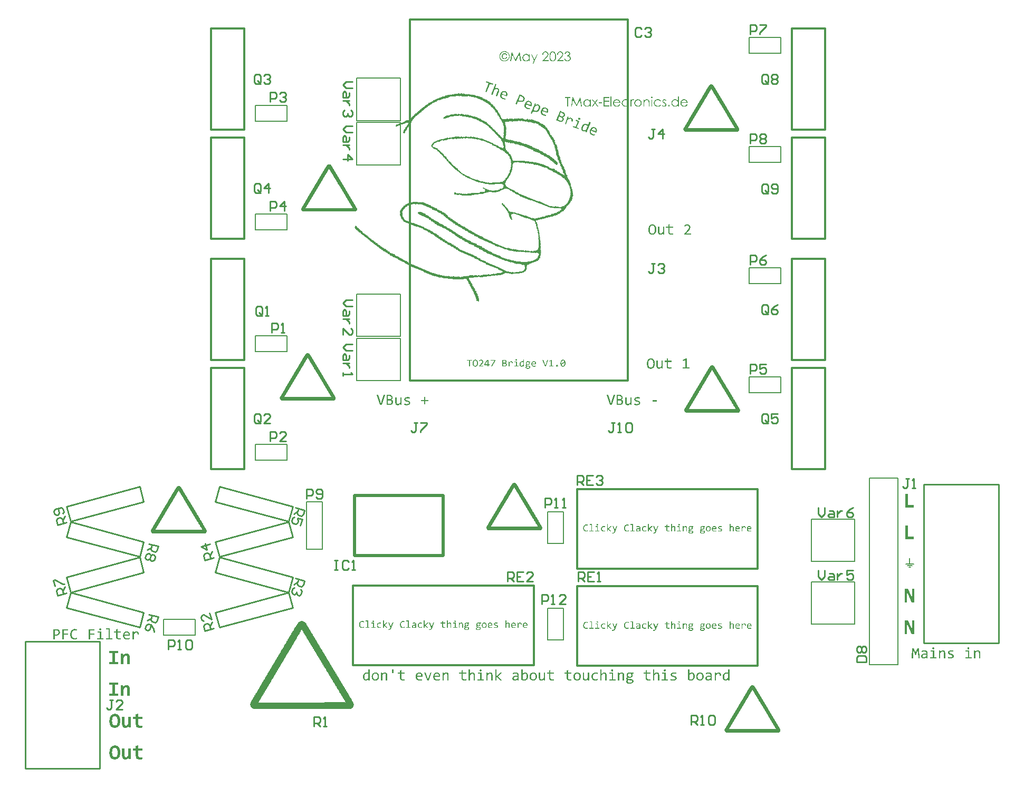
<source format=gto>
G04*
G04 #@! TF.GenerationSoftware,Altium Limited,Altium Designer,22.8.2 (66)*
G04*
G04 Layer_Color=65535*
%FSLAX44Y44*%
%MOMM*%
G71*
G04*
G04 #@! TF.SameCoordinates,40631429-7DBC-4EA8-B2E3-056BE841FA50*
G04*
G04*
G04 #@! TF.FilePolarity,Positive*
G04*
G01*
G75*
%ADD10C,0.2000*%
%ADD11C,0.2540*%
%ADD12C,0.5000*%
%ADD13C,0.3000*%
G36*
X904307Y759216D02*
Y758982D01*
X905716D01*
Y758747D01*
X906656D01*
Y758512D01*
Y758277D01*
X907360D01*
Y758042D01*
Y757807D01*
X907830D01*
Y757572D01*
X908064D01*
Y757338D01*
Y757103D01*
X908534D01*
Y756868D01*
Y756633D01*
X909004D01*
Y756398D01*
X909239D01*
Y756164D01*
Y755929D01*
Y755694D01*
Y755459D01*
X909708D01*
Y755224D01*
X910178D01*
Y754989D01*
Y754755D01*
Y754520D01*
Y754285D01*
X910413D01*
Y754050D01*
X910882D01*
Y753815D01*
Y753580D01*
Y753346D01*
Y753111D01*
X911352D01*
Y752876D01*
Y752641D01*
Y752406D01*
X911587D01*
Y752171D01*
Y751937D01*
X912057D01*
Y751702D01*
Y751467D01*
Y751232D01*
X912526D01*
Y750997D01*
Y750762D01*
Y750528D01*
X912761D01*
Y750293D01*
Y750058D01*
X913231D01*
Y749823D01*
Y749588D01*
Y749353D01*
X913700D01*
Y749119D01*
Y748884D01*
Y748649D01*
Y748414D01*
X913935D01*
Y748179D01*
X914405D01*
Y747944D01*
Y747710D01*
Y747475D01*
Y747240D01*
X914875D01*
Y747005D01*
Y746770D01*
Y746535D01*
X915109D01*
Y746301D01*
Y746066D01*
X915579D01*
Y745831D01*
Y745596D01*
Y745361D01*
X916049D01*
Y745126D01*
Y744892D01*
Y744657D01*
X916284D01*
Y744422D01*
Y744187D01*
X916753D01*
Y743952D01*
Y743717D01*
Y743483D01*
X917223D01*
Y743248D01*
Y743013D01*
Y742778D01*
Y742543D01*
X917458D01*
Y742309D01*
X917927D01*
Y742074D01*
Y741839D01*
Y741604D01*
Y741369D01*
X918397D01*
Y741134D01*
Y740900D01*
Y740665D01*
X918632D01*
Y740430D01*
Y740195D01*
Y739960D01*
X919102D01*
Y739725D01*
Y739491D01*
X919571D01*
Y739256D01*
Y739021D01*
Y738786D01*
X919806D01*
Y738551D01*
Y738316D01*
X920276D01*
Y738082D01*
Y737847D01*
Y737612D01*
X920745D01*
Y737377D01*
Y737142D01*
Y736907D01*
Y736673D01*
X920980D01*
Y736438D01*
X921450D01*
Y736203D01*
Y735968D01*
Y735733D01*
Y735498D01*
X921920D01*
Y735264D01*
Y735029D01*
Y734794D01*
X922154D01*
Y734559D01*
Y734324D01*
X922624D01*
Y734089D01*
Y733855D01*
Y733620D01*
X923094D01*
Y733385D01*
Y733150D01*
Y732915D01*
X923329D01*
Y732680D01*
Y732446D01*
X923798D01*
Y732211D01*
Y731976D01*
Y731741D01*
X924268D01*
Y731506D01*
Y731271D01*
Y731037D01*
Y730802D01*
X924503D01*
Y730567D01*
X924972D01*
Y730332D01*
Y730097D01*
Y729862D01*
Y729628D01*
X925442D01*
Y729393D01*
Y729158D01*
Y728923D01*
X925677D01*
Y728688D01*
Y728454D01*
X926146D01*
Y728219D01*
Y727984D01*
Y727749D01*
X926616D01*
Y727514D01*
Y727279D01*
Y727045D01*
X926851D01*
Y726810D01*
Y726575D01*
X927321D01*
Y726340D01*
Y726105D01*
Y725870D01*
X927790D01*
Y725636D01*
Y725401D01*
Y725166D01*
Y724931D01*
X928025D01*
Y724696D01*
X928495D01*
Y724461D01*
Y724227D01*
Y723992D01*
Y723757D01*
X928964D01*
Y723522D01*
Y723287D01*
Y723052D01*
X929199D01*
Y722818D01*
Y722583D01*
X929669D01*
Y722348D01*
Y722113D01*
Y721878D01*
X930139D01*
Y721643D01*
Y721408D01*
Y721174D01*
X930374D01*
Y720939D01*
Y720704D01*
X930843D01*
Y720469D01*
Y720234D01*
Y719999D01*
X931313D01*
Y719765D01*
Y719530D01*
Y719295D01*
Y719060D01*
X931548D01*
Y718825D01*
X932017D01*
Y718590D01*
Y718356D01*
Y718121D01*
Y717886D01*
X932487D01*
Y717651D01*
Y717416D01*
Y717181D01*
X932722D01*
Y716947D01*
Y716712D01*
X933192D01*
Y716477D01*
Y716242D01*
Y716007D01*
X933661D01*
Y715773D01*
Y715538D01*
Y715303D01*
X933896D01*
Y715068D01*
Y714833D01*
X934366D01*
Y714598D01*
Y714363D01*
Y714129D01*
X934835D01*
Y713894D01*
Y713659D01*
Y713424D01*
Y713189D01*
X935070D01*
Y712954D01*
X935540D01*
Y712720D01*
Y712485D01*
Y712250D01*
Y712015D01*
X936010D01*
Y711780D01*
Y711545D01*
Y711311D01*
X936244D01*
Y711076D01*
Y710841D01*
X936714D01*
Y710606D01*
Y710371D01*
Y710137D01*
X937184D01*
Y709902D01*
Y709667D01*
Y709432D01*
X937419D01*
Y709197D01*
Y708962D01*
X937888D01*
Y708728D01*
Y708493D01*
Y708258D01*
X938358D01*
Y708023D01*
Y707788D01*
Y707553D01*
Y707319D01*
X938593D01*
Y707084D01*
X939062D01*
Y706849D01*
Y706614D01*
Y706379D01*
Y706144D01*
X939532D01*
Y705910D01*
Y705675D01*
Y705440D01*
X939767D01*
Y705205D01*
Y704970D01*
X940236D01*
Y704735D01*
Y704501D01*
Y704266D01*
X940706D01*
Y704031D01*
Y703796D01*
Y703561D01*
X940941D01*
Y703326D01*
Y703092D01*
X941411D01*
Y702857D01*
Y702622D01*
Y702387D01*
X941880D01*
Y702152D01*
Y701917D01*
Y701683D01*
Y701448D01*
X942115D01*
Y701213D01*
X942585D01*
Y700978D01*
Y700743D01*
Y700508D01*
Y700274D01*
X943055D01*
Y700039D01*
Y699804D01*
Y699569D01*
X943289D01*
Y699334D01*
Y699100D01*
X943759D01*
Y698865D01*
Y698630D01*
Y698395D01*
X944229D01*
Y698160D01*
Y697925D01*
Y697691D01*
X944463D01*
Y697456D01*
Y697221D01*
X944933D01*
Y696986D01*
Y696751D01*
Y696516D01*
X945403D01*
Y696282D01*
Y696047D01*
Y695812D01*
Y695577D01*
X945638D01*
Y695342D01*
X946107D01*
Y695107D01*
Y694873D01*
Y694638D01*
Y694403D01*
X946577D01*
Y694168D01*
Y693933D01*
Y693698D01*
X946812D01*
Y693464D01*
Y693229D01*
X947281D01*
Y692994D01*
Y692759D01*
Y692524D01*
X947751D01*
Y692289D01*
Y692055D01*
Y691820D01*
X947986D01*
Y691585D01*
Y691350D01*
X948456D01*
Y691115D01*
Y690880D01*
Y690646D01*
X948925D01*
Y690411D01*
Y690176D01*
Y689941D01*
Y689706D01*
X949160D01*
Y689471D01*
X949630D01*
Y689237D01*
Y689002D01*
Y688767D01*
Y688532D01*
X950099D01*
Y688297D01*
Y688062D01*
Y687828D01*
X950334D01*
Y687593D01*
Y687358D01*
X950804D01*
Y687123D01*
Y686888D01*
Y686653D01*
X951274D01*
Y686419D01*
Y686184D01*
Y685949D01*
X951508D01*
Y685714D01*
Y685479D01*
X951978D01*
Y685245D01*
Y685010D01*
Y684775D01*
X952448D01*
Y684540D01*
Y684305D01*
Y684070D01*
Y683836D01*
X952682D01*
Y683601D01*
X953152D01*
Y683366D01*
Y683131D01*
Y682896D01*
Y682661D01*
X953622D01*
Y682427D01*
Y682192D01*
Y681957D01*
X953857D01*
Y681722D01*
Y681487D01*
X954326D01*
Y681252D01*
Y681018D01*
Y680783D01*
X954796D01*
Y680548D01*
Y680313D01*
Y680078D01*
X955031D01*
Y679843D01*
Y679608D01*
X955501D01*
Y679374D01*
Y679139D01*
Y678904D01*
X955970D01*
Y678669D01*
Y678434D01*
Y678199D01*
Y677965D01*
X956205D01*
Y677730D01*
X956675D01*
Y677495D01*
Y677260D01*
Y677025D01*
Y676790D01*
X957144D01*
Y676556D01*
Y676321D01*
Y676086D01*
X957379D01*
Y675851D01*
Y675616D01*
Y675381D01*
X957849D01*
Y675147D01*
Y674912D01*
X958318D01*
Y674677D01*
Y674442D01*
Y674207D01*
X958553D01*
Y673972D01*
Y673738D01*
X959023D01*
Y673503D01*
Y673268D01*
Y673033D01*
X959493D01*
Y672798D01*
Y672564D01*
Y672329D01*
Y672094D01*
X959727D01*
Y671859D01*
X960197D01*
Y671624D01*
Y671389D01*
Y671155D01*
Y670920D01*
X960667D01*
Y670685D01*
Y670450D01*
Y670215D01*
X960902D01*
Y669980D01*
Y669746D01*
X961371D01*
Y669511D01*
Y669276D01*
Y669041D01*
X961841D01*
Y668806D01*
Y668571D01*
Y668336D01*
X962076D01*
Y668102D01*
Y667867D01*
X962545D01*
Y667632D01*
Y667397D01*
Y667162D01*
X963015D01*
Y666927D01*
Y666693D01*
Y666458D01*
Y666223D01*
X963250D01*
Y665988D01*
Y665753D01*
Y665518D01*
X963720D01*
Y665284D01*
Y665049D01*
X964189D01*
Y664814D01*
Y664579D01*
Y664344D01*
X964424D01*
Y664109D01*
Y663875D01*
Y663640D01*
X964894D01*
Y663405D01*
Y663170D01*
X965363D01*
Y662935D01*
Y662701D01*
Y662466D01*
X965598D01*
Y662231D01*
Y661996D01*
X966068D01*
Y661761D01*
Y661526D01*
Y661292D01*
X966538D01*
Y661057D01*
Y660822D01*
Y660587D01*
Y660352D01*
X966773D01*
Y660117D01*
Y659883D01*
Y659648D01*
X967242D01*
Y659413D01*
Y659178D01*
X967712D01*
Y658943D01*
Y658708D01*
Y658474D01*
X967947D01*
Y658239D01*
Y658004D01*
Y657769D01*
X968416D01*
Y657534D01*
Y657299D01*
X968886D01*
Y657065D01*
Y656830D01*
Y656595D01*
X969121D01*
Y656360D01*
Y656125D01*
Y655890D01*
Y655656D01*
X969590D01*
Y655421D01*
X970060D01*
Y655186D01*
Y654951D01*
Y654716D01*
Y654481D01*
X970295D01*
Y654247D01*
Y654012D01*
Y653777D01*
X970765D01*
Y653542D01*
Y653307D01*
X971234D01*
Y653073D01*
Y652838D01*
Y652603D01*
X971469D01*
Y652368D01*
Y652133D01*
X971939D01*
Y651898D01*
Y651664D01*
Y651429D01*
X972408D01*
Y651194D01*
Y650959D01*
Y650724D01*
X972643D01*
Y650489D01*
Y650255D01*
Y650020D01*
Y649785D01*
X973113D01*
Y649550D01*
X973583D01*
Y649315D01*
Y649080D01*
Y648846D01*
Y648611D01*
X973817D01*
Y648376D01*
Y648141D01*
Y647906D01*
X974287D01*
Y647671D01*
Y647437D01*
X974757D01*
Y647202D01*
Y646967D01*
Y646732D01*
X974992D01*
Y646497D01*
Y646262D01*
Y646028D01*
X975461D01*
Y645793D01*
Y645558D01*
X975931D01*
Y645323D01*
Y645088D01*
Y644853D01*
X976166D01*
Y644619D01*
Y644384D01*
Y644149D01*
Y643914D01*
X976635D01*
Y643679D01*
X977105D01*
Y643444D01*
Y643210D01*
Y642975D01*
Y642740D01*
X977340D01*
Y642505D01*
Y642270D01*
Y642035D01*
X977810D01*
Y641801D01*
Y641566D01*
X978279D01*
Y641331D01*
Y641096D01*
Y640861D01*
X978514D01*
Y640626D01*
Y640392D01*
Y640157D01*
X978984D01*
Y639922D01*
Y639687D01*
Y639452D01*
Y639217D01*
X979453D01*
Y638983D01*
X979688D01*
Y638748D01*
Y638513D01*
Y638278D01*
Y638043D01*
X980158D01*
Y637808D01*
Y637574D01*
Y637339D01*
X980628D01*
Y637104D01*
Y636869D01*
X980862D01*
Y636634D01*
Y636399D01*
Y636165D01*
X981332D01*
Y635930D01*
Y635695D01*
Y635460D01*
X981802D01*
Y635225D01*
Y634991D01*
X982037D01*
Y634756D01*
Y634521D01*
Y634286D01*
X982506D01*
Y634051D01*
Y633816D01*
Y633581D01*
Y633347D01*
X982976D01*
Y633112D01*
X983211D01*
Y632877D01*
Y632642D01*
Y632407D01*
Y632172D01*
X983680D01*
Y631938D01*
Y631703D01*
Y631468D01*
X984150D01*
Y631233D01*
Y630998D01*
Y630764D01*
X984385D01*
Y630529D01*
Y630294D01*
X984855D01*
Y630059D01*
Y629824D01*
Y629589D01*
X985324D01*
Y629355D01*
Y629120D01*
Y628885D01*
Y628650D01*
X985559D01*
Y628415D01*
Y628180D01*
Y627946D01*
X986029D01*
Y627711D01*
Y627476D01*
Y627241D01*
Y627006D01*
Y626771D01*
Y626536D01*
Y626302D01*
X986498D01*
Y626067D01*
Y625832D01*
Y625597D01*
Y625362D01*
Y625127D01*
Y624893D01*
Y624658D01*
Y624423D01*
Y624188D01*
Y623953D01*
X986029D01*
Y623718D01*
Y623484D01*
Y623249D01*
Y623014D01*
Y622779D01*
Y622544D01*
X985559D01*
Y622309D01*
Y622075D01*
Y621840D01*
Y621605D01*
X985324D01*
Y621370D01*
Y621135D01*
Y620900D01*
X984855D01*
Y620666D01*
Y620431D01*
X984385D01*
Y620196D01*
X984150D01*
Y619961D01*
Y619726D01*
X983680D01*
Y619492D01*
Y619257D01*
X982976D01*
Y619022D01*
X982037D01*
Y618787D01*
Y618552D01*
X824699D01*
Y618787D01*
Y619022D01*
X823995D01*
Y619257D01*
X823290D01*
Y619492D01*
Y619726D01*
X822821D01*
Y619961D01*
Y620196D01*
X822351D01*
Y620431D01*
X822116D01*
Y620666D01*
Y620900D01*
X821646D01*
Y621135D01*
Y621370D01*
X821177D01*
Y621605D01*
Y621840D01*
Y622075D01*
X820942D01*
Y622309D01*
Y622544D01*
Y622779D01*
X820472D01*
Y623014D01*
Y623249D01*
Y623484D01*
Y623718D01*
Y623953D01*
X820003D01*
Y624188D01*
Y624423D01*
Y624658D01*
Y624893D01*
Y625127D01*
Y625362D01*
Y625597D01*
Y625832D01*
Y626067D01*
Y626302D01*
Y626536D01*
Y626771D01*
Y627006D01*
Y627241D01*
X820472D01*
Y627476D01*
Y627711D01*
Y627946D01*
Y628180D01*
Y628415D01*
Y628650D01*
X820942D01*
Y628885D01*
Y629120D01*
Y629355D01*
Y629589D01*
X821177D01*
Y629824D01*
X821646D01*
Y630059D01*
Y630294D01*
Y630529D01*
Y630764D01*
X822116D01*
Y630998D01*
Y631233D01*
Y631468D01*
X822351D01*
Y631703D01*
Y631938D01*
X822821D01*
Y632172D01*
Y632407D01*
Y632642D01*
X823290D01*
Y632877D01*
Y633112D01*
Y633347D01*
X823525D01*
Y633581D01*
Y633816D01*
X823995D01*
Y634051D01*
Y634286D01*
Y634521D01*
X824464D01*
Y634756D01*
Y634991D01*
Y635225D01*
Y635460D01*
X824699D01*
Y635695D01*
X825169D01*
Y635930D01*
Y636165D01*
Y636399D01*
Y636634D01*
X825639D01*
Y636869D01*
Y637104D01*
Y637339D01*
X825873D01*
Y637574D01*
Y637808D01*
Y638043D01*
X826343D01*
Y638278D01*
Y638513D01*
X826813D01*
Y638748D01*
Y638983D01*
Y639217D01*
X827048D01*
Y639452D01*
Y639687D01*
Y639922D01*
Y640157D01*
X827517D01*
Y640392D01*
X827987D01*
Y640626D01*
Y640861D01*
Y641096D01*
Y641331D01*
X828222D01*
Y641566D01*
Y641801D01*
Y642035D01*
X828691D01*
Y642270D01*
Y642505D01*
Y642740D01*
X829161D01*
Y642975D01*
Y643210D01*
X829396D01*
Y643444D01*
Y643679D01*
Y643914D01*
X829866D01*
Y644149D01*
Y644384D01*
X830335D01*
Y644619D01*
Y644853D01*
Y645088D01*
X830570D01*
Y645323D01*
Y645558D01*
Y645793D01*
Y646028D01*
X831040D01*
Y646262D01*
Y646497D01*
Y646732D01*
X831509D01*
Y646967D01*
Y647202D01*
X831744D01*
Y647437D01*
Y647671D01*
Y647906D01*
X832214D01*
Y648141D01*
Y648376D01*
Y648611D01*
X832684D01*
Y648846D01*
Y649080D01*
X832918D01*
Y649315D01*
Y649550D01*
Y649785D01*
X833388D01*
Y650020D01*
Y650255D01*
Y650489D01*
Y650724D01*
X833858D01*
Y650959D01*
Y651194D01*
Y651429D01*
X834092D01*
Y651664D01*
Y651898D01*
X834562D01*
Y652133D01*
Y652368D01*
Y652603D01*
X835032D01*
Y652838D01*
Y653073D01*
Y653307D01*
X835267D01*
Y653542D01*
Y653777D01*
X835736D01*
Y654012D01*
Y654247D01*
Y654481D01*
X836206D01*
Y654716D01*
Y654951D01*
Y655186D01*
Y655421D01*
X836441D01*
Y655656D01*
X836910D01*
Y655890D01*
Y656125D01*
Y656360D01*
Y656595D01*
X837380D01*
Y656830D01*
Y657065D01*
Y657299D01*
X837615D01*
Y657534D01*
Y657769D01*
Y658004D01*
X838085D01*
Y658239D01*
Y658474D01*
X838554D01*
Y658708D01*
Y658943D01*
Y659178D01*
X838789D01*
Y659413D01*
Y659648D01*
Y659883D01*
Y660117D01*
X839259D01*
Y660352D01*
X839728D01*
Y660587D01*
Y660822D01*
Y661057D01*
Y661292D01*
X839963D01*
Y661526D01*
Y661761D01*
Y661996D01*
X840433D01*
Y662231D01*
Y662466D01*
X840903D01*
Y662701D01*
Y662935D01*
Y663170D01*
X841137D01*
Y663405D01*
Y663640D01*
Y663875D01*
X841607D01*
Y664109D01*
Y664344D01*
X842077D01*
Y664579D01*
Y664814D01*
Y665049D01*
X842312D01*
Y665284D01*
Y665518D01*
Y665753D01*
Y665988D01*
X842781D01*
Y666223D01*
X843251D01*
Y666458D01*
Y666693D01*
Y666927D01*
Y667162D01*
X843486D01*
Y667397D01*
Y667632D01*
Y667867D01*
X843956D01*
Y668102D01*
Y668336D01*
Y668571D01*
X844425D01*
Y668806D01*
Y669041D01*
X844660D01*
Y669276D01*
Y669511D01*
Y669746D01*
X845130D01*
Y669980D01*
Y670215D01*
Y670450D01*
Y670685D01*
X845599D01*
Y670920D01*
X845834D01*
Y671155D01*
Y671389D01*
Y671624D01*
Y671859D01*
X846304D01*
Y672094D01*
Y672329D01*
Y672564D01*
X846773D01*
Y672798D01*
Y673033D01*
X847008D01*
Y673268D01*
Y673503D01*
Y673738D01*
X847478D01*
Y673972D01*
Y674207D01*
Y674442D01*
X847948D01*
Y674677D01*
Y674912D01*
X848182D01*
Y675147D01*
Y675381D01*
Y675616D01*
X848652D01*
Y675851D01*
Y676086D01*
Y676321D01*
Y676556D01*
X849122D01*
Y676790D01*
X849357D01*
Y677025D01*
Y677260D01*
Y677495D01*
Y677730D01*
X849826D01*
Y677965D01*
Y678199D01*
Y678434D01*
X850296D01*
Y678669D01*
Y678904D01*
Y679139D01*
X850531D01*
Y679374D01*
Y679608D01*
X851000D01*
Y679843D01*
Y680078D01*
Y680313D01*
X851470D01*
Y680548D01*
Y680783D01*
Y681018D01*
Y681252D01*
X851705D01*
Y681487D01*
X852175D01*
Y681722D01*
Y681957D01*
Y682192D01*
Y682427D01*
X852644D01*
Y682661D01*
X852879D01*
Y682896D01*
Y683131D01*
Y683366D01*
Y683601D01*
X853349D01*
Y683836D01*
Y684070D01*
Y684305D01*
X853818D01*
Y684540D01*
Y684775D01*
Y685010D01*
X854053D01*
Y685245D01*
Y685479D01*
X854523D01*
Y685714D01*
Y685949D01*
Y686184D01*
X854993D01*
Y686419D01*
Y686653D01*
Y686888D01*
Y687123D01*
X855227D01*
Y687358D01*
X855697D01*
Y687593D01*
Y687828D01*
Y688062D01*
Y688297D01*
X856167D01*
Y688532D01*
Y688767D01*
Y689002D01*
X856402D01*
Y689237D01*
Y689471D01*
Y689706D01*
X856871D01*
Y689941D01*
Y690176D01*
X857341D01*
Y690411D01*
Y690646D01*
Y690880D01*
X857576D01*
Y691115D01*
Y691350D01*
Y691585D01*
Y691820D01*
X858045D01*
Y692055D01*
X858515D01*
Y692289D01*
Y692524D01*
Y692759D01*
Y692994D01*
X858750D01*
Y693229D01*
Y693464D01*
Y693698D01*
X859220D01*
Y693933D01*
Y694168D01*
X859689D01*
Y694403D01*
Y694638D01*
Y694873D01*
X859924D01*
Y695107D01*
Y695342D01*
Y695577D01*
X860394D01*
Y695812D01*
Y696047D01*
X860863D01*
Y696282D01*
Y696516D01*
Y696751D01*
X861098D01*
Y696986D01*
Y697221D01*
Y697456D01*
Y697691D01*
X861568D01*
Y697925D01*
Y698160D01*
Y698395D01*
X862038D01*
Y698630D01*
Y698865D01*
X862272D01*
Y699100D01*
Y699334D01*
Y699569D01*
X862742D01*
Y699804D01*
Y700039D01*
Y700274D01*
X863212D01*
Y700508D01*
Y700743D01*
X863447D01*
Y700978D01*
Y701213D01*
Y701448D01*
X863916D01*
Y701683D01*
Y701917D01*
Y702152D01*
Y702387D01*
X864386D01*
Y702622D01*
X864621D01*
Y702857D01*
Y703092D01*
Y703326D01*
Y703561D01*
X865090D01*
Y703796D01*
Y704031D01*
Y704266D01*
X865560D01*
Y704501D01*
Y704735D01*
X865795D01*
Y704970D01*
Y705205D01*
Y705440D01*
X866264D01*
Y705675D01*
Y705910D01*
Y706144D01*
X866734D01*
Y706379D01*
Y706614D01*
X866969D01*
Y706849D01*
Y707084D01*
Y707319D01*
X867439D01*
Y707553D01*
Y707788D01*
Y708023D01*
Y708258D01*
X867908D01*
Y708493D01*
X868143D01*
Y708728D01*
Y708962D01*
Y709197D01*
Y709432D01*
X868613D01*
Y709667D01*
Y709902D01*
Y710137D01*
X869082D01*
Y710371D01*
Y710606D01*
Y710841D01*
X869317D01*
Y711076D01*
Y711311D01*
X869787D01*
Y711545D01*
Y711780D01*
Y712015D01*
X870257D01*
Y712250D01*
Y712485D01*
Y712720D01*
Y712954D01*
X870491D01*
Y713189D01*
X870961D01*
Y713424D01*
Y713659D01*
Y713894D01*
Y714129D01*
X871431D01*
Y714363D01*
Y714598D01*
Y714833D01*
X871665D01*
Y715068D01*
Y715303D01*
X872135D01*
Y715538D01*
Y715773D01*
Y716007D01*
X872605D01*
Y716242D01*
Y716477D01*
Y716712D01*
X872840D01*
Y716947D01*
Y717181D01*
X873309D01*
Y717416D01*
Y717651D01*
Y717886D01*
X873779D01*
Y718121D01*
Y718356D01*
Y718590D01*
Y718825D01*
X874014D01*
Y719060D01*
Y719295D01*
Y719530D01*
X874484D01*
Y719765D01*
Y719999D01*
X874953D01*
Y720234D01*
Y720469D01*
Y720704D01*
X875188D01*
Y720939D01*
Y721174D01*
Y721408D01*
X875658D01*
Y721643D01*
Y721878D01*
X876127D01*
Y722113D01*
Y722348D01*
Y722583D01*
X876362D01*
Y722818D01*
Y723052D01*
Y723287D01*
Y723522D01*
X876832D01*
Y723757D01*
X877302D01*
Y723992D01*
Y724227D01*
Y724461D01*
Y724696D01*
X877536D01*
Y724931D01*
Y725166D01*
Y725401D01*
X878006D01*
Y725636D01*
Y725870D01*
X878476D01*
Y726105D01*
Y726340D01*
Y726575D01*
X878711D01*
Y726810D01*
Y727045D01*
Y727279D01*
X879180D01*
Y727514D01*
Y727749D01*
X879650D01*
Y727984D01*
Y728219D01*
Y728454D01*
X879885D01*
Y728688D01*
Y728923D01*
Y729158D01*
Y729393D01*
X880354D01*
Y729628D01*
Y729862D01*
Y730097D01*
X880824D01*
Y730332D01*
Y730567D01*
X881059D01*
Y730802D01*
Y731037D01*
Y731271D01*
X881528D01*
Y731506D01*
Y731741D01*
Y731976D01*
X881998D01*
Y732211D01*
Y732446D01*
X882233D01*
Y732680D01*
Y732915D01*
Y733150D01*
X882703D01*
Y733385D01*
Y733620D01*
Y733855D01*
Y734089D01*
X883172D01*
Y734324D01*
X883407D01*
Y734559D01*
Y734794D01*
Y735029D01*
Y735264D01*
X883877D01*
Y735498D01*
Y735733D01*
Y735968D01*
X884346D01*
Y736203D01*
Y736438D01*
Y736673D01*
X884581D01*
Y736907D01*
Y737142D01*
X885051D01*
Y737377D01*
Y737612D01*
Y737847D01*
X885521D01*
Y738082D01*
Y738316D01*
Y738551D01*
Y738786D01*
X885755D01*
Y739021D01*
X886225D01*
Y739256D01*
Y739491D01*
Y739725D01*
Y739960D01*
X886695D01*
Y740195D01*
Y740430D01*
Y740665D01*
X886930D01*
Y740900D01*
Y741134D01*
X887399D01*
Y741369D01*
Y741604D01*
Y741839D01*
X887869D01*
Y742074D01*
Y742309D01*
Y742543D01*
X888104D01*
Y742778D01*
Y743013D01*
X888574D01*
Y743248D01*
Y743483D01*
Y743717D01*
X889043D01*
Y743952D01*
Y744187D01*
Y744422D01*
Y744657D01*
X889278D01*
Y744892D01*
X889748D01*
Y745126D01*
Y745361D01*
Y745596D01*
Y745831D01*
X890217D01*
Y746066D01*
Y746301D01*
Y746535D01*
X890452D01*
Y746770D01*
Y747005D01*
X890922D01*
Y747240D01*
Y747475D01*
Y747710D01*
X891392D01*
Y747944D01*
Y748179D01*
Y748414D01*
X891626D01*
Y748649D01*
Y748884D01*
X892096D01*
Y749119D01*
Y749353D01*
Y749588D01*
X892566D01*
Y749823D01*
Y750058D01*
X892801D01*
Y750293D01*
Y750528D01*
Y750762D01*
X893270D01*
Y750997D01*
Y751232D01*
Y751467D01*
Y751702D01*
X893740D01*
Y751937D01*
X893975D01*
Y752171D01*
Y752406D01*
Y752641D01*
Y752876D01*
X894444D01*
Y753111D01*
X894914D01*
Y753346D01*
Y753580D01*
Y753815D01*
Y754050D01*
X895149D01*
Y754285D01*
X895618D01*
Y754520D01*
Y754755D01*
X896088D01*
Y754989D01*
Y755224D01*
Y755459D01*
X896323D01*
Y755694D01*
Y755929D01*
X896793D01*
Y756164D01*
Y756398D01*
Y756633D01*
X897262D01*
Y756868D01*
Y757103D01*
X897497D01*
Y757338D01*
Y757572D01*
X897967D01*
Y757807D01*
X898671D01*
Y758042D01*
Y758277D01*
X899141D01*
Y758512D01*
Y758747D01*
X899845D01*
Y758982D01*
X901020D01*
Y759216D01*
Y759451D01*
X904307D01*
Y759216D01*
D02*
G37*
G36*
X706113Y976394D02*
Y976268D01*
X706873D01*
Y976141D01*
X707380D01*
Y976014D01*
Y975888D01*
X707760D01*
Y975761D01*
Y975634D01*
X708013D01*
Y975508D01*
X708140D01*
Y975381D01*
Y975255D01*
X708393D01*
Y975128D01*
Y975001D01*
X708646D01*
Y974874D01*
X708773D01*
Y974748D01*
Y974621D01*
Y974494D01*
Y974368D01*
X709026D01*
Y974241D01*
X709280D01*
Y974115D01*
Y973988D01*
Y973861D01*
Y973735D01*
X709406D01*
Y973608D01*
X709660D01*
Y973481D01*
Y973354D01*
Y973228D01*
Y973101D01*
X709913D01*
Y972975D01*
Y972848D01*
Y972721D01*
X710040D01*
Y972595D01*
Y972468D01*
X710293D01*
Y972341D01*
Y972215D01*
Y972088D01*
X710546D01*
Y971961D01*
Y971835D01*
Y971708D01*
X710673D01*
Y971581D01*
Y971455D01*
X710926D01*
Y971328D01*
Y971201D01*
Y971075D01*
X711180D01*
Y970948D01*
Y970821D01*
Y970695D01*
Y970568D01*
X711306D01*
Y970441D01*
X711560D01*
Y970315D01*
Y970188D01*
Y970061D01*
Y969935D01*
X711813D01*
Y969808D01*
Y969681D01*
Y969555D01*
X711939D01*
Y969428D01*
Y969302D01*
X712193D01*
Y969175D01*
Y969048D01*
Y968922D01*
X712446D01*
Y968795D01*
Y968668D01*
Y968541D01*
X712573D01*
Y968415D01*
Y968288D01*
X712826D01*
Y968161D01*
Y968035D01*
Y967908D01*
X713079D01*
Y967782D01*
Y967655D01*
Y967528D01*
Y967402D01*
X713206D01*
Y967275D01*
X713459D01*
Y967148D01*
Y967022D01*
Y966895D01*
Y966768D01*
X713713D01*
Y966642D01*
Y966515D01*
Y966388D01*
X713839D01*
Y966262D01*
Y966135D01*
Y966008D01*
X714093D01*
Y965882D01*
Y965755D01*
X714346D01*
Y965628D01*
Y965502D01*
Y965375D01*
X714473D01*
Y965248D01*
Y965122D01*
X714726D01*
Y964995D01*
Y964868D01*
Y964742D01*
X714979D01*
Y964615D01*
Y964488D01*
Y964362D01*
Y964235D01*
X715106D01*
Y964108D01*
X715359D01*
Y963982D01*
Y963855D01*
Y963728D01*
Y963602D01*
X715613D01*
Y963475D01*
Y963348D01*
Y963222D01*
X715739D01*
Y963095D01*
Y962969D01*
X715993D01*
Y962842D01*
Y962715D01*
Y962589D01*
X716246D01*
Y962462D01*
Y962335D01*
Y962208D01*
X716373D01*
Y962082D01*
Y961955D01*
X716626D01*
Y961829D01*
Y961702D01*
Y961575D01*
X716879D01*
Y961449D01*
Y961322D01*
Y961195D01*
Y961069D01*
X717006D01*
Y960942D01*
X717259D01*
Y960815D01*
Y960689D01*
Y960562D01*
Y960435D01*
X717513D01*
Y960309D01*
Y960182D01*
Y960055D01*
X717639D01*
Y959929D01*
Y959802D01*
X717893D01*
Y959675D01*
Y959549D01*
Y959422D01*
X718146D01*
Y959295D01*
Y959169D01*
Y959042D01*
X718272D01*
Y958915D01*
Y958789D01*
X718526D01*
Y958662D01*
Y958535D01*
Y958409D01*
X718779D01*
Y958282D01*
Y958155D01*
Y958029D01*
Y957902D01*
X718906D01*
Y957775D01*
X719159D01*
Y957649D01*
Y957522D01*
Y957395D01*
Y957269D01*
X719412D01*
Y957142D01*
Y957016D01*
Y956889D01*
X719539D01*
Y956762D01*
Y956636D01*
X719792D01*
Y956509D01*
Y956382D01*
Y956255D01*
X720046D01*
Y956129D01*
Y956002D01*
Y955875D01*
X720172D01*
Y955749D01*
Y955622D01*
X720426D01*
Y955496D01*
Y955369D01*
Y955242D01*
X720679D01*
Y955116D01*
Y954989D01*
Y954862D01*
Y954736D01*
X720806D01*
Y954609D01*
X721059D01*
Y954482D01*
Y954356D01*
Y954229D01*
Y954102D01*
X721312D01*
Y953976D01*
Y953849D01*
Y953722D01*
X721439D01*
Y953596D01*
Y953469D01*
X721692D01*
Y953342D01*
Y953216D01*
Y953089D01*
X721946D01*
Y952962D01*
Y952836D01*
Y952709D01*
X722072D01*
Y952582D01*
Y952456D01*
X722326D01*
Y952329D01*
Y952202D01*
Y952076D01*
X722579D01*
Y951949D01*
Y951823D01*
Y951696D01*
Y951569D01*
X722706D01*
Y951442D01*
X722959D01*
Y951316D01*
Y951189D01*
Y951062D01*
Y950936D01*
X723212D01*
Y950809D01*
Y950683D01*
Y950556D01*
X723339D01*
Y950429D01*
Y950303D01*
X723592D01*
Y950176D01*
Y950049D01*
Y949923D01*
X723846D01*
Y949796D01*
Y949669D01*
Y949543D01*
X723972D01*
Y949416D01*
Y949289D01*
X724225D01*
Y949163D01*
Y949036D01*
Y948909D01*
X724479D01*
Y948783D01*
Y948656D01*
Y948529D01*
Y948403D01*
X724605D01*
Y948276D01*
X724859D01*
Y948149D01*
Y948023D01*
Y947896D01*
Y947769D01*
X725112D01*
Y947643D01*
Y947516D01*
Y947389D01*
X725239D01*
Y947263D01*
Y947136D01*
X725492D01*
Y947009D01*
Y946883D01*
Y946756D01*
X725745D01*
Y946629D01*
Y946503D01*
Y946376D01*
X725872D01*
Y946249D01*
Y946123D01*
X726125D01*
Y945996D01*
Y945869D01*
Y945743D01*
X726379D01*
Y945616D01*
Y945489D01*
Y945363D01*
Y945236D01*
X726505D01*
Y945109D01*
X726759D01*
Y944983D01*
Y944856D01*
Y944730D01*
Y944603D01*
X727012D01*
Y944476D01*
Y944350D01*
Y944223D01*
X727139D01*
Y944096D01*
Y943970D01*
X727392D01*
Y943843D01*
Y943716D01*
Y943590D01*
X727645D01*
Y943463D01*
Y943336D01*
Y943210D01*
X727772D01*
Y943083D01*
Y942956D01*
X728025D01*
Y942830D01*
Y942703D01*
Y942576D01*
X728279D01*
Y942450D01*
Y942323D01*
Y942196D01*
Y942070D01*
X728405D01*
Y941943D01*
X728659D01*
Y941816D01*
Y941690D01*
Y941563D01*
Y941436D01*
X728912D01*
Y941310D01*
Y941183D01*
Y941056D01*
X729038D01*
Y940930D01*
Y940803D01*
X729292D01*
Y940676D01*
Y940550D01*
Y940423D01*
X729545D01*
Y940296D01*
Y940170D01*
Y940043D01*
X729672D01*
Y939917D01*
Y939790D01*
X729925D01*
Y939663D01*
Y939537D01*
Y939410D01*
X730179D01*
Y939283D01*
Y939156D01*
Y939030D01*
Y938903D01*
X730305D01*
Y938776D01*
X730558D01*
Y938650D01*
Y938523D01*
Y938397D01*
Y938270D01*
X730812D01*
Y938143D01*
Y938017D01*
Y937890D01*
X730938D01*
Y937763D01*
Y937637D01*
X731192D01*
Y937510D01*
Y937383D01*
Y937257D01*
X731445D01*
Y937130D01*
Y937003D01*
Y936877D01*
X731572D01*
Y936750D01*
Y936623D01*
X731825D01*
Y936497D01*
Y936370D01*
Y936243D01*
X732078D01*
Y936117D01*
Y935990D01*
Y935863D01*
Y935737D01*
X732205D01*
Y935610D01*
X732458D01*
Y935483D01*
Y935357D01*
Y935230D01*
Y935103D01*
X732712D01*
Y934977D01*
Y934850D01*
Y934723D01*
X732838D01*
Y934597D01*
Y934470D01*
X733092D01*
Y934343D01*
Y934217D01*
Y934090D01*
X733345D01*
Y933963D01*
Y933837D01*
Y933710D01*
X733472D01*
Y933584D01*
Y933457D01*
X733725D01*
Y933330D01*
Y933204D01*
Y933077D01*
X733978D01*
Y932950D01*
Y932823D01*
Y932697D01*
Y932570D01*
X734105D01*
Y932444D01*
X734358D01*
Y932317D01*
Y932190D01*
Y932064D01*
Y931937D01*
X734612D01*
Y931810D01*
Y931684D01*
Y931557D01*
X734738D01*
Y931430D01*
Y931304D01*
Y931177D01*
X734992D01*
Y931050D01*
Y930924D01*
X735245D01*
Y930797D01*
Y930670D01*
Y930544D01*
X735371D01*
Y930417D01*
Y930290D01*
X735625D01*
Y930164D01*
Y930037D01*
Y929910D01*
X735878D01*
Y929784D01*
Y929657D01*
Y929530D01*
Y929404D01*
X736005D01*
Y929277D01*
X736258D01*
Y929150D01*
Y929024D01*
Y928897D01*
Y928770D01*
X736512D01*
Y928644D01*
Y928517D01*
Y928390D01*
X736638D01*
Y928264D01*
Y928137D01*
X736891D01*
Y928010D01*
Y927884D01*
Y927757D01*
X737145D01*
Y927630D01*
Y927504D01*
Y927377D01*
X737271D01*
Y927251D01*
Y927124D01*
X737525D01*
Y926997D01*
Y926870D01*
Y926744D01*
X737778D01*
Y926617D01*
Y926491D01*
Y926364D01*
Y926237D01*
X737905D01*
Y926111D01*
Y925984D01*
Y925857D01*
X738158D01*
Y925731D01*
Y925604D01*
X738411D01*
Y925477D01*
Y925351D01*
Y925224D01*
X738538D01*
Y925097D01*
Y924971D01*
Y924844D01*
X738791D01*
Y924717D01*
Y924591D01*
X739045D01*
Y924464D01*
Y924337D01*
Y924211D01*
X739171D01*
Y924084D01*
Y923957D01*
X739425D01*
Y923831D01*
Y923704D01*
Y923577D01*
X739678D01*
Y923451D01*
Y923324D01*
Y923197D01*
Y923071D01*
X739805D01*
Y922944D01*
Y922817D01*
Y922691D01*
X740058D01*
Y922564D01*
Y922437D01*
X740311D01*
Y922311D01*
Y922184D01*
Y922057D01*
X740438D01*
Y921931D01*
Y921804D01*
Y921677D01*
X740691D01*
Y921551D01*
Y921424D01*
X740945D01*
Y921298D01*
Y921171D01*
Y921044D01*
X741071D01*
Y920918D01*
Y920791D01*
Y920664D01*
Y920538D01*
X741324D01*
Y920411D01*
X741578D01*
Y920284D01*
Y920157D01*
Y920031D01*
Y919904D01*
X741704D01*
Y919778D01*
Y919651D01*
Y919524D01*
X741958D01*
Y919398D01*
Y919271D01*
X742211D01*
Y919144D01*
Y919018D01*
Y918891D01*
X742338D01*
Y918764D01*
Y918638D01*
X742591D01*
Y918511D01*
Y918384D01*
Y918258D01*
X742844D01*
Y918131D01*
Y918004D01*
Y917878D01*
X742971D01*
Y917751D01*
Y917624D01*
Y917498D01*
Y917371D01*
X743224D01*
Y917244D01*
X743478D01*
Y917118D01*
Y916991D01*
Y916864D01*
Y916738D01*
X743604D01*
Y916611D01*
Y916485D01*
Y916358D01*
X743858D01*
Y916231D01*
Y916105D01*
X744111D01*
Y915978D01*
Y915851D01*
Y915724D01*
X744238D01*
Y915598D01*
Y915471D01*
Y915344D01*
X744491D01*
Y915218D01*
Y915091D01*
X744744D01*
Y914965D01*
Y914838D01*
Y914711D01*
X744871D01*
Y914585D01*
Y914458D01*
Y914331D01*
Y914205D01*
X745124D01*
Y914078D01*
X745378D01*
Y913951D01*
Y913825D01*
Y913698D01*
Y913571D01*
X745504D01*
Y913445D01*
Y913318D01*
Y913191D01*
X745758D01*
Y913065D01*
Y912938D01*
X746011D01*
Y912811D01*
Y912685D01*
Y912558D01*
X746138D01*
Y912431D01*
Y912305D01*
Y912178D01*
X746391D01*
Y912051D01*
Y911925D01*
Y911798D01*
Y911671D01*
X746644D01*
Y911545D01*
X746771D01*
Y911418D01*
Y911291D01*
Y911165D01*
Y911038D01*
X747024D01*
Y910911D01*
Y910785D01*
Y910658D01*
X747278D01*
Y910531D01*
Y910405D01*
X747404D01*
Y910278D01*
Y910152D01*
Y910025D01*
X747657D01*
Y909898D01*
Y909771D01*
Y909645D01*
X747911D01*
Y909518D01*
Y909392D01*
X748037D01*
Y909265D01*
Y909138D01*
Y909012D01*
X748291D01*
Y908885D01*
Y908758D01*
Y908632D01*
Y908505D01*
X748544D01*
Y908378D01*
X748671D01*
Y908252D01*
Y908125D01*
Y907998D01*
Y907872D01*
X748924D01*
Y907745D01*
Y907618D01*
Y907492D01*
X749177D01*
Y907365D01*
Y907238D01*
Y907112D01*
X749304D01*
Y906985D01*
Y906858D01*
X749557D01*
Y906732D01*
Y906605D01*
Y906478D01*
X749811D01*
Y906352D01*
Y906225D01*
Y906098D01*
Y905972D01*
X749937D01*
Y905845D01*
Y905718D01*
Y905592D01*
X750191D01*
Y905465D01*
Y905338D01*
Y905212D01*
Y905085D01*
Y904958D01*
Y904832D01*
Y904705D01*
X750444D01*
Y904578D01*
Y904452D01*
Y904325D01*
Y904199D01*
Y904072D01*
Y903945D01*
Y903819D01*
Y903692D01*
Y903565D01*
Y903438D01*
X750191D01*
Y903312D01*
Y903185D01*
Y903058D01*
Y902932D01*
Y902805D01*
Y902679D01*
X749937D01*
Y902552D01*
Y902425D01*
Y902299D01*
Y902172D01*
X749811D01*
Y902045D01*
Y901919D01*
Y901792D01*
X749557D01*
Y901665D01*
Y901539D01*
X749304D01*
Y901412D01*
X749177D01*
Y901285D01*
Y901159D01*
X748924D01*
Y901032D01*
Y900905D01*
X748544D01*
Y900779D01*
X748037D01*
Y900652D01*
Y900525D01*
X663176D01*
Y900652D01*
Y900779D01*
X662796D01*
Y900905D01*
X662416D01*
Y901032D01*
Y901159D01*
X662162D01*
Y901285D01*
Y901412D01*
X661909D01*
Y901539D01*
X661782D01*
Y901665D01*
Y901792D01*
X661529D01*
Y901919D01*
Y902045D01*
X661276D01*
Y902172D01*
Y902299D01*
Y902425D01*
X661149D01*
Y902552D01*
Y902679D01*
Y902805D01*
X660896D01*
Y902932D01*
Y903058D01*
Y903185D01*
Y903312D01*
Y903438D01*
X660642D01*
Y903565D01*
Y903692D01*
Y903819D01*
Y903945D01*
Y904072D01*
Y904199D01*
Y904325D01*
Y904452D01*
Y904578D01*
Y904705D01*
Y904832D01*
Y904958D01*
Y905085D01*
Y905212D01*
X660896D01*
Y905338D01*
Y905465D01*
Y905592D01*
Y905718D01*
Y905845D01*
Y905972D01*
X661149D01*
Y906098D01*
Y906225D01*
Y906352D01*
Y906478D01*
X661276D01*
Y906605D01*
X661529D01*
Y906732D01*
Y906858D01*
Y906985D01*
Y907112D01*
X661782D01*
Y907238D01*
Y907365D01*
Y907492D01*
X661909D01*
Y907618D01*
Y907745D01*
X662162D01*
Y907872D01*
Y907998D01*
Y908125D01*
X662416D01*
Y908252D01*
Y908378D01*
Y908505D01*
X662542D01*
Y908632D01*
Y908758D01*
X662796D01*
Y908885D01*
Y909012D01*
Y909138D01*
X663049D01*
Y909265D01*
Y909392D01*
Y909518D01*
Y909645D01*
X663176D01*
Y909771D01*
X663429D01*
Y909898D01*
Y910025D01*
Y910152D01*
Y910278D01*
X663682D01*
Y910405D01*
Y910531D01*
Y910658D01*
X663809D01*
Y910785D01*
Y910911D01*
Y911038D01*
X664062D01*
Y911165D01*
Y911291D01*
X664316D01*
Y911418D01*
Y911545D01*
Y911671D01*
X664442D01*
Y911798D01*
Y911925D01*
Y912051D01*
Y912178D01*
X664696D01*
Y912305D01*
X664949D01*
Y912431D01*
Y912558D01*
Y912685D01*
Y912811D01*
X665076D01*
Y912938D01*
Y913065D01*
Y913191D01*
X665329D01*
Y913318D01*
Y913445D01*
Y913571D01*
X665582D01*
Y913698D01*
Y913825D01*
X665709D01*
Y913951D01*
Y914078D01*
Y914205D01*
X665962D01*
Y914331D01*
Y914458D01*
X666215D01*
Y914585D01*
Y914711D01*
Y914838D01*
X666342D01*
Y914965D01*
Y915091D01*
Y915218D01*
Y915344D01*
X666595D01*
Y915471D01*
Y915598D01*
Y915724D01*
X666849D01*
Y915851D01*
Y915978D01*
X666975D01*
Y916105D01*
Y916231D01*
Y916358D01*
X667229D01*
Y916485D01*
Y916611D01*
Y916738D01*
X667482D01*
Y916864D01*
Y916991D01*
X667609D01*
Y917118D01*
Y917244D01*
Y917371D01*
X667862D01*
Y917498D01*
Y917624D01*
Y917751D01*
Y917878D01*
X668115D01*
Y918004D01*
Y918131D01*
Y918258D01*
X668242D01*
Y918384D01*
Y918511D01*
X668495D01*
Y918638D01*
Y918764D01*
Y918891D01*
X668749D01*
Y919018D01*
Y919144D01*
Y919271D01*
X668875D01*
Y919398D01*
Y919524D01*
X669129D01*
Y919651D01*
Y919778D01*
Y919904D01*
X669382D01*
Y920031D01*
Y920157D01*
Y920284D01*
Y920411D01*
X669509D01*
Y920538D01*
X669762D01*
Y920664D01*
Y920791D01*
Y920918D01*
Y921044D01*
X670015D01*
Y921171D01*
Y921298D01*
Y921424D01*
X670142D01*
Y921551D01*
Y921677D01*
Y921804D01*
X670395D01*
Y921931D01*
Y922057D01*
X670648D01*
Y922184D01*
Y922311D01*
Y922437D01*
X670775D01*
Y922564D01*
Y922691D01*
Y922817D01*
Y922944D01*
X671029D01*
Y923071D01*
X671282D01*
Y923197D01*
Y923324D01*
Y923451D01*
Y923577D01*
X671408D01*
Y923704D01*
Y923831D01*
Y923957D01*
X671662D01*
Y924084D01*
Y924211D01*
X671915D01*
Y924337D01*
Y924464D01*
Y924591D01*
X672042D01*
Y924717D01*
Y924844D01*
Y924971D01*
X672295D01*
Y925097D01*
Y925224D01*
X672548D01*
Y925351D01*
Y925477D01*
Y925604D01*
X672675D01*
Y925731D01*
Y925857D01*
Y925984D01*
Y926111D01*
X672928D01*
Y926237D01*
X673182D01*
Y926364D01*
Y926491D01*
Y926617D01*
Y926744D01*
X673308D01*
Y926870D01*
Y926997D01*
Y927124D01*
X673562D01*
Y927251D01*
Y927377D01*
Y927504D01*
X673815D01*
Y927630D01*
Y927757D01*
X673942D01*
Y927884D01*
Y928010D01*
Y928137D01*
X674195D01*
Y928264D01*
Y928390D01*
Y928517D01*
Y928644D01*
X674448D01*
Y928770D01*
X674575D01*
Y928897D01*
Y929024D01*
Y929150D01*
Y929277D01*
X674828D01*
Y929404D01*
Y929530D01*
Y929657D01*
X675082D01*
Y929784D01*
Y929910D01*
X675208D01*
Y930037D01*
Y930164D01*
Y930290D01*
X675462D01*
Y930417D01*
Y930544D01*
Y930670D01*
X675715D01*
Y930797D01*
Y930924D01*
X675842D01*
Y931050D01*
Y931177D01*
Y931304D01*
X676095D01*
Y931430D01*
Y931557D01*
Y931684D01*
Y931810D01*
X676348D01*
Y931937D01*
X676475D01*
Y932064D01*
Y932190D01*
Y932317D01*
Y932444D01*
X676728D01*
Y932570D01*
Y932697D01*
Y932823D01*
X676982D01*
Y932950D01*
Y933077D01*
Y933204D01*
X677108D01*
Y933330D01*
Y933457D01*
X677362D01*
Y933584D01*
Y933710D01*
Y933837D01*
X677615D01*
Y933963D01*
Y934090D01*
Y934217D01*
Y934343D01*
X677741D01*
Y934470D01*
X677995D01*
Y934597D01*
Y934723D01*
Y934850D01*
Y934977D01*
X678248D01*
Y935103D01*
X678375D01*
Y935230D01*
Y935357D01*
Y935483D01*
Y935610D01*
X678628D01*
Y935737D01*
Y935863D01*
Y935990D01*
X678881D01*
Y936117D01*
Y936243D01*
Y936370D01*
X679008D01*
Y936497D01*
Y936623D01*
X679261D01*
Y936750D01*
Y936877D01*
Y937003D01*
X679515D01*
Y937130D01*
Y937257D01*
Y937383D01*
Y937510D01*
X679641D01*
Y937637D01*
X679895D01*
Y937763D01*
Y937890D01*
Y938017D01*
Y938143D01*
X680148D01*
Y938270D01*
Y938397D01*
Y938523D01*
X680275D01*
Y938650D01*
Y938776D01*
Y938903D01*
X680528D01*
Y939030D01*
Y939156D01*
X680781D01*
Y939283D01*
Y939410D01*
Y939537D01*
X680908D01*
Y939663D01*
Y939790D01*
Y939917D01*
Y940043D01*
X681161D01*
Y940170D01*
X681415D01*
Y940296D01*
Y940423D01*
Y940550D01*
Y940676D01*
X681541D01*
Y940803D01*
Y940930D01*
Y941056D01*
X681795D01*
Y941183D01*
Y941310D01*
X682048D01*
Y941436D01*
Y941563D01*
Y941690D01*
X682175D01*
Y941816D01*
Y941943D01*
Y942070D01*
X682428D01*
Y942196D01*
Y942323D01*
X682681D01*
Y942450D01*
Y942576D01*
Y942703D01*
X682808D01*
Y942830D01*
Y942956D01*
Y943083D01*
Y943210D01*
X683061D01*
Y943336D01*
Y943463D01*
Y943590D01*
X683315D01*
Y943716D01*
Y943843D01*
X683441D01*
Y943970D01*
Y944096D01*
Y944223D01*
X683694D01*
Y944350D01*
Y944476D01*
Y944603D01*
X683948D01*
Y944730D01*
Y944856D01*
X684074D01*
Y944983D01*
Y945109D01*
Y945236D01*
X684328D01*
Y945363D01*
Y945489D01*
Y945616D01*
Y945743D01*
X684581D01*
Y945869D01*
X684708D01*
Y945996D01*
Y946123D01*
Y946249D01*
Y946376D01*
X684961D01*
Y946503D01*
Y946629D01*
Y946756D01*
X685214D01*
Y946883D01*
Y947009D01*
X685341D01*
Y947136D01*
Y947263D01*
Y947389D01*
X685594D01*
Y947516D01*
Y947643D01*
Y947769D01*
X685848D01*
Y947896D01*
Y948023D01*
X685974D01*
Y948149D01*
Y948276D01*
Y948403D01*
X686228D01*
Y948529D01*
Y948656D01*
Y948783D01*
Y948909D01*
X686481D01*
Y949036D01*
X686608D01*
Y949163D01*
Y949289D01*
Y949416D01*
Y949543D01*
X686861D01*
Y949669D01*
Y949796D01*
Y949923D01*
X687114D01*
Y950049D01*
Y950176D01*
Y950303D01*
X687241D01*
Y950429D01*
Y950556D01*
X687494D01*
Y950683D01*
Y950809D01*
Y950936D01*
X687748D01*
Y951062D01*
Y951189D01*
Y951316D01*
Y951442D01*
X687874D01*
Y951569D01*
X688128D01*
Y951696D01*
Y951823D01*
Y951949D01*
Y952076D01*
X688381D01*
Y952202D01*
Y952329D01*
Y952456D01*
X688508D01*
Y952582D01*
Y952709D01*
X688761D01*
Y952836D01*
Y952962D01*
Y953089D01*
X689014D01*
Y953216D01*
Y953342D01*
Y953469D01*
X689141D01*
Y953596D01*
Y953722D01*
X689394D01*
Y953849D01*
Y953976D01*
Y954102D01*
X689648D01*
Y954229D01*
Y954356D01*
Y954482D01*
Y954609D01*
X689774D01*
Y954736D01*
Y954862D01*
Y954989D01*
X690027D01*
Y955116D01*
Y955242D01*
X690281D01*
Y955369D01*
Y955496D01*
Y955622D01*
X690407D01*
Y955749D01*
Y955875D01*
Y956002D01*
X690661D01*
Y956129D01*
Y956255D01*
X690914D01*
Y956382D01*
Y956509D01*
Y956636D01*
X691041D01*
Y956762D01*
Y956889D01*
Y957016D01*
Y957142D01*
X691294D01*
Y957269D01*
X691547D01*
Y957395D01*
Y957522D01*
Y957649D01*
Y957775D01*
X691674D01*
Y957902D01*
Y958029D01*
Y958155D01*
X691927D01*
Y958282D01*
Y958409D01*
X692181D01*
Y958535D01*
Y958662D01*
Y958789D01*
X692307D01*
Y958915D01*
Y959042D01*
Y959169D01*
X692561D01*
Y959295D01*
Y959422D01*
X692814D01*
Y959549D01*
Y959675D01*
Y959802D01*
X692941D01*
Y959929D01*
Y960055D01*
Y960182D01*
Y960309D01*
X693194D01*
Y960435D01*
Y960562D01*
Y960689D01*
X693447D01*
Y960815D01*
Y960942D01*
X693574D01*
Y961069D01*
Y961195D01*
Y961322D01*
X693827D01*
Y961449D01*
Y961575D01*
Y961702D01*
X694081D01*
Y961829D01*
Y961955D01*
X694207D01*
Y962082D01*
Y962208D01*
Y962335D01*
X694461D01*
Y962462D01*
Y962589D01*
Y962715D01*
Y962842D01*
X694714D01*
Y962969D01*
X694840D01*
Y963095D01*
Y963222D01*
Y963348D01*
Y963475D01*
X695094D01*
Y963602D01*
Y963728D01*
Y963855D01*
X695347D01*
Y963982D01*
Y964108D01*
Y964235D01*
X695474D01*
Y964362D01*
Y964488D01*
X695727D01*
Y964615D01*
Y964742D01*
Y964868D01*
X695980D01*
Y964995D01*
Y965122D01*
Y965248D01*
Y965375D01*
X696107D01*
Y965502D01*
X696360D01*
Y965628D01*
Y965755D01*
Y965882D01*
Y966008D01*
X696614D01*
Y966135D01*
Y966262D01*
Y966388D01*
X696740D01*
Y966515D01*
Y966642D01*
X696994D01*
Y966768D01*
Y966895D01*
Y967022D01*
X697247D01*
Y967148D01*
Y967275D01*
Y967402D01*
X697374D01*
Y967528D01*
Y967655D01*
X697627D01*
Y967782D01*
Y967908D01*
Y968035D01*
X697880D01*
Y968161D01*
Y968288D01*
Y968415D01*
Y968541D01*
X698007D01*
Y968668D01*
X698260D01*
Y968795D01*
Y968922D01*
Y969048D01*
Y969175D01*
X698514D01*
Y969302D01*
Y969428D01*
Y969555D01*
X698640D01*
Y969681D01*
Y969808D01*
X698894D01*
Y969935D01*
Y970061D01*
Y970188D01*
X699147D01*
Y970315D01*
Y970441D01*
Y970568D01*
X699274D01*
Y970695D01*
Y970821D01*
X699527D01*
Y970948D01*
Y971075D01*
Y971201D01*
X699780D01*
Y971328D01*
Y971455D01*
X699907D01*
Y971581D01*
Y971708D01*
Y971835D01*
X700160D01*
Y971961D01*
Y972088D01*
Y972215D01*
Y972341D01*
X700414D01*
Y972468D01*
X700540D01*
Y972595D01*
Y972721D01*
Y972848D01*
Y972975D01*
X700794D01*
Y973101D01*
X701047D01*
Y973228D01*
Y973354D01*
Y973481D01*
Y973608D01*
X701173D01*
Y973735D01*
X701427D01*
Y973861D01*
Y973988D01*
X701680D01*
Y974115D01*
Y974241D01*
Y974368D01*
X701807D01*
Y974494D01*
Y974621D01*
X702060D01*
Y974748D01*
Y974874D01*
Y975001D01*
X702313D01*
Y975128D01*
Y975255D01*
X702440D01*
Y975381D01*
Y975508D01*
X702693D01*
Y975634D01*
X703073D01*
Y975761D01*
Y975888D01*
X703327D01*
Y976014D01*
Y976141D01*
X703707D01*
Y976268D01*
X704340D01*
Y976394D01*
Y976521D01*
X706113D01*
Y976394D01*
D02*
G37*
G36*
X1244593Y981474D02*
Y981348D01*
X1245353D01*
Y981221D01*
X1245860D01*
Y981094D01*
Y980968D01*
X1246240D01*
Y980841D01*
Y980714D01*
X1246493D01*
Y980588D01*
X1246620D01*
Y980461D01*
Y980334D01*
X1246873D01*
Y980208D01*
Y980081D01*
X1247126D01*
Y979955D01*
X1247253D01*
Y979828D01*
Y979701D01*
Y979574D01*
Y979448D01*
X1247506D01*
Y979321D01*
X1247760D01*
Y979194D01*
Y979068D01*
Y978941D01*
Y978814D01*
X1247886D01*
Y978688D01*
X1248140D01*
Y978561D01*
Y978435D01*
Y978308D01*
Y978181D01*
X1248393D01*
Y978055D01*
Y977928D01*
Y977801D01*
X1248520D01*
Y977675D01*
Y977548D01*
X1248773D01*
Y977421D01*
Y977295D01*
Y977168D01*
X1249026D01*
Y977041D01*
Y976915D01*
Y976788D01*
X1249153D01*
Y976661D01*
Y976535D01*
X1249406D01*
Y976408D01*
Y976281D01*
Y976155D01*
X1249660D01*
Y976028D01*
Y975901D01*
Y975775D01*
Y975648D01*
X1249786D01*
Y975521D01*
X1250040D01*
Y975395D01*
Y975268D01*
Y975141D01*
Y975015D01*
X1250293D01*
Y974888D01*
Y974761D01*
Y974635D01*
X1250419D01*
Y974508D01*
Y974381D01*
X1250673D01*
Y974255D01*
Y974128D01*
Y974001D01*
X1250926D01*
Y973875D01*
Y973748D01*
Y973622D01*
X1251053D01*
Y973495D01*
Y973368D01*
X1251306D01*
Y973242D01*
Y973115D01*
Y972988D01*
X1251559D01*
Y972862D01*
Y972735D01*
Y972608D01*
Y972482D01*
X1251686D01*
Y972355D01*
X1251939D01*
Y972228D01*
Y972102D01*
Y971975D01*
Y971848D01*
X1252193D01*
Y971722D01*
Y971595D01*
Y971468D01*
X1252319D01*
Y971342D01*
Y971215D01*
Y971088D01*
X1252573D01*
Y970962D01*
Y970835D01*
X1252826D01*
Y970708D01*
Y970582D01*
Y970455D01*
X1252953D01*
Y970328D01*
Y970202D01*
X1253206D01*
Y970075D01*
Y969948D01*
Y969822D01*
X1253459D01*
Y969695D01*
Y969568D01*
Y969442D01*
Y969315D01*
X1253586D01*
Y969188D01*
X1253839D01*
Y969062D01*
Y968935D01*
Y968809D01*
Y968682D01*
X1254093D01*
Y968555D01*
Y968428D01*
Y968302D01*
X1254219D01*
Y968175D01*
Y968048D01*
X1254473D01*
Y967922D01*
Y967795D01*
Y967669D01*
X1254726D01*
Y967542D01*
Y967415D01*
Y967289D01*
X1254853D01*
Y967162D01*
Y967035D01*
X1255106D01*
Y966908D01*
Y966782D01*
Y966655D01*
X1255359D01*
Y966529D01*
Y966402D01*
Y966275D01*
Y966149D01*
X1255486D01*
Y966022D01*
X1255739D01*
Y965895D01*
Y965769D01*
Y965642D01*
Y965515D01*
X1255993D01*
Y965389D01*
Y965262D01*
Y965135D01*
X1256119D01*
Y965009D01*
Y964882D01*
X1256373D01*
Y964755D01*
Y964629D01*
Y964502D01*
X1256626D01*
Y964375D01*
Y964249D01*
Y964122D01*
X1256752D01*
Y963995D01*
Y963869D01*
X1257006D01*
Y963742D01*
Y963615D01*
Y963489D01*
X1257259D01*
Y963362D01*
Y963235D01*
Y963109D01*
Y962982D01*
X1257386D01*
Y962856D01*
X1257639D01*
Y962729D01*
Y962602D01*
Y962475D01*
Y962349D01*
X1257892D01*
Y962222D01*
Y962095D01*
Y961969D01*
X1258019D01*
Y961842D01*
Y961715D01*
X1258272D01*
Y961589D01*
Y961462D01*
Y961336D01*
X1258526D01*
Y961209D01*
Y961082D01*
Y960956D01*
X1258652D01*
Y960829D01*
Y960702D01*
X1258906D01*
Y960576D01*
Y960449D01*
Y960322D01*
X1259159D01*
Y960196D01*
Y960069D01*
Y959942D01*
Y959816D01*
X1259286D01*
Y959689D01*
X1259539D01*
Y959562D01*
Y959436D01*
Y959309D01*
Y959182D01*
X1259792D01*
Y959056D01*
Y958929D01*
Y958802D01*
X1259919D01*
Y958676D01*
Y958549D01*
X1260172D01*
Y958422D01*
Y958296D01*
Y958169D01*
X1260426D01*
Y958042D01*
Y957916D01*
Y957789D01*
X1260552D01*
Y957662D01*
Y957536D01*
X1260806D01*
Y957409D01*
Y957282D01*
Y957156D01*
X1261059D01*
Y957029D01*
Y956902D01*
Y956776D01*
Y956649D01*
X1261186D01*
Y956522D01*
X1261439D01*
Y956396D01*
Y956269D01*
Y956143D01*
Y956016D01*
X1261692D01*
Y955889D01*
Y955762D01*
Y955636D01*
X1261819D01*
Y955509D01*
Y955383D01*
X1262072D01*
Y955256D01*
Y955129D01*
Y955003D01*
X1262326D01*
Y954876D01*
Y954749D01*
Y954623D01*
X1262452D01*
Y954496D01*
Y954369D01*
X1262706D01*
Y954243D01*
Y954116D01*
Y953989D01*
X1262959D01*
Y953863D01*
Y953736D01*
Y953609D01*
Y953483D01*
X1263085D01*
Y953356D01*
X1263339D01*
Y953229D01*
Y953103D01*
Y952976D01*
Y952849D01*
X1263592D01*
Y952723D01*
Y952596D01*
Y952469D01*
X1263719D01*
Y952343D01*
Y952216D01*
X1263972D01*
Y952089D01*
Y951963D01*
Y951836D01*
X1264225D01*
Y951710D01*
Y951583D01*
Y951456D01*
X1264352D01*
Y951329D01*
Y951203D01*
X1264605D01*
Y951076D01*
Y950949D01*
Y950823D01*
X1264859D01*
Y950696D01*
Y950569D01*
Y950443D01*
Y950316D01*
X1264985D01*
Y950190D01*
X1265239D01*
Y950063D01*
Y949936D01*
Y949809D01*
Y949683D01*
X1265492D01*
Y949556D01*
Y949429D01*
Y949303D01*
X1265619D01*
Y949176D01*
Y949050D01*
X1265872D01*
Y948923D01*
Y948796D01*
Y948670D01*
X1266125D01*
Y948543D01*
Y948416D01*
Y948290D01*
X1266252D01*
Y948163D01*
Y948036D01*
X1266505D01*
Y947910D01*
Y947783D01*
Y947656D01*
X1266759D01*
Y947530D01*
Y947403D01*
Y947276D01*
Y947150D01*
X1266885D01*
Y947023D01*
X1267139D01*
Y946896D01*
Y946770D01*
Y946643D01*
Y946516D01*
X1267392D01*
Y946390D01*
Y946263D01*
Y946136D01*
X1267518D01*
Y946010D01*
Y945883D01*
X1267772D01*
Y945756D01*
Y945630D01*
Y945503D01*
X1268025D01*
Y945376D01*
Y945250D01*
Y945123D01*
X1268152D01*
Y944996D01*
Y944870D01*
X1268405D01*
Y944743D01*
Y944616D01*
Y944490D01*
X1268659D01*
Y944363D01*
Y944237D01*
Y944110D01*
Y943983D01*
X1268785D01*
Y943857D01*
X1269038D01*
Y943730D01*
Y943603D01*
Y943477D01*
Y943350D01*
X1269292D01*
Y943223D01*
Y943097D01*
Y942970D01*
X1269418D01*
Y942843D01*
Y942717D01*
X1269672D01*
Y942590D01*
Y942463D01*
Y942337D01*
X1269925D01*
Y942210D01*
Y942083D01*
Y941957D01*
X1270052D01*
Y941830D01*
Y941703D01*
X1270305D01*
Y941577D01*
Y941450D01*
Y941323D01*
X1270558D01*
Y941197D01*
Y941070D01*
Y940943D01*
Y940817D01*
X1270685D01*
Y940690D01*
X1270938D01*
Y940563D01*
Y940437D01*
Y940310D01*
Y940183D01*
X1271192D01*
Y940057D01*
Y939930D01*
Y939803D01*
X1271318D01*
Y939677D01*
Y939550D01*
X1271572D01*
Y939423D01*
Y939297D01*
Y939170D01*
X1271825D01*
Y939044D01*
Y938917D01*
Y938790D01*
X1271952D01*
Y938663D01*
Y938537D01*
X1272205D01*
Y938410D01*
Y938283D01*
Y938157D01*
X1272458D01*
Y938030D01*
Y937904D01*
Y937777D01*
Y937650D01*
X1272585D01*
Y937524D01*
X1272838D01*
Y937397D01*
Y937270D01*
Y937144D01*
Y937017D01*
X1273092D01*
Y936890D01*
Y936764D01*
Y936637D01*
X1273218D01*
Y936510D01*
Y936384D01*
Y936257D01*
X1273472D01*
Y936130D01*
Y936004D01*
X1273725D01*
Y935877D01*
Y935750D01*
Y935624D01*
X1273851D01*
Y935497D01*
Y935370D01*
X1274105D01*
Y935244D01*
Y935117D01*
Y934990D01*
X1274358D01*
Y934864D01*
Y934737D01*
Y934610D01*
Y934484D01*
X1274485D01*
Y934357D01*
X1274738D01*
Y934230D01*
Y934104D01*
Y933977D01*
Y933850D01*
X1274992D01*
Y933724D01*
Y933597D01*
Y933470D01*
X1275118D01*
Y933344D01*
Y933217D01*
X1275371D01*
Y933091D01*
Y932964D01*
Y932837D01*
X1275625D01*
Y932710D01*
Y932584D01*
Y932457D01*
X1275751D01*
Y932330D01*
Y932204D01*
X1276005D01*
Y932077D01*
Y931951D01*
Y931824D01*
X1276258D01*
Y931697D01*
Y931571D01*
Y931444D01*
Y931317D01*
X1276385D01*
Y931190D01*
Y931064D01*
Y930937D01*
X1276638D01*
Y930811D01*
Y930684D01*
X1276891D01*
Y930557D01*
Y930431D01*
Y930304D01*
X1277018D01*
Y930177D01*
Y930051D01*
Y929924D01*
X1277271D01*
Y929797D01*
Y929671D01*
X1277525D01*
Y929544D01*
Y929417D01*
Y929291D01*
X1277651D01*
Y929164D01*
Y929037D01*
X1277905D01*
Y928911D01*
Y928784D01*
Y928657D01*
X1278158D01*
Y928531D01*
Y928404D01*
Y928277D01*
Y928151D01*
X1278285D01*
Y928024D01*
Y927897D01*
Y927771D01*
X1278538D01*
Y927644D01*
Y927517D01*
X1278791D01*
Y927391D01*
Y927264D01*
Y927138D01*
X1278918D01*
Y927011D01*
Y926884D01*
Y926758D01*
X1279171D01*
Y926631D01*
Y926504D01*
X1279425D01*
Y926377D01*
Y926251D01*
Y926124D01*
X1279551D01*
Y925998D01*
Y925871D01*
Y925744D01*
Y925618D01*
X1279805D01*
Y925491D01*
X1280058D01*
Y925364D01*
Y925238D01*
Y925111D01*
Y924984D01*
X1280184D01*
Y924858D01*
Y924731D01*
Y924604D01*
X1280438D01*
Y924478D01*
Y924351D01*
X1280691D01*
Y924224D01*
Y924098D01*
Y923971D01*
X1280818D01*
Y923844D01*
Y923718D01*
X1281071D01*
Y923591D01*
Y923464D01*
Y923338D01*
X1281324D01*
Y923211D01*
Y923084D01*
Y922958D01*
X1281451D01*
Y922831D01*
Y922704D01*
Y922578D01*
Y922451D01*
X1281704D01*
Y922324D01*
X1281958D01*
Y922198D01*
Y922071D01*
Y921944D01*
Y921818D01*
X1282084D01*
Y921691D01*
Y921564D01*
Y921438D01*
X1282338D01*
Y921311D01*
Y921184D01*
X1282591D01*
Y921058D01*
Y920931D01*
Y920805D01*
X1282718D01*
Y920678D01*
Y920551D01*
Y920424D01*
X1282971D01*
Y920298D01*
Y920171D01*
X1283224D01*
Y920044D01*
Y919918D01*
Y919791D01*
X1283351D01*
Y919665D01*
Y919538D01*
Y919411D01*
Y919285D01*
X1283604D01*
Y919158D01*
X1283858D01*
Y919031D01*
Y918905D01*
Y918778D01*
Y918651D01*
X1283984D01*
Y918525D01*
Y918398D01*
Y918271D01*
X1284238D01*
Y918145D01*
Y918018D01*
X1284491D01*
Y917891D01*
Y917765D01*
Y917638D01*
X1284618D01*
Y917511D01*
Y917385D01*
Y917258D01*
X1284871D01*
Y917131D01*
Y917005D01*
Y916878D01*
Y916751D01*
X1285124D01*
Y916625D01*
X1285251D01*
Y916498D01*
Y916371D01*
Y916245D01*
Y916118D01*
X1285504D01*
Y915992D01*
Y915865D01*
Y915738D01*
X1285757D01*
Y915611D01*
Y915485D01*
X1285884D01*
Y915358D01*
Y915231D01*
Y915105D01*
X1286138D01*
Y914978D01*
Y914852D01*
Y914725D01*
X1286391D01*
Y914598D01*
Y914472D01*
X1286517D01*
Y914345D01*
Y914218D01*
Y914091D01*
X1286771D01*
Y913965D01*
Y913838D01*
Y913712D01*
Y913585D01*
X1287024D01*
Y913458D01*
X1287151D01*
Y913332D01*
Y913205D01*
Y913078D01*
Y912952D01*
X1287404D01*
Y912825D01*
Y912698D01*
Y912572D01*
X1287657D01*
Y912445D01*
Y912318D01*
Y912192D01*
X1287784D01*
Y912065D01*
Y911938D01*
X1288037D01*
Y911812D01*
Y911685D01*
Y911558D01*
X1288291D01*
Y911432D01*
Y911305D01*
Y911178D01*
Y911052D01*
X1288417D01*
Y910925D01*
Y910798D01*
Y910672D01*
X1288671D01*
Y910545D01*
Y910418D01*
Y910292D01*
Y910165D01*
Y910038D01*
Y909912D01*
Y909785D01*
X1288924D01*
Y909658D01*
Y909532D01*
Y909405D01*
Y909278D01*
Y909152D01*
Y909025D01*
Y908898D01*
Y908772D01*
Y908645D01*
Y908519D01*
X1288671D01*
Y908392D01*
Y908265D01*
Y908139D01*
Y908012D01*
Y907885D01*
Y907759D01*
X1288417D01*
Y907632D01*
Y907505D01*
Y907379D01*
Y907252D01*
X1288291D01*
Y907125D01*
Y906999D01*
Y906872D01*
X1288037D01*
Y906745D01*
Y906619D01*
X1287784D01*
Y906492D01*
X1287657D01*
Y906365D01*
Y906239D01*
X1287404D01*
Y906112D01*
Y905985D01*
X1287024D01*
Y905859D01*
X1286517D01*
Y905732D01*
Y905605D01*
X1201656D01*
Y905732D01*
Y905859D01*
X1201276D01*
Y905985D01*
X1200896D01*
Y906112D01*
Y906239D01*
X1200642D01*
Y906365D01*
Y906492D01*
X1200389D01*
Y906619D01*
X1200262D01*
Y906745D01*
Y906872D01*
X1200009D01*
Y906999D01*
Y907125D01*
X1199756D01*
Y907252D01*
Y907379D01*
Y907505D01*
X1199629D01*
Y907632D01*
Y907759D01*
Y907885D01*
X1199376D01*
Y908012D01*
Y908139D01*
Y908265D01*
Y908392D01*
Y908519D01*
X1199122D01*
Y908645D01*
Y908772D01*
Y908898D01*
Y909025D01*
Y909152D01*
Y909278D01*
Y909405D01*
Y909532D01*
Y909658D01*
Y909785D01*
Y909912D01*
Y910038D01*
Y910165D01*
Y910292D01*
X1199376D01*
Y910418D01*
Y910545D01*
Y910672D01*
Y910798D01*
Y910925D01*
Y911052D01*
X1199629D01*
Y911178D01*
Y911305D01*
Y911432D01*
Y911558D01*
X1199756D01*
Y911685D01*
X1200009D01*
Y911812D01*
Y911938D01*
Y912065D01*
Y912192D01*
X1200262D01*
Y912318D01*
Y912445D01*
Y912572D01*
X1200389D01*
Y912698D01*
Y912825D01*
X1200642D01*
Y912952D01*
Y913078D01*
Y913205D01*
X1200896D01*
Y913332D01*
Y913458D01*
Y913585D01*
X1201022D01*
Y913712D01*
Y913838D01*
X1201276D01*
Y913965D01*
Y914091D01*
Y914218D01*
X1201529D01*
Y914345D01*
Y914472D01*
Y914598D01*
Y914725D01*
X1201656D01*
Y914852D01*
X1201909D01*
Y914978D01*
Y915105D01*
Y915231D01*
Y915358D01*
X1202162D01*
Y915485D01*
Y915611D01*
Y915738D01*
X1202289D01*
Y915865D01*
Y915992D01*
Y916118D01*
X1202542D01*
Y916245D01*
Y916371D01*
X1202796D01*
Y916498D01*
Y916625D01*
Y916751D01*
X1202922D01*
Y916878D01*
Y917005D01*
Y917131D01*
Y917258D01*
X1203176D01*
Y917385D01*
X1203429D01*
Y917511D01*
Y917638D01*
Y917765D01*
Y917891D01*
X1203556D01*
Y918018D01*
Y918145D01*
Y918271D01*
X1203809D01*
Y918398D01*
Y918525D01*
Y918651D01*
X1204062D01*
Y918778D01*
Y918905D01*
X1204189D01*
Y919031D01*
Y919158D01*
Y919285D01*
X1204442D01*
Y919411D01*
Y919538D01*
X1204695D01*
Y919665D01*
Y919791D01*
Y919918D01*
X1204822D01*
Y920044D01*
Y920171D01*
Y920298D01*
Y920424D01*
X1205075D01*
Y920551D01*
Y920678D01*
Y920805D01*
X1205329D01*
Y920931D01*
Y921058D01*
X1205455D01*
Y921184D01*
Y921311D01*
Y921438D01*
X1205709D01*
Y921564D01*
Y921691D01*
Y921818D01*
X1205962D01*
Y921944D01*
Y922071D01*
X1206089D01*
Y922198D01*
Y922324D01*
Y922451D01*
X1206342D01*
Y922578D01*
Y922704D01*
Y922831D01*
Y922958D01*
X1206595D01*
Y923084D01*
Y923211D01*
Y923338D01*
X1206722D01*
Y923464D01*
Y923591D01*
X1206975D01*
Y923718D01*
Y923844D01*
Y923971D01*
X1207229D01*
Y924098D01*
Y924224D01*
Y924351D01*
X1207355D01*
Y924478D01*
Y924604D01*
X1207609D01*
Y924731D01*
Y924858D01*
Y924984D01*
X1207862D01*
Y925111D01*
Y925238D01*
Y925364D01*
Y925491D01*
X1207989D01*
Y925618D01*
X1208242D01*
Y925744D01*
Y925871D01*
Y925998D01*
Y926124D01*
X1208495D01*
Y926251D01*
Y926377D01*
Y926504D01*
X1208622D01*
Y926631D01*
Y926758D01*
Y926884D01*
X1208875D01*
Y927011D01*
Y927138D01*
X1209128D01*
Y927264D01*
Y927391D01*
Y927517D01*
X1209255D01*
Y927644D01*
Y927771D01*
Y927897D01*
Y928024D01*
X1209509D01*
Y928151D01*
X1209762D01*
Y928277D01*
Y928404D01*
Y928531D01*
Y928657D01*
X1209889D01*
Y928784D01*
Y928911D01*
Y929037D01*
X1210142D01*
Y929164D01*
Y929291D01*
X1210395D01*
Y929417D01*
Y929544D01*
Y929671D01*
X1210522D01*
Y929797D01*
Y929924D01*
Y930051D01*
X1210775D01*
Y930177D01*
Y930304D01*
X1211028D01*
Y930431D01*
Y930557D01*
Y930684D01*
X1211155D01*
Y930811D01*
Y930937D01*
Y931064D01*
Y931190D01*
X1211408D01*
Y931317D01*
X1211662D01*
Y931444D01*
Y931571D01*
Y931697D01*
Y931824D01*
X1211788D01*
Y931951D01*
Y932077D01*
Y932204D01*
X1212042D01*
Y932330D01*
Y932457D01*
Y932584D01*
X1212295D01*
Y932710D01*
Y932837D01*
X1212422D01*
Y932964D01*
Y933091D01*
Y933217D01*
X1212675D01*
Y933344D01*
Y933470D01*
Y933597D01*
Y933724D01*
X1212928D01*
Y933850D01*
X1213055D01*
Y933977D01*
Y934104D01*
Y934230D01*
Y934357D01*
X1213308D01*
Y934484D01*
Y934610D01*
Y934737D01*
X1213562D01*
Y934864D01*
Y934990D01*
X1213688D01*
Y935117D01*
Y935244D01*
Y935370D01*
X1213942D01*
Y935497D01*
Y935624D01*
Y935750D01*
X1214195D01*
Y935877D01*
Y936004D01*
X1214322D01*
Y936130D01*
Y936257D01*
Y936384D01*
X1214575D01*
Y936510D01*
Y936637D01*
Y936764D01*
Y936890D01*
X1214828D01*
Y937017D01*
X1214955D01*
Y937144D01*
Y937270D01*
Y937397D01*
Y937524D01*
X1215208D01*
Y937650D01*
Y937777D01*
Y937904D01*
X1215462D01*
Y938030D01*
Y938157D01*
Y938283D01*
X1215588D01*
Y938410D01*
Y938537D01*
X1215842D01*
Y938663D01*
Y938790D01*
Y938917D01*
X1216095D01*
Y939044D01*
Y939170D01*
Y939297D01*
Y939423D01*
X1216221D01*
Y939550D01*
X1216475D01*
Y939677D01*
Y939803D01*
Y939930D01*
Y940057D01*
X1216728D01*
Y940183D01*
X1216855D01*
Y940310D01*
Y940437D01*
Y940563D01*
Y940690D01*
X1217108D01*
Y940817D01*
Y940943D01*
Y941070D01*
X1217361D01*
Y941197D01*
Y941323D01*
Y941450D01*
X1217488D01*
Y941577D01*
Y941703D01*
X1217741D01*
Y941830D01*
Y941957D01*
Y942083D01*
X1217995D01*
Y942210D01*
Y942337D01*
Y942463D01*
Y942590D01*
X1218121D01*
Y942717D01*
X1218375D01*
Y942843D01*
Y942970D01*
Y943097D01*
Y943223D01*
X1218628D01*
Y943350D01*
Y943477D01*
Y943603D01*
X1218755D01*
Y943730D01*
Y943857D01*
Y943983D01*
X1219008D01*
Y944110D01*
Y944237D01*
X1219261D01*
Y944363D01*
Y944490D01*
Y944616D01*
X1219388D01*
Y944743D01*
Y944870D01*
Y944996D01*
Y945123D01*
X1219641D01*
Y945250D01*
X1219895D01*
Y945376D01*
Y945503D01*
Y945630D01*
Y945756D01*
X1220021D01*
Y945883D01*
Y946010D01*
Y946136D01*
X1220275D01*
Y946263D01*
Y946390D01*
X1220528D01*
Y946516D01*
Y946643D01*
Y946770D01*
X1220655D01*
Y946896D01*
Y947023D01*
Y947150D01*
X1220908D01*
Y947276D01*
Y947403D01*
X1221161D01*
Y947530D01*
Y947656D01*
Y947783D01*
X1221288D01*
Y947910D01*
Y948036D01*
Y948163D01*
Y948290D01*
X1221541D01*
Y948416D01*
Y948543D01*
Y948670D01*
X1221795D01*
Y948796D01*
Y948923D01*
X1221921D01*
Y949050D01*
Y949176D01*
Y949303D01*
X1222174D01*
Y949429D01*
Y949556D01*
Y949683D01*
X1222428D01*
Y949809D01*
Y949936D01*
X1222554D01*
Y950063D01*
Y950190D01*
Y950316D01*
X1222808D01*
Y950443D01*
Y950569D01*
Y950696D01*
Y950823D01*
X1223061D01*
Y950949D01*
X1223188D01*
Y951076D01*
Y951203D01*
Y951329D01*
Y951456D01*
X1223441D01*
Y951583D01*
Y951710D01*
Y951836D01*
X1223694D01*
Y951963D01*
Y952089D01*
X1223821D01*
Y952216D01*
Y952343D01*
Y952469D01*
X1224074D01*
Y952596D01*
Y952723D01*
Y952849D01*
X1224328D01*
Y952976D01*
Y953103D01*
X1224454D01*
Y953229D01*
Y953356D01*
Y953483D01*
X1224708D01*
Y953609D01*
Y953736D01*
Y953863D01*
Y953989D01*
X1224961D01*
Y954116D01*
X1225088D01*
Y954243D01*
Y954369D01*
Y954496D01*
Y954623D01*
X1225341D01*
Y954749D01*
Y954876D01*
Y955003D01*
X1225594D01*
Y955129D01*
Y955256D01*
Y955383D01*
X1225721D01*
Y955509D01*
Y955636D01*
X1225974D01*
Y955762D01*
Y955889D01*
Y956016D01*
X1226228D01*
Y956143D01*
Y956269D01*
Y956396D01*
Y956522D01*
X1226354D01*
Y956649D01*
X1226608D01*
Y956776D01*
Y956902D01*
Y957029D01*
Y957156D01*
X1226861D01*
Y957282D01*
Y957409D01*
Y957536D01*
X1226988D01*
Y957662D01*
Y957789D01*
X1227241D01*
Y957916D01*
Y958042D01*
Y958169D01*
X1227494D01*
Y958296D01*
Y958422D01*
Y958549D01*
X1227621D01*
Y958676D01*
Y958802D01*
X1227874D01*
Y958929D01*
Y959056D01*
Y959182D01*
X1228128D01*
Y959309D01*
Y959436D01*
Y959562D01*
Y959689D01*
X1228254D01*
Y959816D01*
Y959942D01*
Y960069D01*
X1228507D01*
Y960196D01*
Y960322D01*
X1228761D01*
Y960449D01*
Y960576D01*
Y960702D01*
X1228887D01*
Y960829D01*
Y960956D01*
Y961082D01*
X1229141D01*
Y961209D01*
Y961336D01*
X1229394D01*
Y961462D01*
Y961589D01*
Y961715D01*
X1229521D01*
Y961842D01*
Y961969D01*
Y962095D01*
Y962222D01*
X1229774D01*
Y962349D01*
X1230027D01*
Y962475D01*
Y962602D01*
Y962729D01*
Y962856D01*
X1230154D01*
Y962982D01*
Y963109D01*
Y963235D01*
X1230407D01*
Y963362D01*
Y963489D01*
X1230661D01*
Y963615D01*
Y963742D01*
Y963869D01*
X1230787D01*
Y963995D01*
Y964122D01*
Y964249D01*
X1231041D01*
Y964375D01*
Y964502D01*
X1231294D01*
Y964629D01*
Y964755D01*
Y964882D01*
X1231421D01*
Y965009D01*
Y965135D01*
Y965262D01*
Y965389D01*
X1231674D01*
Y965515D01*
Y965642D01*
Y965769D01*
X1231927D01*
Y965895D01*
Y966022D01*
X1232054D01*
Y966149D01*
Y966275D01*
Y966402D01*
X1232307D01*
Y966529D01*
Y966655D01*
Y966782D01*
X1232561D01*
Y966908D01*
Y967035D01*
X1232687D01*
Y967162D01*
Y967289D01*
Y967415D01*
X1232941D01*
Y967542D01*
Y967669D01*
Y967795D01*
Y967922D01*
X1233194D01*
Y968048D01*
X1233320D01*
Y968175D01*
Y968302D01*
Y968428D01*
Y968555D01*
X1233574D01*
Y968682D01*
Y968809D01*
Y968935D01*
X1233827D01*
Y969062D01*
Y969188D01*
Y969315D01*
X1233954D01*
Y969442D01*
Y969568D01*
X1234207D01*
Y969695D01*
Y969822D01*
Y969948D01*
X1234460D01*
Y970075D01*
Y970202D01*
Y970328D01*
Y970455D01*
X1234587D01*
Y970582D01*
X1234840D01*
Y970708D01*
Y970835D01*
Y970962D01*
Y971088D01*
X1235094D01*
Y971215D01*
Y971342D01*
Y971468D01*
X1235220D01*
Y971595D01*
Y971722D01*
X1235474D01*
Y971848D01*
Y971975D01*
Y972102D01*
X1235727D01*
Y972228D01*
Y972355D01*
Y972482D01*
X1235854D01*
Y972608D01*
Y972735D01*
X1236107D01*
Y972862D01*
Y972988D01*
Y973115D01*
X1236360D01*
Y973242D01*
Y973368D01*
Y973495D01*
Y973622D01*
X1236487D01*
Y973748D01*
X1236740D01*
Y973875D01*
Y974001D01*
Y974128D01*
Y974255D01*
X1236994D01*
Y974381D01*
Y974508D01*
Y974635D01*
X1237120D01*
Y974761D01*
Y974888D01*
X1237374D01*
Y975015D01*
Y975141D01*
Y975268D01*
X1237627D01*
Y975395D01*
Y975521D01*
Y975648D01*
X1237754D01*
Y975775D01*
Y975901D01*
X1238007D01*
Y976028D01*
Y976155D01*
Y976281D01*
X1238260D01*
Y976408D01*
Y976535D01*
X1238387D01*
Y976661D01*
Y976788D01*
Y976915D01*
X1238640D01*
Y977041D01*
Y977168D01*
Y977295D01*
Y977421D01*
X1238894D01*
Y977548D01*
X1239020D01*
Y977675D01*
Y977801D01*
Y977928D01*
Y978055D01*
X1239274D01*
Y978181D01*
X1239527D01*
Y978308D01*
Y978435D01*
Y978561D01*
Y978688D01*
X1239653D01*
Y978814D01*
X1239907D01*
Y978941D01*
Y979068D01*
X1240160D01*
Y979194D01*
Y979321D01*
Y979448D01*
X1240287D01*
Y979574D01*
Y979701D01*
X1240540D01*
Y979828D01*
Y979955D01*
Y980081D01*
X1240793D01*
Y980208D01*
Y980334D01*
X1240920D01*
Y980461D01*
Y980588D01*
X1241173D01*
Y980714D01*
X1241553D01*
Y980841D01*
Y980968D01*
X1241807D01*
Y981094D01*
Y981221D01*
X1242187D01*
Y981348D01*
X1242820D01*
Y981474D01*
Y981601D01*
X1244593D01*
Y981474D01*
D02*
G37*
G36*
X1626863Y656354D02*
Y656228D01*
X1627623D01*
Y656101D01*
X1628130D01*
Y655974D01*
Y655848D01*
X1628510D01*
Y655721D01*
Y655594D01*
X1628763D01*
Y655468D01*
X1628890D01*
Y655341D01*
Y655214D01*
X1629143D01*
Y655088D01*
Y654961D01*
X1629396D01*
Y654835D01*
X1629523D01*
Y654708D01*
Y654581D01*
Y654454D01*
Y654328D01*
X1629776D01*
Y654201D01*
X1630030D01*
Y654074D01*
Y653948D01*
Y653821D01*
Y653695D01*
X1630156D01*
Y653568D01*
X1630410D01*
Y653441D01*
Y653315D01*
Y653188D01*
Y653061D01*
X1630663D01*
Y652935D01*
Y652808D01*
Y652681D01*
X1630790D01*
Y652555D01*
Y652428D01*
X1631043D01*
Y652301D01*
Y652175D01*
Y652048D01*
X1631296D01*
Y651921D01*
Y651795D01*
Y651668D01*
X1631423D01*
Y651541D01*
Y651415D01*
X1631676D01*
Y651288D01*
Y651161D01*
Y651035D01*
X1631930D01*
Y650908D01*
Y650781D01*
Y650655D01*
Y650528D01*
X1632056D01*
Y650401D01*
X1632310D01*
Y650275D01*
Y650148D01*
Y650021D01*
Y649895D01*
X1632563D01*
Y649768D01*
Y649641D01*
Y649515D01*
X1632690D01*
Y649388D01*
Y649261D01*
X1632943D01*
Y649135D01*
Y649008D01*
Y648882D01*
X1633196D01*
Y648755D01*
Y648628D01*
Y648502D01*
X1633323D01*
Y648375D01*
Y648248D01*
X1633576D01*
Y648121D01*
Y647995D01*
Y647868D01*
X1633829D01*
Y647742D01*
Y647615D01*
Y647488D01*
Y647362D01*
X1633956D01*
Y647235D01*
X1634209D01*
Y647108D01*
Y646982D01*
Y646855D01*
Y646728D01*
X1634463D01*
Y646602D01*
Y646475D01*
Y646348D01*
X1634589D01*
Y646222D01*
Y646095D01*
Y645968D01*
X1634843D01*
Y645842D01*
Y645715D01*
X1635096D01*
Y645588D01*
Y645462D01*
Y645335D01*
X1635223D01*
Y645208D01*
Y645082D01*
X1635476D01*
Y644955D01*
Y644828D01*
Y644702D01*
X1635729D01*
Y644575D01*
Y644448D01*
Y644322D01*
Y644195D01*
X1635856D01*
Y644068D01*
X1636109D01*
Y643942D01*
Y643815D01*
Y643689D01*
Y643562D01*
X1636363D01*
Y643435D01*
Y643308D01*
Y643182D01*
X1636489D01*
Y643055D01*
Y642928D01*
X1636743D01*
Y642802D01*
Y642675D01*
Y642549D01*
X1636996D01*
Y642422D01*
Y642295D01*
Y642169D01*
X1637123D01*
Y642042D01*
Y641915D01*
X1637376D01*
Y641788D01*
Y641662D01*
Y641535D01*
X1637629D01*
Y641409D01*
Y641282D01*
Y641155D01*
Y641029D01*
X1637756D01*
Y640902D01*
X1638009D01*
Y640775D01*
Y640649D01*
Y640522D01*
Y640395D01*
X1638262D01*
Y640269D01*
Y640142D01*
Y640015D01*
X1638389D01*
Y639889D01*
Y639762D01*
X1638642D01*
Y639635D01*
Y639509D01*
Y639382D01*
X1638896D01*
Y639255D01*
Y639129D01*
Y639002D01*
X1639023D01*
Y638875D01*
Y638749D01*
X1639276D01*
Y638622D01*
Y638495D01*
Y638369D01*
X1639529D01*
Y638242D01*
Y638115D01*
Y637989D01*
Y637862D01*
X1639656D01*
Y637735D01*
X1639909D01*
Y637609D01*
Y637482D01*
Y637355D01*
Y637229D01*
X1640162D01*
Y637102D01*
Y636976D01*
Y636849D01*
X1640289D01*
Y636722D01*
Y636595D01*
X1640542D01*
Y636469D01*
Y636342D01*
Y636216D01*
X1640796D01*
Y636089D01*
Y635962D01*
Y635835D01*
X1640922D01*
Y635709D01*
Y635582D01*
X1641176D01*
Y635456D01*
Y635329D01*
Y635202D01*
X1641429D01*
Y635076D01*
Y634949D01*
Y634822D01*
Y634696D01*
X1641556D01*
Y634569D01*
X1641809D01*
Y634442D01*
Y634316D01*
Y634189D01*
Y634062D01*
X1642062D01*
Y633936D01*
Y633809D01*
Y633682D01*
X1642189D01*
Y633556D01*
Y633429D01*
X1642442D01*
Y633302D01*
Y633176D01*
Y633049D01*
X1642696D01*
Y632922D01*
Y632796D01*
Y632669D01*
X1642822D01*
Y632542D01*
Y632416D01*
X1643076D01*
Y632289D01*
Y632162D01*
Y632036D01*
X1643329D01*
Y631909D01*
Y631782D01*
Y631656D01*
Y631529D01*
X1643456D01*
Y631402D01*
X1643709D01*
Y631276D01*
Y631149D01*
Y631022D01*
Y630896D01*
X1643962D01*
Y630769D01*
Y630643D01*
Y630516D01*
X1644089D01*
Y630389D01*
Y630262D01*
X1644342D01*
Y630136D01*
Y630009D01*
Y629883D01*
X1644595D01*
Y629756D01*
Y629629D01*
Y629503D01*
X1644722D01*
Y629376D01*
Y629249D01*
X1644975D01*
Y629123D01*
Y628996D01*
Y628869D01*
X1645229D01*
Y628743D01*
Y628616D01*
Y628489D01*
Y628363D01*
X1645356D01*
Y628236D01*
X1645609D01*
Y628109D01*
Y627983D01*
Y627856D01*
Y627729D01*
X1645862D01*
Y627603D01*
Y627476D01*
Y627349D01*
X1645989D01*
Y627223D01*
Y627096D01*
X1646242D01*
Y626969D01*
Y626843D01*
Y626716D01*
X1646495D01*
Y626590D01*
Y626463D01*
Y626336D01*
X1646622D01*
Y626209D01*
Y626083D01*
X1646875D01*
Y625956D01*
Y625829D01*
Y625703D01*
X1647129D01*
Y625576D01*
Y625449D01*
Y625323D01*
Y625196D01*
X1647255D01*
Y625070D01*
X1647509D01*
Y624943D01*
Y624816D01*
Y624689D01*
Y624563D01*
X1647762D01*
Y624436D01*
Y624310D01*
Y624183D01*
X1647889D01*
Y624056D01*
Y623930D01*
X1648142D01*
Y623803D01*
Y623676D01*
Y623550D01*
X1648395D01*
Y623423D01*
Y623296D01*
Y623170D01*
X1648522D01*
Y623043D01*
Y622916D01*
X1648775D01*
Y622790D01*
Y622663D01*
Y622536D01*
X1649029D01*
Y622410D01*
Y622283D01*
Y622156D01*
Y622030D01*
X1649155D01*
Y621903D01*
X1649409D01*
Y621776D01*
Y621650D01*
Y621523D01*
Y621396D01*
X1649662D01*
Y621270D01*
Y621143D01*
Y621016D01*
X1649789D01*
Y620890D01*
Y620763D01*
X1650042D01*
Y620636D01*
Y620510D01*
Y620383D01*
X1650295D01*
Y620256D01*
Y620130D01*
Y620003D01*
X1650422D01*
Y619877D01*
Y619750D01*
X1650675D01*
Y619623D01*
Y619496D01*
Y619370D01*
X1650928D01*
Y619243D01*
Y619117D01*
Y618990D01*
Y618863D01*
X1651055D01*
Y618736D01*
X1651308D01*
Y618610D01*
Y618483D01*
Y618357D01*
Y618230D01*
X1651562D01*
Y618103D01*
Y617977D01*
Y617850D01*
X1651688D01*
Y617723D01*
Y617597D01*
X1651942D01*
Y617470D01*
Y617343D01*
Y617217D01*
X1652195D01*
Y617090D01*
Y616963D01*
Y616837D01*
X1652322D01*
Y616710D01*
Y616583D01*
X1652575D01*
Y616457D01*
Y616330D01*
Y616203D01*
X1652828D01*
Y616077D01*
Y615950D01*
Y615823D01*
Y615697D01*
X1652955D01*
Y615570D01*
X1653208D01*
Y615443D01*
Y615317D01*
Y615190D01*
Y615063D01*
X1653462D01*
Y614937D01*
Y614810D01*
Y614683D01*
X1653588D01*
Y614557D01*
Y614430D01*
X1653842D01*
Y614303D01*
Y614177D01*
Y614050D01*
X1654095D01*
Y613923D01*
Y613797D01*
Y613670D01*
X1654222D01*
Y613544D01*
Y613417D01*
X1654475D01*
Y613290D01*
Y613163D01*
Y613037D01*
X1654728D01*
Y612910D01*
Y612784D01*
Y612657D01*
Y612530D01*
X1654855D01*
Y612404D01*
X1655108D01*
Y612277D01*
Y612150D01*
Y612024D01*
Y611897D01*
X1655362D01*
Y611770D01*
Y611644D01*
Y611517D01*
X1655488D01*
Y611390D01*
Y611264D01*
Y611137D01*
X1655742D01*
Y611010D01*
Y610884D01*
X1655995D01*
Y610757D01*
Y610630D01*
Y610504D01*
X1656122D01*
Y610377D01*
Y610250D01*
X1656375D01*
Y610124D01*
Y609997D01*
Y609870D01*
X1656628D01*
Y609744D01*
Y609617D01*
Y609490D01*
Y609364D01*
X1656755D01*
Y609237D01*
X1657008D01*
Y609110D01*
Y608984D01*
Y608857D01*
Y608730D01*
X1657262D01*
Y608604D01*
Y608477D01*
Y608350D01*
X1657388D01*
Y608224D01*
Y608097D01*
X1657641D01*
Y607971D01*
Y607844D01*
Y607717D01*
X1657895D01*
Y607590D01*
Y607464D01*
Y607337D01*
X1658021D01*
Y607211D01*
Y607084D01*
X1658275D01*
Y606957D01*
Y606830D01*
Y606704D01*
X1658528D01*
Y606577D01*
Y606451D01*
Y606324D01*
Y606197D01*
X1658655D01*
Y606071D01*
Y605944D01*
Y605817D01*
X1658908D01*
Y605691D01*
Y605564D01*
X1659161D01*
Y605437D01*
Y605311D01*
Y605184D01*
X1659288D01*
Y605057D01*
Y604931D01*
Y604804D01*
X1659541D01*
Y604677D01*
Y604551D01*
X1659795D01*
Y604424D01*
Y604297D01*
Y604171D01*
X1659921D01*
Y604044D01*
Y603917D01*
X1660175D01*
Y603791D01*
Y603664D01*
Y603537D01*
X1660428D01*
Y603411D01*
Y603284D01*
Y603157D01*
Y603031D01*
X1660555D01*
Y602904D01*
Y602777D01*
Y602651D01*
X1660808D01*
Y602524D01*
Y602397D01*
X1661061D01*
Y602271D01*
Y602144D01*
Y602018D01*
X1661188D01*
Y601891D01*
Y601764D01*
Y601637D01*
X1661441D01*
Y601511D01*
Y601384D01*
X1661694D01*
Y601258D01*
Y601131D01*
Y601004D01*
X1661821D01*
Y600878D01*
Y600751D01*
Y600624D01*
Y600498D01*
X1662074D01*
Y600371D01*
X1662328D01*
Y600244D01*
Y600117D01*
Y599991D01*
Y599864D01*
X1662455D01*
Y599738D01*
Y599611D01*
Y599484D01*
X1662708D01*
Y599358D01*
Y599231D01*
X1662961D01*
Y599104D01*
Y598978D01*
Y598851D01*
X1663088D01*
Y598724D01*
Y598598D01*
X1663341D01*
Y598471D01*
Y598344D01*
Y598218D01*
X1663594D01*
Y598091D01*
Y597964D01*
Y597838D01*
X1663721D01*
Y597711D01*
Y597584D01*
Y597458D01*
Y597331D01*
X1663974D01*
Y597204D01*
X1664228D01*
Y597078D01*
Y596951D01*
Y596824D01*
Y596698D01*
X1664354D01*
Y596571D01*
Y596445D01*
Y596318D01*
X1664608D01*
Y596191D01*
Y596064D01*
X1664861D01*
Y595938D01*
Y595811D01*
Y595685D01*
X1664988D01*
Y595558D01*
Y595431D01*
Y595304D01*
X1665241D01*
Y595178D01*
Y595051D01*
X1665494D01*
Y594925D01*
Y594798D01*
Y594671D01*
X1665621D01*
Y594544D01*
Y594418D01*
Y594291D01*
Y594165D01*
X1665874D01*
Y594038D01*
X1666128D01*
Y593911D01*
Y593785D01*
Y593658D01*
Y593531D01*
X1666254D01*
Y593405D01*
Y593278D01*
Y593151D01*
X1666508D01*
Y593025D01*
Y592898D01*
X1666761D01*
Y592771D01*
Y592645D01*
Y592518D01*
X1666888D01*
Y592391D01*
Y592265D01*
Y592138D01*
X1667141D01*
Y592011D01*
Y591885D01*
Y591758D01*
Y591631D01*
X1667394D01*
Y591505D01*
X1667521D01*
Y591378D01*
Y591251D01*
Y591125D01*
Y590998D01*
X1667774D01*
Y590872D01*
Y590745D01*
Y590618D01*
X1668027D01*
Y590491D01*
Y590365D01*
X1668154D01*
Y590238D01*
Y590112D01*
Y589985D01*
X1668407D01*
Y589858D01*
Y589731D01*
Y589605D01*
X1668661D01*
Y589478D01*
Y589352D01*
X1668788D01*
Y589225D01*
Y589098D01*
Y588971D01*
X1669041D01*
Y588845D01*
Y588718D01*
Y588592D01*
Y588465D01*
X1669294D01*
Y588338D01*
X1669421D01*
Y588212D01*
Y588085D01*
Y587958D01*
Y587832D01*
X1669674D01*
Y587705D01*
Y587578D01*
Y587452D01*
X1669927D01*
Y587325D01*
Y587198D01*
Y587072D01*
X1670054D01*
Y586945D01*
Y586818D01*
X1670307D01*
Y586692D01*
Y586565D01*
Y586438D01*
X1670561D01*
Y586312D01*
Y586185D01*
Y586058D01*
Y585932D01*
X1670687D01*
Y585805D01*
Y585678D01*
Y585552D01*
X1670941D01*
Y585425D01*
Y585298D01*
Y585172D01*
Y585045D01*
Y584918D01*
Y584792D01*
Y584665D01*
X1671194D01*
Y584538D01*
Y584412D01*
Y584285D01*
Y584159D01*
Y584032D01*
Y583905D01*
Y583778D01*
Y583652D01*
Y583525D01*
Y583399D01*
X1670941D01*
Y583272D01*
Y583145D01*
Y583018D01*
Y582892D01*
Y582765D01*
Y582639D01*
X1670687D01*
Y582512D01*
Y582385D01*
Y582259D01*
Y582132D01*
X1670561D01*
Y582005D01*
Y581879D01*
Y581752D01*
X1670307D01*
Y581625D01*
Y581499D01*
X1670054D01*
Y581372D01*
X1669927D01*
Y581245D01*
Y581119D01*
X1669674D01*
Y580992D01*
Y580865D01*
X1669294D01*
Y580739D01*
X1668788D01*
Y580612D01*
Y580485D01*
X1583926D01*
Y580612D01*
Y580739D01*
X1583546D01*
Y580865D01*
X1583166D01*
Y580992D01*
Y581119D01*
X1582912D01*
Y581245D01*
Y581372D01*
X1582659D01*
Y581499D01*
X1582532D01*
Y581625D01*
Y581752D01*
X1582279D01*
Y581879D01*
Y582005D01*
X1582026D01*
Y582132D01*
Y582259D01*
Y582385D01*
X1581899D01*
Y582512D01*
Y582639D01*
Y582765D01*
X1581646D01*
Y582892D01*
Y583018D01*
Y583145D01*
Y583272D01*
Y583399D01*
X1581392D01*
Y583525D01*
Y583652D01*
Y583778D01*
Y583905D01*
Y584032D01*
Y584159D01*
Y584285D01*
Y584412D01*
Y584538D01*
Y584665D01*
Y584792D01*
Y584918D01*
Y585045D01*
Y585172D01*
X1581646D01*
Y585298D01*
Y585425D01*
Y585552D01*
Y585678D01*
Y585805D01*
Y585932D01*
X1581899D01*
Y586058D01*
Y586185D01*
Y586312D01*
Y586438D01*
X1582026D01*
Y586565D01*
X1582279D01*
Y586692D01*
Y586818D01*
Y586945D01*
Y587072D01*
X1582532D01*
Y587198D01*
Y587325D01*
Y587452D01*
X1582659D01*
Y587578D01*
Y587705D01*
X1582912D01*
Y587832D01*
Y587958D01*
Y588085D01*
X1583166D01*
Y588212D01*
Y588338D01*
Y588465D01*
X1583292D01*
Y588592D01*
Y588718D01*
X1583546D01*
Y588845D01*
Y588971D01*
Y589098D01*
X1583799D01*
Y589225D01*
Y589352D01*
Y589478D01*
Y589605D01*
X1583926D01*
Y589731D01*
X1584179D01*
Y589858D01*
Y589985D01*
Y590112D01*
Y590238D01*
X1584432D01*
Y590365D01*
Y590491D01*
Y590618D01*
X1584559D01*
Y590745D01*
Y590872D01*
Y590998D01*
X1584812D01*
Y591125D01*
Y591251D01*
X1585066D01*
Y591378D01*
Y591505D01*
Y591631D01*
X1585192D01*
Y591758D01*
Y591885D01*
Y592011D01*
Y592138D01*
X1585446D01*
Y592265D01*
X1585699D01*
Y592391D01*
Y592518D01*
Y592645D01*
Y592771D01*
X1585826D01*
Y592898D01*
Y593025D01*
Y593151D01*
X1586079D01*
Y593278D01*
Y593405D01*
Y593531D01*
X1586332D01*
Y593658D01*
Y593785D01*
X1586459D01*
Y593911D01*
Y594038D01*
Y594165D01*
X1586712D01*
Y594291D01*
Y594418D01*
X1586965D01*
Y594544D01*
Y594671D01*
Y594798D01*
X1587092D01*
Y594925D01*
Y595051D01*
Y595178D01*
Y595304D01*
X1587345D01*
Y595431D01*
Y595558D01*
Y595685D01*
X1587599D01*
Y595811D01*
Y595938D01*
X1587725D01*
Y596064D01*
Y596191D01*
Y596318D01*
X1587979D01*
Y596445D01*
Y596571D01*
Y596698D01*
X1588232D01*
Y596824D01*
Y596951D01*
X1588359D01*
Y597078D01*
Y597204D01*
Y597331D01*
X1588612D01*
Y597458D01*
Y597584D01*
Y597711D01*
Y597838D01*
X1588865D01*
Y597964D01*
Y598091D01*
Y598218D01*
X1588992D01*
Y598344D01*
Y598471D01*
X1589245D01*
Y598598D01*
Y598724D01*
Y598851D01*
X1589499D01*
Y598978D01*
Y599104D01*
Y599231D01*
X1589625D01*
Y599358D01*
Y599484D01*
X1589879D01*
Y599611D01*
Y599738D01*
Y599864D01*
X1590132D01*
Y599991D01*
Y600117D01*
Y600244D01*
Y600371D01*
X1590259D01*
Y600498D01*
X1590512D01*
Y600624D01*
Y600751D01*
Y600878D01*
Y601004D01*
X1590765D01*
Y601131D01*
Y601258D01*
Y601384D01*
X1590892D01*
Y601511D01*
Y601637D01*
Y601764D01*
X1591145D01*
Y601891D01*
Y602018D01*
X1591398D01*
Y602144D01*
Y602271D01*
Y602397D01*
X1591525D01*
Y602524D01*
Y602651D01*
Y602777D01*
Y602904D01*
X1591779D01*
Y603031D01*
X1592032D01*
Y603157D01*
Y603284D01*
Y603411D01*
Y603537D01*
X1592159D01*
Y603664D01*
Y603791D01*
Y603917D01*
X1592412D01*
Y604044D01*
Y604171D01*
X1592665D01*
Y604297D01*
Y604424D01*
Y604551D01*
X1592792D01*
Y604677D01*
Y604804D01*
Y604931D01*
X1593045D01*
Y605057D01*
Y605184D01*
X1593298D01*
Y605311D01*
Y605437D01*
Y605564D01*
X1593425D01*
Y605691D01*
Y605817D01*
Y605944D01*
Y606071D01*
X1593678D01*
Y606197D01*
X1593932D01*
Y606324D01*
Y606451D01*
Y606577D01*
Y606704D01*
X1594058D01*
Y606830D01*
Y606957D01*
Y607084D01*
X1594312D01*
Y607211D01*
Y607337D01*
Y607464D01*
X1594565D01*
Y607590D01*
Y607717D01*
X1594692D01*
Y607844D01*
Y607971D01*
Y608097D01*
X1594945D01*
Y608224D01*
Y608350D01*
Y608477D01*
Y608604D01*
X1595198D01*
Y608730D01*
X1595325D01*
Y608857D01*
Y608984D01*
Y609110D01*
Y609237D01*
X1595578D01*
Y609364D01*
Y609490D01*
Y609617D01*
X1595832D01*
Y609744D01*
Y609870D01*
X1595958D01*
Y609997D01*
Y610124D01*
Y610250D01*
X1596212D01*
Y610377D01*
Y610504D01*
Y610630D01*
X1596465D01*
Y610757D01*
Y610884D01*
X1596591D01*
Y611010D01*
Y611137D01*
Y611264D01*
X1596845D01*
Y611390D01*
Y611517D01*
Y611644D01*
Y611770D01*
X1597098D01*
Y611897D01*
X1597225D01*
Y612024D01*
Y612150D01*
Y612277D01*
Y612404D01*
X1597478D01*
Y612530D01*
Y612657D01*
Y612784D01*
X1597731D01*
Y612910D01*
Y613037D01*
Y613163D01*
X1597858D01*
Y613290D01*
Y613417D01*
X1598112D01*
Y613544D01*
Y613670D01*
Y613797D01*
X1598365D01*
Y613923D01*
Y614050D01*
Y614177D01*
Y614303D01*
X1598492D01*
Y614430D01*
X1598745D01*
Y614557D01*
Y614683D01*
Y614810D01*
Y614937D01*
X1598998D01*
Y615063D01*
X1599125D01*
Y615190D01*
Y615317D01*
Y615443D01*
Y615570D01*
X1599378D01*
Y615697D01*
Y615823D01*
Y615950D01*
X1599631D01*
Y616077D01*
Y616203D01*
Y616330D01*
X1599758D01*
Y616457D01*
Y616583D01*
X1600011D01*
Y616710D01*
Y616837D01*
Y616963D01*
X1600265D01*
Y617090D01*
Y617217D01*
Y617343D01*
Y617470D01*
X1600391D01*
Y617597D01*
X1600645D01*
Y617723D01*
Y617850D01*
Y617977D01*
Y618103D01*
X1600898D01*
Y618230D01*
Y618357D01*
Y618483D01*
X1601025D01*
Y618610D01*
Y618736D01*
Y618863D01*
X1601278D01*
Y618990D01*
Y619117D01*
X1601531D01*
Y619243D01*
Y619370D01*
Y619496D01*
X1601658D01*
Y619623D01*
Y619750D01*
Y619877D01*
Y620003D01*
X1601911D01*
Y620130D01*
X1602165D01*
Y620256D01*
Y620383D01*
Y620510D01*
Y620636D01*
X1602291D01*
Y620763D01*
Y620890D01*
Y621016D01*
X1602545D01*
Y621143D01*
Y621270D01*
X1602798D01*
Y621396D01*
Y621523D01*
Y621650D01*
X1602925D01*
Y621776D01*
Y621903D01*
Y622030D01*
X1603178D01*
Y622156D01*
Y622283D01*
X1603431D01*
Y622410D01*
Y622536D01*
Y622663D01*
X1603558D01*
Y622790D01*
Y622916D01*
Y623043D01*
Y623170D01*
X1603811D01*
Y623296D01*
Y623423D01*
Y623550D01*
X1604064D01*
Y623676D01*
Y623803D01*
X1604191D01*
Y623930D01*
Y624056D01*
Y624183D01*
X1604444D01*
Y624310D01*
Y624436D01*
Y624563D01*
X1604698D01*
Y624689D01*
Y624816D01*
X1604824D01*
Y624943D01*
Y625070D01*
Y625196D01*
X1605078D01*
Y625323D01*
Y625449D01*
Y625576D01*
Y625703D01*
X1605331D01*
Y625829D01*
X1605458D01*
Y625956D01*
Y626083D01*
Y626209D01*
Y626336D01*
X1605711D01*
Y626463D01*
Y626590D01*
Y626716D01*
X1605964D01*
Y626843D01*
Y626969D01*
X1606091D01*
Y627096D01*
Y627223D01*
Y627349D01*
X1606344D01*
Y627476D01*
Y627603D01*
Y627729D01*
X1606598D01*
Y627856D01*
Y627983D01*
X1606724D01*
Y628109D01*
Y628236D01*
Y628363D01*
X1606978D01*
Y628489D01*
Y628616D01*
Y628743D01*
Y628869D01*
X1607231D01*
Y628996D01*
X1607358D01*
Y629123D01*
Y629249D01*
Y629376D01*
Y629503D01*
X1607611D01*
Y629629D01*
Y629756D01*
Y629883D01*
X1607864D01*
Y630009D01*
Y630136D01*
Y630262D01*
X1607991D01*
Y630389D01*
Y630516D01*
X1608244D01*
Y630643D01*
Y630769D01*
Y630896D01*
X1608498D01*
Y631022D01*
Y631149D01*
Y631276D01*
Y631402D01*
X1608624D01*
Y631529D01*
X1608878D01*
Y631656D01*
Y631782D01*
Y631909D01*
Y632036D01*
X1609131D01*
Y632162D01*
Y632289D01*
Y632416D01*
X1609258D01*
Y632542D01*
Y632669D01*
X1609511D01*
Y632796D01*
Y632922D01*
Y633049D01*
X1609764D01*
Y633176D01*
Y633302D01*
Y633429D01*
X1609891D01*
Y633556D01*
Y633682D01*
X1610144D01*
Y633809D01*
Y633936D01*
Y634062D01*
X1610397D01*
Y634189D01*
Y634316D01*
Y634442D01*
Y634569D01*
X1610524D01*
Y634696D01*
Y634822D01*
Y634949D01*
X1610777D01*
Y635076D01*
Y635202D01*
X1611031D01*
Y635329D01*
Y635456D01*
Y635582D01*
X1611157D01*
Y635709D01*
Y635835D01*
Y635962D01*
X1611411D01*
Y636089D01*
Y636216D01*
X1611664D01*
Y636342D01*
Y636469D01*
Y636595D01*
X1611791D01*
Y636722D01*
Y636849D01*
Y636976D01*
Y637102D01*
X1612044D01*
Y637229D01*
X1612297D01*
Y637355D01*
Y637482D01*
Y637609D01*
Y637735D01*
X1612424D01*
Y637862D01*
Y637989D01*
Y638115D01*
X1612677D01*
Y638242D01*
Y638369D01*
X1612931D01*
Y638495D01*
Y638622D01*
Y638749D01*
X1613057D01*
Y638875D01*
Y639002D01*
Y639129D01*
X1613311D01*
Y639255D01*
Y639382D01*
X1613564D01*
Y639509D01*
Y639635D01*
Y639762D01*
X1613691D01*
Y639889D01*
Y640015D01*
Y640142D01*
Y640269D01*
X1613944D01*
Y640395D01*
Y640522D01*
Y640649D01*
X1614197D01*
Y640775D01*
Y640902D01*
X1614324D01*
Y641029D01*
Y641155D01*
Y641282D01*
X1614577D01*
Y641409D01*
Y641535D01*
Y641662D01*
X1614830D01*
Y641788D01*
Y641915D01*
X1614957D01*
Y642042D01*
Y642169D01*
Y642295D01*
X1615211D01*
Y642422D01*
Y642549D01*
Y642675D01*
Y642802D01*
X1615464D01*
Y642928D01*
X1615591D01*
Y643055D01*
Y643182D01*
Y643308D01*
Y643435D01*
X1615844D01*
Y643562D01*
Y643689D01*
Y643815D01*
X1616097D01*
Y643942D01*
Y644068D01*
Y644195D01*
X1616224D01*
Y644322D01*
Y644448D01*
X1616477D01*
Y644575D01*
Y644702D01*
Y644828D01*
X1616730D01*
Y644955D01*
Y645082D01*
Y645208D01*
Y645335D01*
X1616857D01*
Y645462D01*
X1617110D01*
Y645588D01*
Y645715D01*
Y645842D01*
Y645968D01*
X1617364D01*
Y646095D01*
Y646222D01*
Y646348D01*
X1617490D01*
Y646475D01*
Y646602D01*
X1617744D01*
Y646728D01*
Y646855D01*
Y646982D01*
X1617997D01*
Y647108D01*
Y647235D01*
Y647362D01*
X1618124D01*
Y647488D01*
Y647615D01*
X1618377D01*
Y647742D01*
Y647868D01*
Y647995D01*
X1618630D01*
Y648121D01*
Y648248D01*
Y648375D01*
Y648502D01*
X1618757D01*
Y648628D01*
X1619010D01*
Y648755D01*
Y648882D01*
Y649008D01*
Y649135D01*
X1619264D01*
Y649261D01*
Y649388D01*
Y649515D01*
X1619390D01*
Y649641D01*
Y649768D01*
X1619644D01*
Y649895D01*
Y650021D01*
Y650148D01*
X1619897D01*
Y650275D01*
Y650401D01*
Y650528D01*
X1620024D01*
Y650655D01*
Y650781D01*
X1620277D01*
Y650908D01*
Y651035D01*
Y651161D01*
X1620530D01*
Y651288D01*
Y651415D01*
X1620657D01*
Y651541D01*
Y651668D01*
Y651795D01*
X1620910D01*
Y651921D01*
Y652048D01*
Y652175D01*
Y652301D01*
X1621163D01*
Y652428D01*
X1621290D01*
Y652555D01*
Y652681D01*
Y652808D01*
Y652935D01*
X1621543D01*
Y653061D01*
X1621797D01*
Y653188D01*
Y653315D01*
Y653441D01*
Y653568D01*
X1621924D01*
Y653695D01*
X1622177D01*
Y653821D01*
Y653948D01*
X1622430D01*
Y654074D01*
Y654201D01*
Y654328D01*
X1622557D01*
Y654454D01*
Y654581D01*
X1622810D01*
Y654708D01*
Y654835D01*
Y654961D01*
X1623063D01*
Y655088D01*
Y655214D01*
X1623190D01*
Y655341D01*
Y655468D01*
X1623443D01*
Y655594D01*
X1623823D01*
Y655721D01*
Y655848D01*
X1624077D01*
Y655974D01*
Y656101D01*
X1624457D01*
Y656228D01*
X1625090D01*
Y656354D01*
Y656481D01*
X1626863D01*
Y656354D01*
D02*
G37*
G36*
X1157542Y1606289D02*
X1157835Y1607012D01*
X1159282Y1606428D01*
X1159575Y1607151D01*
X1161745Y1606274D01*
X1162038Y1606998D01*
X1164209Y1606121D01*
X1164501Y1606844D01*
X1166672Y1605967D01*
X1166964Y1606691D01*
X1169136Y1605814D01*
X1169428Y1606537D01*
X1173046Y1605075D01*
X1173338Y1605799D01*
X1175509Y1604922D01*
X1175802Y1605646D01*
X1179420Y1604184D01*
X1179712Y1604907D01*
X1185502Y1602568D01*
X1185794Y1603292D01*
X1193031Y1600368D01*
X1192738Y1599645D01*
X1200698Y1596429D01*
X1200406Y1595705D01*
X1204024Y1594243D01*
X1203732Y1593519D01*
X1205903Y1592642D01*
X1205611Y1591918D01*
X1207058Y1591334D01*
X1206766Y1590610D01*
X1208936Y1589733D01*
X1208644Y1589009D01*
X1210091Y1588425D01*
X1209799Y1587701D01*
X1211246Y1587116D01*
X1210954Y1586393D01*
X1212401Y1585808D01*
X1212109Y1585084D01*
X1213556Y1584499D01*
X1213264Y1583776D01*
X1214711Y1583191D01*
X1214419Y1582467D01*
X1215143Y1582175D01*
X1214850Y1581451D01*
X1216297Y1580867D01*
X1216005Y1580143D01*
X1217452Y1579558D01*
X1217160Y1578835D01*
X1217884Y1578542D01*
X1217591Y1577818D01*
X1219038Y1577234D01*
X1218746Y1576510D01*
X1219470Y1576218D01*
X1219177Y1575494D01*
X1219901Y1575202D01*
X1219609Y1574478D01*
X1221056Y1573893D01*
X1220764Y1573170D01*
X1221487Y1572877D01*
X1221195Y1572153D01*
X1221918Y1571861D01*
X1221626Y1571137D01*
X1222350Y1570845D01*
X1222057Y1570121D01*
X1221765Y1569398D01*
X1223212Y1568813D01*
X1222920Y1568089D01*
X1223644Y1567797D01*
X1223351Y1567073D01*
X1227693Y1565319D01*
X1227986Y1566043D01*
X1229433Y1565458D01*
X1229725Y1566182D01*
X1231173Y1565597D01*
X1231465Y1566320D01*
X1232912Y1565736D01*
X1233205Y1566460D01*
X1235376Y1565582D01*
X1235668Y1566306D01*
X1237115Y1565721D01*
X1237408Y1566445D01*
X1238855Y1565860D01*
X1239147Y1566584D01*
X1240595Y1565999D01*
X1240887Y1566723D01*
X1243058Y1565846D01*
X1243350Y1566569D01*
X1244798Y1565984D01*
X1245090Y1566708D01*
X1246537Y1566123D01*
X1246830Y1566847D01*
X1248277Y1566262D01*
X1248569Y1566986D01*
X1250017Y1566401D01*
X1250309Y1567125D01*
X1252480Y1566248D01*
X1252773Y1566971D01*
X1254220Y1566387D01*
X1254512Y1567110D01*
X1255959Y1566526D01*
X1256252Y1567249D01*
X1261318Y1565203D01*
X1261610Y1565926D01*
X1263057Y1565341D01*
X1263350Y1566065D01*
X1264073Y1565773D01*
X1264365Y1566496D01*
X1267260Y1565327D01*
X1267552Y1566051D01*
X1270447Y1564881D01*
X1270740Y1565605D01*
X1275081Y1563850D01*
X1275374Y1564574D01*
X1284781Y1560773D01*
X1284489Y1560049D01*
X1290278Y1557711D01*
X1289986Y1556987D01*
X1292880Y1555817D01*
X1292588Y1555094D01*
X1294035Y1554509D01*
X1293743Y1553785D01*
X1295190Y1553201D01*
X1294898Y1552477D01*
X1296345Y1551892D01*
X1296053Y1551169D01*
X1297500Y1550584D01*
X1297208Y1549860D01*
X1298655Y1549275D01*
X1298363Y1548552D01*
X1299086Y1548259D01*
X1298794Y1547536D01*
X1299518Y1547243D01*
X1299225Y1546520D01*
X1300673Y1545935D01*
X1300380Y1545211D01*
X1301104Y1544919D01*
X1300811Y1544195D01*
X1300519Y1543472D01*
X1301243Y1543179D01*
X1300950Y1542456D01*
X1301674Y1542163D01*
X1301382Y1541440D01*
X1302829Y1540855D01*
X1302537Y1540131D01*
X1303984Y1539546D01*
X1303692Y1538823D01*
X1304415Y1538530D01*
X1304123Y1537807D01*
X1305570Y1537222D01*
X1305278Y1536498D01*
X1306725Y1535914D01*
X1306433Y1535190D01*
X1307880Y1534605D01*
X1307588Y1533881D01*
X1307295Y1533158D01*
X1308743Y1532573D01*
X1308450Y1531849D01*
X1309174Y1531557D01*
X1308882Y1530833D01*
X1308589Y1530110D01*
X1308297Y1529386D01*
X1309744Y1528801D01*
X1309452Y1528078D01*
X1309159Y1527354D01*
X1309883Y1527061D01*
X1309591Y1526338D01*
X1311761Y1525461D01*
X1311469Y1524737D01*
X1311177Y1524014D01*
X1312624Y1523429D01*
X1312332Y1522705D01*
X1313055Y1522413D01*
X1312763Y1521689D01*
X1312471Y1520965D01*
X1313194Y1520673D01*
X1312902Y1519949D01*
X1313625Y1519657D01*
X1313333Y1518933D01*
X1313041Y1518210D01*
X1313764Y1517917D01*
X1313472Y1517194D01*
X1314196Y1516901D01*
X1313904Y1516178D01*
X1314627Y1515885D01*
X1314335Y1515162D01*
X1314042Y1514438D01*
X1314766Y1514146D01*
X1314474Y1513422D01*
X1314181Y1512698D01*
X1314905Y1512406D01*
X1314612Y1511682D01*
X1315336Y1511390D01*
X1315044Y1510666D01*
X1315767Y1510374D01*
X1315475Y1509650D01*
X1315183Y1508927D01*
X1315906Y1508634D01*
X1315614Y1507910D01*
X1316338Y1507618D01*
X1316045Y1506895D01*
X1316769Y1506602D01*
X1316476Y1505878D01*
X1317200Y1505586D01*
X1316908Y1504862D01*
X1317632Y1504570D01*
X1317339Y1503846D01*
X1318063Y1503554D01*
X1317770Y1502830D01*
X1317478Y1502107D01*
X1318202Y1501814D01*
X1317909Y1501091D01*
X1318633Y1500798D01*
X1318340Y1500075D01*
X1319064Y1499782D01*
X1318772Y1499059D01*
X1318479Y1498335D01*
X1319203Y1498043D01*
X1318911Y1497319D01*
X1319634Y1497027D01*
X1319342Y1496303D01*
X1320066Y1496010D01*
X1319773Y1495287D01*
X1320497Y1494995D01*
X1320204Y1494271D01*
X1320928Y1493978D01*
X1320636Y1493255D01*
X1321360Y1492962D01*
X1321067Y1492239D01*
X1322514Y1491654D01*
X1322222Y1490930D01*
X1322946Y1490638D01*
X1322653Y1489914D01*
X1323377Y1489622D01*
X1323085Y1488898D01*
X1323808Y1488606D01*
X1323516Y1487882D01*
X1324240Y1487590D01*
X1323947Y1486866D01*
X1324671Y1486574D01*
X1324379Y1485850D01*
X1325102Y1485558D01*
X1324810Y1484834D01*
X1325533Y1484542D01*
X1325241Y1483818D01*
X1325965Y1483526D01*
X1325672Y1482802D01*
X1326396Y1482510D01*
X1326104Y1481786D01*
X1326827Y1481494D01*
X1326535Y1480770D01*
X1326243Y1480046D01*
X1326966Y1479754D01*
X1326674Y1479030D01*
X1327397Y1478738D01*
X1327105Y1478014D01*
X1326813Y1477291D01*
X1328260Y1476706D01*
X1327968Y1475982D01*
X1329415Y1475397D01*
X1329122Y1474674D01*
X1328830Y1473950D01*
X1328538Y1473226D01*
X1329261Y1472934D01*
X1328969Y1472211D01*
X1328677Y1471487D01*
X1330124Y1470902D01*
X1329832Y1470178D01*
X1331279Y1469594D01*
X1330986Y1468870D01*
X1331710Y1468578D01*
X1331418Y1467854D01*
X1332142Y1467562D01*
X1331849Y1466838D01*
X1332573Y1466546D01*
X1332280Y1465822D01*
X1333004Y1465530D01*
X1332712Y1464806D01*
X1333435Y1464514D01*
X1333143Y1463790D01*
X1333867Y1463497D01*
X1333574Y1462774D01*
X1334298Y1462482D01*
X1334005Y1461758D01*
X1334729Y1461465D01*
X1334437Y1460742D01*
X1334144Y1460018D01*
X1334868Y1459726D01*
X1334576Y1459002D01*
X1334283Y1458279D01*
X1335007Y1457986D01*
X1334715Y1457262D01*
X1336162Y1456678D01*
X1335869Y1455954D01*
X1335577Y1455230D01*
X1336301Y1454938D01*
X1336008Y1454214D01*
X1336732Y1453922D01*
X1336440Y1453198D01*
X1337163Y1452906D01*
X1336871Y1452182D01*
X1337595Y1451890D01*
X1337302Y1451166D01*
X1337010Y1450443D01*
X1337733Y1450150D01*
X1337441Y1449427D01*
X1337149Y1448703D01*
X1337872Y1448410D01*
X1337580Y1447687D01*
X1338304Y1447394D01*
X1338011Y1446671D01*
X1337719Y1445947D01*
X1338443Y1445655D01*
X1338150Y1444931D01*
X1337858Y1444207D01*
X1338582Y1443915D01*
X1338289Y1443191D01*
X1337997Y1442468D01*
X1337704Y1441744D01*
X1337412Y1441021D01*
X1337120Y1440297D01*
X1336827Y1439573D01*
X1337551Y1439281D01*
X1337259Y1438557D01*
X1336966Y1437834D01*
X1336674Y1437110D01*
X1336382Y1436386D01*
X1336089Y1435663D01*
X1335797Y1434939D01*
X1335504Y1434215D01*
X1334781Y1434507D01*
X1334488Y1433784D01*
X1334196Y1433060D01*
X1333904Y1432337D01*
X1333611Y1431613D01*
X1333319Y1430889D01*
X1333026Y1430166D01*
X1332303Y1430458D01*
X1332010Y1429734D01*
X1331718Y1429011D01*
X1330994Y1429303D01*
X1330702Y1428579D01*
X1330410Y1427856D01*
X1330117Y1427132D01*
X1329394Y1427424D01*
X1329101Y1426701D01*
X1328809Y1425977D01*
X1328085Y1426270D01*
X1327793Y1425546D01*
X1327500Y1424822D01*
X1327208Y1424099D01*
X1326916Y1423375D01*
X1326623Y1422651D01*
X1325900Y1422944D01*
X1325607Y1422220D01*
X1325315Y1421496D01*
X1325022Y1420773D01*
X1324730Y1420049D01*
X1324007Y1420341D01*
X1323714Y1419618D01*
X1323422Y1418894D01*
X1322698Y1419187D01*
X1322406Y1418463D01*
X1322113Y1417739D01*
X1321390Y1418031D01*
X1321097Y1417308D01*
X1320374Y1417600D01*
X1320081Y1416877D01*
X1319358Y1417169D01*
X1319065Y1416445D01*
X1318773Y1415722D01*
X1318049Y1416014D01*
X1317757Y1415290D01*
X1317464Y1414567D01*
X1316741Y1414859D01*
X1316448Y1414135D01*
X1315725Y1414428D01*
X1315432Y1413704D01*
X1314709Y1413997D01*
X1314416Y1413273D01*
X1313693Y1413565D01*
X1313400Y1412842D01*
X1313108Y1412118D01*
X1312384Y1412410D01*
X1312092Y1411687D01*
X1311368Y1411979D01*
X1311076Y1411255D01*
X1310352Y1411548D01*
X1310060Y1410824D01*
X1308613Y1411409D01*
X1308320Y1410685D01*
X1307596Y1410978D01*
X1307304Y1410254D01*
X1306580Y1410546D01*
X1306288Y1409823D01*
X1305564Y1410115D01*
X1305272Y1409391D01*
X1304548Y1409684D01*
X1304256Y1408960D01*
X1302809Y1409545D01*
X1302516Y1408821D01*
X1301793Y1409114D01*
X1301500Y1408390D01*
X1300053Y1408975D01*
X1299761Y1408251D01*
X1298313Y1408836D01*
X1298021Y1408112D01*
X1297728Y1407388D01*
X1296281Y1407973D01*
X1295989Y1407250D01*
X1295265Y1407542D01*
X1294973Y1406818D01*
X1293526Y1407403D01*
X1293233Y1406679D01*
X1292509Y1406972D01*
X1292217Y1406248D01*
X1290770Y1406833D01*
X1290477Y1406109D01*
X1289754Y1406402D01*
X1289461Y1405678D01*
X1288738Y1405970D01*
X1288445Y1405247D01*
X1286998Y1405831D01*
X1286706Y1405108D01*
X1285982Y1405400D01*
X1285690Y1404676D01*
X1284966Y1404969D01*
X1284674Y1404245D01*
X1283226Y1404830D01*
X1282934Y1404106D01*
X1282210Y1404399D01*
X1281918Y1403675D01*
X1279747Y1404552D01*
X1279454Y1403828D01*
X1279162Y1403105D01*
X1278870Y1402381D01*
X1278577Y1401658D01*
X1280025Y1401073D01*
X1279732Y1400349D01*
X1280456Y1400057D01*
X1280164Y1399333D01*
X1279871Y1398609D01*
X1280595Y1398317D01*
X1280302Y1397593D01*
X1281026Y1397301D01*
X1280734Y1396577D01*
X1281458Y1396285D01*
X1281165Y1395561D01*
X1280873Y1394838D01*
X1281596Y1394545D01*
X1281304Y1393822D01*
X1282028Y1393529D01*
X1281735Y1392805D01*
X1282459Y1392513D01*
X1282167Y1391790D01*
X1281874Y1391066D01*
X1282598Y1390773D01*
X1282305Y1390050D01*
X1282013Y1389326D01*
X1282737Y1389034D01*
X1282444Y1388310D01*
X1283168Y1388018D01*
X1282876Y1387294D01*
X1283599Y1387002D01*
X1283307Y1386278D01*
X1283015Y1385555D01*
X1284462Y1384970D01*
X1284169Y1384246D01*
X1283877Y1383522D01*
X1284601Y1383230D01*
X1284308Y1382506D01*
X1284016Y1381783D01*
X1284740Y1381490D01*
X1284447Y1380767D01*
X1284155Y1380043D01*
X1284879Y1379751D01*
X1284586Y1379027D01*
X1284294Y1378303D01*
X1285018Y1378011D01*
X1284725Y1377287D01*
X1284433Y1376564D01*
X1285156Y1376271D01*
X1284864Y1375548D01*
X1284572Y1374824D01*
X1285295Y1374532D01*
X1285003Y1373808D01*
X1284711Y1373084D01*
X1285434Y1372792D01*
X1285142Y1372068D01*
X1285865Y1371776D01*
X1285573Y1371052D01*
X1285281Y1370329D01*
X1286004Y1370036D01*
X1285712Y1369313D01*
X1285420Y1368589D01*
X1286143Y1368297D01*
X1285851Y1367573D01*
X1285558Y1366849D01*
X1286282Y1366557D01*
X1285990Y1365833D01*
X1285697Y1365110D01*
X1286421Y1364817D01*
X1286129Y1364093D01*
X1285836Y1363370D01*
X1285544Y1362646D01*
X1286268Y1362354D01*
X1285975Y1361630D01*
X1285683Y1360907D01*
X1286407Y1360614D01*
X1286114Y1359890D01*
X1285822Y1359167D01*
X1286545Y1358874D01*
X1286253Y1358151D01*
X1285961Y1357427D01*
X1286684Y1357135D01*
X1286392Y1356411D01*
X1286100Y1355687D01*
X1286823Y1355395D01*
X1286531Y1354671D01*
X1287254Y1354379D01*
X1286962Y1353655D01*
X1286238Y1353948D01*
X1285946Y1353224D01*
X1286670Y1352932D01*
X1286377Y1352208D01*
X1287101Y1351916D01*
X1286809Y1351192D01*
X1286516Y1350468D01*
X1286224Y1349745D01*
X1285932Y1349021D01*
X1286655Y1348729D01*
X1286363Y1348005D01*
X1286070Y1347281D01*
X1285778Y1346558D01*
X1285486Y1345834D01*
X1285193Y1345110D01*
X1284901Y1344387D01*
X1285625Y1344094D01*
X1285332Y1343371D01*
X1285040Y1342647D01*
X1284747Y1341924D01*
X1284024Y1342216D01*
X1283731Y1341492D01*
X1283439Y1340768D01*
X1283147Y1340045D01*
X1282423Y1340337D01*
X1282131Y1339613D01*
X1281838Y1338890D01*
X1281546Y1338166D01*
X1280099Y1338751D01*
X1279806Y1338027D01*
X1279514Y1337304D01*
X1278790Y1337596D01*
X1278498Y1336872D01*
X1277774Y1337165D01*
X1277482Y1336441D01*
X1276758Y1336734D01*
X1276466Y1336010D01*
X1275742Y1336302D01*
X1275450Y1335579D01*
X1274726Y1335871D01*
X1274434Y1335147D01*
X1272986Y1335732D01*
X1272694Y1335008D01*
X1272402Y1334285D01*
X1270954Y1334870D01*
X1270662Y1334146D01*
X1269938Y1334438D01*
X1269646Y1333714D01*
X1268922Y1334007D01*
X1268630Y1333283D01*
X1267906Y1333576D01*
X1267614Y1332852D01*
X1267321Y1332128D01*
X1265874Y1332713D01*
X1265582Y1331989D01*
X1265289Y1331266D01*
X1264566Y1331558D01*
X1264273Y1330834D01*
X1263981Y1330111D01*
X1263689Y1329387D01*
X1263396Y1328663D01*
X1264120Y1328371D01*
X1263828Y1327648D01*
X1263535Y1326924D01*
X1264259Y1326631D01*
X1263966Y1325908D01*
X1263674Y1325184D01*
X1263382Y1324460D01*
X1263089Y1323737D01*
X1262797Y1323013D01*
X1262505Y1322290D01*
X1261781Y1322582D01*
X1261488Y1321858D01*
X1261196Y1321134D01*
X1260472Y1321427D01*
X1260180Y1320703D01*
X1259888Y1319980D01*
X1259164Y1320272D01*
X1258872Y1319548D01*
X1258148Y1319841D01*
X1257856Y1319117D01*
X1256408Y1319702D01*
X1256116Y1318978D01*
X1255392Y1319270D01*
X1255100Y1318547D01*
X1253653Y1319132D01*
X1253360Y1318408D01*
X1252637Y1318700D01*
X1252344Y1317977D01*
X1250897Y1318562D01*
X1250604Y1317838D01*
X1249157Y1318423D01*
X1248865Y1317699D01*
X1247418Y1318284D01*
X1247125Y1317560D01*
X1245678Y1318145D01*
X1245386Y1317421D01*
X1243214Y1318298D01*
X1242922Y1317575D01*
X1242198Y1317867D01*
X1241906Y1317143D01*
X1239735Y1318020D01*
X1239443Y1317297D01*
X1237272Y1318174D01*
X1236979Y1317450D01*
X1233361Y1318912D01*
X1233069Y1318188D01*
X1230898Y1319066D01*
X1230605Y1318342D01*
X1229158Y1318927D01*
X1228866Y1318203D01*
X1228573Y1317479D01*
X1227126Y1318064D01*
X1226834Y1317341D01*
X1226110Y1317633D01*
X1225818Y1316909D01*
X1225525Y1316185D01*
X1224802Y1316478D01*
X1224509Y1315754D01*
X1223062Y1316339D01*
X1222770Y1315615D01*
X1221322Y1316200D01*
X1221030Y1315477D01*
X1219583Y1316061D01*
X1219290Y1315338D01*
X1217843Y1315922D01*
X1217551Y1315199D01*
X1216827Y1315491D01*
X1216535Y1314767D01*
X1214363Y1315645D01*
X1214071Y1314921D01*
X1213347Y1315213D01*
X1213055Y1314490D01*
X1210884Y1315367D01*
X1210592Y1314643D01*
X1209145Y1315228D01*
X1208852Y1314504D01*
X1207405Y1315089D01*
X1207112Y1314365D01*
X1206389Y1314658D01*
X1206096Y1313934D01*
X1204649Y1314519D01*
X1204357Y1313795D01*
X1202909Y1314380D01*
X1202617Y1313656D01*
X1201893Y1313949D01*
X1201601Y1313225D01*
X1200154Y1313810D01*
X1199861Y1313086D01*
X1198414Y1313671D01*
X1198122Y1312947D01*
X1196674Y1313532D01*
X1196382Y1312808D01*
X1194935Y1313393D01*
X1194642Y1312669D01*
X1193919Y1312962D01*
X1193626Y1312238D01*
X1192903Y1312530D01*
X1192610Y1311807D01*
X1189715Y1312976D01*
X1189423Y1312253D01*
X1187252Y1313130D01*
X1186960Y1312406D01*
X1185512Y1312991D01*
X1185220Y1312267D01*
X1183773Y1312852D01*
X1183481Y1312128D01*
X1182033Y1312713D01*
X1181741Y1311989D01*
X1181017Y1312282D01*
X1180725Y1311558D01*
X1179277Y1312143D01*
X1178985Y1311419D01*
X1177538Y1312004D01*
X1177245Y1311280D01*
X1175798Y1311865D01*
X1175506Y1311141D01*
X1173335Y1312018D01*
X1173042Y1311295D01*
X1172319Y1311587D01*
X1172026Y1310863D01*
X1171303Y1311156D01*
X1171010Y1310432D01*
X1170718Y1309709D01*
X1170426Y1308985D01*
X1171873Y1308400D01*
X1171581Y1307677D01*
X1172304Y1307384D01*
X1172012Y1306660D01*
X1173459Y1306076D01*
X1173167Y1305352D01*
X1173890Y1305060D01*
X1173598Y1304336D01*
X1174322Y1304044D01*
X1174029Y1303320D01*
X1174753Y1303028D01*
X1174461Y1302304D01*
X1175908Y1301719D01*
X1175615Y1300996D01*
X1176339Y1300703D01*
X1176047Y1299980D01*
X1176770Y1299687D01*
X1176478Y1298963D01*
X1177202Y1298671D01*
X1176909Y1297948D01*
X1177633Y1297655D01*
X1177341Y1296931D01*
X1178788Y1296347D01*
X1178495Y1295623D01*
X1179219Y1295331D01*
X1178927Y1294607D01*
X1180374Y1294022D01*
X1180082Y1293299D01*
X1180805Y1293006D01*
X1180513Y1292283D01*
X1181237Y1291990D01*
X1180944Y1291267D01*
X1181668Y1290974D01*
X1181376Y1290251D01*
X1182823Y1289666D01*
X1182531Y1288942D01*
X1183254Y1288650D01*
X1182962Y1287926D01*
X1183685Y1287634D01*
X1183393Y1286910D01*
X1184117Y1286618D01*
X1183824Y1285894D01*
X1184548Y1285602D01*
X1184256Y1284878D01*
X1184979Y1284586D01*
X1184687Y1283862D01*
X1185411Y1283570D01*
X1185118Y1282846D01*
X1185842Y1282554D01*
X1185549Y1281830D01*
X1186273Y1281537D01*
X1185981Y1280814D01*
X1186704Y1280522D01*
X1186412Y1279798D01*
X1186120Y1279074D01*
X1186843Y1278782D01*
X1186551Y1278058D01*
X1187275Y1277766D01*
X1186982Y1277042D01*
X1186690Y1276318D01*
X1187413Y1276026D01*
X1187121Y1275303D01*
X1186829Y1274579D01*
X1187552Y1274286D01*
X1187260Y1273563D01*
X1187984Y1273270D01*
X1187691Y1272547D01*
X1182626Y1274593D01*
X1182918Y1275317D01*
X1183210Y1276041D01*
X1182487Y1276333D01*
X1182779Y1277057D01*
X1182056Y1277349D01*
X1182348Y1278073D01*
X1182640Y1278796D01*
X1181917Y1279089D01*
X1182209Y1279812D01*
X1181485Y1280105D01*
X1181778Y1280829D01*
X1181054Y1281121D01*
X1181346Y1281844D01*
X1180623Y1282137D01*
X1180915Y1282861D01*
X1180191Y1283153D01*
X1180484Y1283876D01*
X1179760Y1284169D01*
X1180053Y1284893D01*
X1179329Y1285185D01*
X1179621Y1285909D01*
X1178898Y1286201D01*
X1179190Y1286925D01*
X1178466Y1287217D01*
X1178759Y1287941D01*
X1178035Y1288233D01*
X1178327Y1288957D01*
X1177604Y1289249D01*
X1177896Y1289973D01*
X1177172Y1290265D01*
X1177465Y1290989D01*
X1176741Y1291281D01*
X1177034Y1292005D01*
X1175586Y1292590D01*
X1175879Y1293313D01*
X1175155Y1293606D01*
X1175447Y1294329D01*
X1174724Y1294622D01*
X1175016Y1295345D01*
X1173569Y1295930D01*
X1173861Y1296654D01*
X1173138Y1296946D01*
X1173430Y1297670D01*
X1172706Y1297962D01*
X1172999Y1298686D01*
X1172275Y1298978D01*
X1172567Y1299702D01*
X1171844Y1299994D01*
X1172136Y1300718D01*
X1170689Y1301302D01*
X1170981Y1302026D01*
X1170258Y1302319D01*
X1170550Y1303042D01*
X1169826Y1303335D01*
X1170119Y1304058D01*
X1169395Y1304351D01*
X1169687Y1305074D01*
X1168964Y1305367D01*
X1169256Y1306090D01*
X1167809Y1306675D01*
X1168101Y1307399D01*
X1167377Y1307691D01*
X1167670Y1308415D01*
X1164052Y1309877D01*
X1163759Y1309153D01*
X1163036Y1309445D01*
X1162743Y1308722D01*
X1161296Y1309306D01*
X1161003Y1308583D01*
X1159556Y1309167D01*
X1159264Y1308444D01*
X1157816Y1309029D01*
X1157524Y1308305D01*
X1156077Y1308890D01*
X1155784Y1308166D01*
X1153613Y1309043D01*
X1153321Y1308320D01*
X1151874Y1308904D01*
X1151581Y1308181D01*
X1149410Y1309058D01*
X1149118Y1308334D01*
X1146947Y1309211D01*
X1146655Y1308488D01*
X1143760Y1309657D01*
X1143468Y1308933D01*
X1141297Y1309811D01*
X1141004Y1309087D01*
X1138110Y1310256D01*
X1137817Y1309533D01*
X1134199Y1310995D01*
X1133907Y1310271D01*
X1131736Y1311148D01*
X1131443Y1310424D01*
X1129272Y1311302D01*
X1128980Y1310578D01*
X1125362Y1312040D01*
X1125069Y1311316D01*
X1120727Y1313070D01*
X1120435Y1312347D01*
X1115369Y1314393D01*
X1115077Y1313670D01*
X1098433Y1320394D01*
X1098725Y1321118D01*
X1074845Y1330766D01*
X1075137Y1331490D01*
X1067901Y1334414D01*
X1068193Y1335137D01*
X1061680Y1337769D01*
X1061973Y1338492D01*
X1056907Y1340539D01*
X1057199Y1341263D01*
X1048515Y1344771D01*
X1048808Y1345495D01*
X1043742Y1347542D01*
X1044035Y1348265D01*
X1040416Y1349727D01*
X1040709Y1350451D01*
X1037090Y1351913D01*
X1037383Y1352636D01*
X1033041Y1354391D01*
X1033333Y1355114D01*
X1029715Y1356576D01*
X1030007Y1357300D01*
X1027113Y1358469D01*
X1027405Y1359193D01*
X1025234Y1360070D01*
X1025527Y1360794D01*
X1022632Y1361963D01*
X1022924Y1362687D01*
X1019306Y1364149D01*
X1019598Y1364872D01*
X1017427Y1365750D01*
X1017720Y1366473D01*
X1014825Y1367643D01*
X1015117Y1368366D01*
X1012946Y1369243D01*
X1013239Y1369967D01*
X1011068Y1370844D01*
X1011360Y1371568D01*
X1009189Y1372445D01*
X1009482Y1373169D01*
X1008035Y1373753D01*
X1008327Y1374477D01*
X1006156Y1375354D01*
X1006448Y1376078D01*
X1003554Y1377247D01*
X1003846Y1377971D01*
X1001675Y1378848D01*
X1001967Y1379572D01*
X999073Y1380741D01*
X999365Y1381465D01*
X997194Y1382342D01*
X997486Y1383066D01*
X993868Y1384528D01*
X994161Y1385251D01*
X991990Y1386128D01*
X992282Y1386852D01*
X990835Y1387437D01*
X991127Y1388161D01*
X988956Y1389038D01*
X989248Y1389761D01*
X987801Y1390346D01*
X988094Y1391070D01*
X987370Y1391362D01*
X987662Y1392086D01*
X987955Y1392809D01*
X988247Y1393533D01*
X988539Y1394257D01*
X988832Y1394980D01*
X991003Y1394103D01*
X990710Y1393380D01*
X991434Y1393087D01*
X991142Y1392363D01*
X992589Y1391779D01*
X992297Y1391055D01*
X994468Y1390178D01*
X994175Y1389454D01*
X996346Y1388577D01*
X996054Y1387854D01*
X998948Y1386684D01*
X998656Y1385960D01*
X1000827Y1385083D01*
X1000535Y1384360D01*
X1001258Y1384067D01*
X1000966Y1383344D01*
X1003861Y1382174D01*
X1003568Y1381450D01*
X1005739Y1380573D01*
X1005447Y1379850D01*
X1008341Y1378680D01*
X1008049Y1377956D01*
X1010220Y1377079D01*
X1009928Y1376356D01*
X1012099Y1375479D01*
X1011806Y1374755D01*
X1014701Y1373585D01*
X1014408Y1372862D01*
X1015856Y1372277D01*
X1015563Y1371553D01*
X1018458Y1370384D01*
X1018166Y1369660D01*
X1021060Y1368491D01*
X1020768Y1367767D01*
X1024386Y1366305D01*
X1024094Y1365582D01*
X1026265Y1364704D01*
X1025972Y1363981D01*
X1028867Y1362811D01*
X1028575Y1362088D01*
X1031469Y1360918D01*
X1031177Y1360194D01*
X1034795Y1358732D01*
X1034503Y1358009D01*
X1038121Y1356547D01*
X1037829Y1355823D01*
X1040723Y1354654D01*
X1040431Y1353930D01*
X1044049Y1352468D01*
X1043757Y1351745D01*
X1052441Y1348236D01*
X1052148Y1347512D01*
X1057937Y1345173D01*
X1057645Y1344450D01*
X1061987Y1342695D01*
X1061695Y1341972D01*
X1068207Y1339341D01*
X1067915Y1338617D01*
X1072257Y1336863D01*
X1071965Y1336139D01*
X1072688Y1335847D01*
X1072981Y1336570D01*
X1073704Y1336278D01*
X1073412Y1335554D01*
X1089332Y1329122D01*
X1089040Y1328398D01*
X1114368Y1318165D01*
X1114660Y1318889D01*
X1121897Y1315965D01*
X1122189Y1316689D01*
X1122913Y1316396D01*
X1122621Y1315673D01*
X1123344Y1315380D01*
X1123637Y1316104D01*
X1127255Y1314642D01*
X1127547Y1315366D01*
X1131165Y1313904D01*
X1131458Y1314628D01*
X1133629Y1313750D01*
X1133921Y1314474D01*
X1136816Y1313304D01*
X1137108Y1314028D01*
X1140003Y1312859D01*
X1140295Y1313582D01*
X1142466Y1312705D01*
X1142759Y1313429D01*
X1144930Y1312552D01*
X1145222Y1313275D01*
X1146669Y1312691D01*
X1146962Y1313414D01*
X1149856Y1312245D01*
X1150149Y1312968D01*
X1151596Y1312384D01*
X1151888Y1313107D01*
X1153336Y1312522D01*
X1153628Y1313246D01*
X1155799Y1312369D01*
X1156091Y1313093D01*
X1158262Y1312216D01*
X1158555Y1312939D01*
X1160002Y1312354D01*
X1160294Y1313078D01*
X1161742Y1312493D01*
X1162034Y1313217D01*
X1163481Y1312632D01*
X1163774Y1313356D01*
X1165221Y1312771D01*
X1165514Y1313495D01*
X1166961Y1312910D01*
X1167253Y1313634D01*
X1167977Y1313341D01*
X1168269Y1314065D01*
X1169716Y1313480D01*
X1170009Y1314204D01*
X1170732Y1313912D01*
X1171025Y1314635D01*
X1171749Y1314343D01*
X1172041Y1315067D01*
X1173488Y1314482D01*
X1173781Y1315205D01*
X1175228Y1314621D01*
X1175520Y1315344D01*
X1176968Y1314760D01*
X1177260Y1315483D01*
X1179431Y1314606D01*
X1179723Y1315330D01*
X1181171Y1314745D01*
X1181463Y1315469D01*
X1182910Y1314884D01*
X1183203Y1315607D01*
X1185374Y1314731D01*
X1185666Y1315454D01*
X1187113Y1314869D01*
X1187406Y1315593D01*
X1189577Y1314716D01*
X1189869Y1315439D01*
X1191316Y1314855D01*
X1191609Y1315578D01*
X1193056Y1314994D01*
X1193348Y1315717D01*
X1194796Y1315133D01*
X1195088Y1315856D01*
X1196535Y1315271D01*
X1196828Y1315995D01*
X1198275Y1315410D01*
X1198568Y1316134D01*
X1200015Y1315549D01*
X1200307Y1316273D01*
X1201031Y1315981D01*
X1201323Y1316704D01*
X1203494Y1315827D01*
X1203787Y1316551D01*
X1204510Y1316258D01*
X1204803Y1316982D01*
X1206250Y1316397D01*
X1206542Y1317121D01*
X1207990Y1316536D01*
X1208282Y1317260D01*
X1209729Y1316675D01*
X1210022Y1317399D01*
X1210745Y1317106D01*
X1211038Y1317830D01*
X1213209Y1316953D01*
X1213501Y1317677D01*
X1214225Y1317384D01*
X1214517Y1318108D01*
X1215964Y1317523D01*
X1216257Y1318247D01*
X1217704Y1317662D01*
X1217996Y1318386D01*
X1218720Y1318093D01*
X1219012Y1318817D01*
X1220460Y1318232D01*
X1220752Y1318956D01*
X1222199Y1318371D01*
X1222492Y1319095D01*
X1223215Y1318802D01*
X1223508Y1319526D01*
X1224231Y1319234D01*
X1224524Y1319957D01*
X1224816Y1320681D01*
X1225108Y1321405D01*
X1217872Y1324328D01*
X1218165Y1325052D01*
X1197902Y1333239D01*
X1198194Y1333962D01*
X1186616Y1338640D01*
X1186908Y1339364D01*
X1179672Y1342288D01*
X1179964Y1343011D01*
X1157531Y1352075D01*
X1157823Y1352798D01*
X1152758Y1354845D01*
X1153050Y1355569D01*
X1149432Y1357031D01*
X1149724Y1357754D01*
X1146106Y1359216D01*
X1146398Y1359940D01*
X1141333Y1361987D01*
X1141625Y1362710D01*
X1135836Y1365049D01*
X1136128Y1365773D01*
X1131786Y1367527D01*
X1132078Y1368251D01*
X1128460Y1369713D01*
X1128753Y1370436D01*
X1124411Y1372191D01*
X1124703Y1372914D01*
X1121085Y1374376D01*
X1121377Y1375100D01*
X1118483Y1376269D01*
X1118775Y1376993D01*
X1115880Y1378163D01*
X1116173Y1378886D01*
X1113278Y1380056D01*
X1113570Y1380779D01*
X1109229Y1382534D01*
X1109521Y1383257D01*
X1105179Y1385011D01*
X1105471Y1385735D01*
X1097511Y1388951D01*
X1097804Y1389675D01*
X1086949Y1394061D01*
X1086656Y1393337D01*
X1065670Y1401816D01*
X1065963Y1402539D01*
X1064515Y1403124D01*
X1064808Y1403848D01*
X1064084Y1404140D01*
X1064377Y1404864D01*
X1062206Y1405741D01*
X1062498Y1406465D01*
X1061774Y1406757D01*
X1062067Y1407481D01*
X1061343Y1407773D01*
X1061635Y1408497D01*
X1061928Y1409220D01*
X1061204Y1409513D01*
X1061497Y1410236D01*
X1060773Y1410529D01*
X1061065Y1411252D01*
X1060341Y1411545D01*
X1060634Y1412268D01*
X1060926Y1412992D01*
X1060203Y1413284D01*
X1060495Y1414008D01*
X1060787Y1414732D01*
X1060064Y1415024D01*
X1060356Y1415748D01*
X1060648Y1416471D01*
X1060941Y1417195D01*
X1060217Y1417487D01*
X1060510Y1418211D01*
X1060802Y1418935D01*
X1061094Y1419659D01*
X1061387Y1420382D01*
X1062110Y1420090D01*
X1062403Y1420813D01*
X1062695Y1421537D01*
X1062988Y1422261D01*
X1063280Y1422984D01*
X1063572Y1423708D01*
X1064296Y1423416D01*
X1064588Y1424139D01*
X1064881Y1424863D01*
X1065173Y1425587D01*
X1065897Y1425294D01*
X1066189Y1426018D01*
X1066481Y1426741D01*
X1067205Y1426449D01*
X1067497Y1427173D01*
X1068221Y1426880D01*
X1068513Y1427604D01*
X1068806Y1428328D01*
X1069529Y1428035D01*
X1069822Y1428759D01*
X1070546Y1428467D01*
X1070838Y1429190D01*
X1071130Y1429914D01*
X1071854Y1429622D01*
X1072146Y1430345D01*
X1072870Y1430053D01*
X1073162Y1430777D01*
X1073886Y1430484D01*
X1074178Y1431208D01*
X1074902Y1430916D01*
X1075194Y1431639D01*
X1076642Y1431054D01*
X1076934Y1431778D01*
X1077658Y1431485D01*
X1077950Y1432209D01*
X1079397Y1431624D01*
X1079690Y1432348D01*
X1080413Y1432056D01*
X1080706Y1432779D01*
X1082153Y1432195D01*
X1082446Y1432918D01*
X1083893Y1432334D01*
X1084185Y1433057D01*
X1085632Y1432473D01*
X1085925Y1433196D01*
X1087372Y1432611D01*
X1087665Y1433335D01*
X1090559Y1432166D01*
X1090852Y1432889D01*
X1093023Y1432012D01*
X1093315Y1432736D01*
X1095486Y1431859D01*
X1095778Y1432582D01*
X1110251Y1426735D01*
X1109959Y1426011D01*
X1120090Y1421918D01*
X1119798Y1421194D01*
X1127758Y1417978D01*
X1127466Y1417254D01*
X1131084Y1415793D01*
X1130791Y1415069D01*
X1133686Y1413899D01*
X1133394Y1413176D01*
X1135565Y1412298D01*
X1135272Y1411575D01*
X1137443Y1410698D01*
X1137151Y1409974D01*
X1138598Y1409389D01*
X1138306Y1408666D01*
X1141200Y1407496D01*
X1140908Y1406772D01*
X1145250Y1405018D01*
X1144958Y1404295D01*
X1147852Y1403125D01*
X1147560Y1402401D01*
X1150455Y1401232D01*
X1150162Y1400508D01*
X1153781Y1399046D01*
X1153488Y1398323D01*
X1157830Y1396569D01*
X1157538Y1395845D01*
X1161156Y1394383D01*
X1160863Y1393659D01*
X1165205Y1391905D01*
X1164913Y1391181D01*
X1170702Y1388842D01*
X1170410Y1388119D01*
X1175475Y1386072D01*
X1175183Y1385349D01*
X1180249Y1383302D01*
X1179956Y1382578D01*
X1186469Y1379947D01*
X1186177Y1379223D01*
X1194137Y1376007D01*
X1193845Y1375283D01*
X1209765Y1368851D01*
X1209473Y1368127D01*
X1232630Y1358771D01*
X1232922Y1359495D01*
X1238711Y1357156D01*
X1239004Y1357880D01*
X1241898Y1356710D01*
X1242191Y1357434D01*
X1245809Y1355972D01*
X1246101Y1356696D01*
X1248996Y1355526D01*
X1249288Y1356250D01*
X1252183Y1355080D01*
X1252475Y1355804D01*
X1254646Y1354927D01*
X1254939Y1355650D01*
X1257110Y1354774D01*
X1257402Y1355497D01*
X1260297Y1354328D01*
X1260589Y1355051D01*
X1262760Y1354174D01*
X1263052Y1354898D01*
X1265223Y1354021D01*
X1265516Y1354744D01*
X1267687Y1353867D01*
X1267979Y1354591D01*
X1270150Y1353714D01*
X1270442Y1354437D01*
X1271890Y1353853D01*
X1272182Y1354576D01*
X1274353Y1353699D01*
X1274645Y1354423D01*
X1275369Y1354130D01*
X1275661Y1354854D01*
X1277832Y1353977D01*
X1278125Y1354701D01*
X1278848Y1354408D01*
X1279141Y1355132D01*
X1279865Y1354839D01*
X1280157Y1355563D01*
X1280880Y1355271D01*
X1281173Y1355994D01*
X1281465Y1356718D01*
X1281758Y1357442D01*
X1282050Y1358165D01*
X1282343Y1358889D01*
X1282635Y1359613D01*
X1282927Y1360336D01*
X1283219Y1361060D01*
X1282496Y1361352D01*
X1282788Y1362076D01*
X1283081Y1362800D01*
X1283373Y1363523D01*
X1282649Y1363816D01*
X1282942Y1364539D01*
X1283234Y1365263D01*
X1282511Y1365555D01*
X1282803Y1366279D01*
X1283095Y1367003D01*
X1283388Y1367726D01*
X1282664Y1368019D01*
X1282956Y1368742D01*
X1283249Y1369466D01*
X1282525Y1369758D01*
X1282817Y1370482D01*
X1283110Y1371206D01*
X1282386Y1371498D01*
X1282679Y1372222D01*
X1282971Y1372945D01*
X1282247Y1373238D01*
X1282540Y1373961D01*
X1282832Y1374685D01*
X1282108Y1374978D01*
X1282401Y1375701D01*
X1282693Y1376425D01*
X1282985Y1377148D01*
X1282262Y1377441D01*
X1282554Y1378165D01*
X1282847Y1378888D01*
X1282123Y1379180D01*
X1282415Y1379904D01*
X1282708Y1380628D01*
X1281984Y1380920D01*
X1282276Y1381644D01*
X1282569Y1382368D01*
X1281845Y1382660D01*
X1282137Y1383383D01*
X1281414Y1383676D01*
X1281706Y1384400D01*
X1281999Y1385123D01*
X1281275Y1385416D01*
X1281567Y1386139D01*
X1280844Y1386432D01*
X1281136Y1387155D01*
X1280412Y1387448D01*
X1280705Y1388171D01*
X1280997Y1388895D01*
X1280273Y1389187D01*
X1280566Y1389911D01*
X1279842Y1390203D01*
X1280134Y1390927D01*
X1279411Y1391219D01*
X1279703Y1391943D01*
X1279996Y1392667D01*
X1279272Y1392959D01*
X1279564Y1393683D01*
X1278841Y1393975D01*
X1279133Y1394699D01*
X1278409Y1394991D01*
X1278702Y1395715D01*
X1278994Y1396438D01*
X1278270Y1396731D01*
X1278563Y1397454D01*
X1277839Y1397747D01*
X1278132Y1398470D01*
X1277408Y1398763D01*
X1277700Y1399487D01*
X1276977Y1399779D01*
X1277269Y1400503D01*
X1276545Y1400795D01*
X1276838Y1401519D01*
X1275390Y1402103D01*
X1275683Y1402827D01*
X1263381Y1407797D01*
X1263088Y1407074D01*
X1248615Y1412921D01*
X1248323Y1412198D01*
X1242534Y1414536D01*
X1242241Y1413813D01*
X1240794Y1414398D01*
X1240501Y1413674D01*
X1239778Y1413967D01*
X1239485Y1413243D01*
X1239193Y1412519D01*
X1238901Y1411795D01*
X1238608Y1411072D01*
X1238316Y1410348D01*
X1239040Y1410056D01*
X1238747Y1409332D01*
X1239471Y1409040D01*
X1239178Y1408316D01*
X1239902Y1408024D01*
X1239610Y1407300D01*
X1240333Y1407008D01*
X1240041Y1406284D01*
X1240765Y1405992D01*
X1240472Y1405268D01*
X1240180Y1404544D01*
X1239888Y1403821D01*
X1237717Y1404698D01*
X1238009Y1405421D01*
X1237285Y1405714D01*
X1237578Y1406438D01*
X1236854Y1406730D01*
X1237147Y1407453D01*
X1236423Y1407746D01*
X1236715Y1408470D01*
X1235992Y1408762D01*
X1236284Y1409486D01*
X1235560Y1409778D01*
X1235853Y1410502D01*
X1235129Y1410794D01*
X1235421Y1411518D01*
X1234698Y1411810D01*
X1234990Y1412534D01*
X1235282Y1413257D01*
X1234559Y1413550D01*
X1234851Y1414273D01*
X1234128Y1414566D01*
X1234420Y1415289D01*
X1233696Y1415582D01*
X1233989Y1416306D01*
X1233265Y1416598D01*
X1233557Y1417321D01*
X1232110Y1417906D01*
X1232402Y1418630D01*
X1231679Y1418922D01*
X1231971Y1419646D01*
X1230524Y1420231D01*
X1230816Y1420954D01*
X1230092Y1421247D01*
X1230385Y1421970D01*
X1228938Y1422555D01*
X1229230Y1423279D01*
X1228506Y1423571D01*
X1228799Y1424295D01*
X1226628Y1425172D01*
X1226920Y1425896D01*
X1224749Y1426773D01*
X1225042Y1427496D01*
X1224318Y1427789D01*
X1224610Y1428512D01*
X1223163Y1429097D01*
X1223455Y1429821D01*
X1223748Y1430544D01*
X1224471Y1430252D01*
X1224764Y1430976D01*
X1226211Y1430391D01*
X1225919Y1429667D01*
X1227366Y1429083D01*
X1227074Y1428359D01*
X1228521Y1427774D01*
X1228229Y1427050D01*
X1229676Y1426466D01*
X1229383Y1425742D01*
X1230831Y1425157D01*
X1230538Y1424434D01*
X1231986Y1423849D01*
X1231693Y1423125D01*
X1233141Y1422540D01*
X1232848Y1421817D01*
X1233572Y1421525D01*
X1233279Y1420801D01*
X1234727Y1420216D01*
X1234435Y1419492D01*
X1235158Y1419200D01*
X1234866Y1418476D01*
X1240655Y1416137D01*
X1240947Y1416861D01*
X1244566Y1415399D01*
X1244858Y1416123D01*
X1250647Y1413784D01*
X1250940Y1414507D01*
X1262518Y1409830D01*
X1262811Y1410553D01*
X1272218Y1406752D01*
X1272510Y1407476D01*
X1275405Y1406306D01*
X1275697Y1407030D01*
X1277868Y1406153D01*
X1278161Y1406877D01*
X1279608Y1406292D01*
X1279900Y1407015D01*
X1281348Y1406431D01*
X1281640Y1407154D01*
X1281933Y1407878D01*
X1283380Y1407293D01*
X1283672Y1408017D01*
X1285119Y1407432D01*
X1285412Y1408156D01*
X1286136Y1407863D01*
X1286428Y1408587D01*
X1287875Y1408002D01*
X1288168Y1408726D01*
X1288460Y1409450D01*
X1289907Y1408865D01*
X1290200Y1409589D01*
X1290923Y1409296D01*
X1291216Y1410020D01*
X1292663Y1409435D01*
X1292955Y1410159D01*
X1293679Y1409866D01*
X1293971Y1410590D01*
X1294695Y1410298D01*
X1294987Y1411021D01*
X1296435Y1410437D01*
X1296727Y1411160D01*
X1297451Y1410868D01*
X1297743Y1411591D01*
X1299190Y1411007D01*
X1299483Y1411730D01*
X1300206Y1411438D01*
X1300499Y1412162D01*
X1301946Y1411577D01*
X1302238Y1412301D01*
X1302962Y1412008D01*
X1303255Y1412732D01*
X1303547Y1413456D01*
X1304270Y1413163D01*
X1304563Y1413887D01*
X1306010Y1413302D01*
X1306303Y1414026D01*
X1307026Y1413733D01*
X1307319Y1414457D01*
X1308042Y1414165D01*
X1308335Y1414888D01*
X1309058Y1414596D01*
X1309351Y1415320D01*
X1310074Y1415027D01*
X1310367Y1415751D01*
X1311090Y1415458D01*
X1311383Y1416182D01*
X1312106Y1415890D01*
X1312399Y1416613D01*
X1313123Y1416321D01*
X1313415Y1417045D01*
X1314138Y1416752D01*
X1314431Y1417476D01*
X1315155Y1417184D01*
X1315447Y1417907D01*
X1316171Y1417615D01*
X1316463Y1418338D01*
X1316755Y1419062D01*
X1317479Y1418770D01*
X1317771Y1419494D01*
X1318495Y1419201D01*
X1318787Y1419925D01*
X1319080Y1420648D01*
X1319372Y1421372D01*
X1319664Y1422096D01*
X1316770Y1423265D01*
X1316478Y1422542D01*
X1315030Y1423126D01*
X1314738Y1422403D01*
X1312567Y1423280D01*
X1312274Y1422556D01*
X1310827Y1423141D01*
X1310535Y1422417D01*
X1308364Y1423294D01*
X1308071Y1422571D01*
X1305177Y1423740D01*
X1304884Y1423017D01*
X1301990Y1424186D01*
X1301698Y1423462D01*
X1269857Y1436327D01*
X1269564Y1435603D01*
X1252197Y1442620D01*
X1252489Y1443344D01*
X1244529Y1446560D01*
X1244821Y1447284D01*
X1240479Y1449038D01*
X1240772Y1449762D01*
X1236430Y1451516D01*
X1236722Y1452240D01*
X1229485Y1455163D01*
X1229193Y1454440D01*
X1228469Y1454732D01*
X1228177Y1454008D01*
X1227885Y1453285D01*
X1227161Y1453577D01*
X1226869Y1452853D01*
X1226145Y1453146D01*
X1225853Y1452422D01*
X1225129Y1452715D01*
X1224837Y1451991D01*
X1224113Y1452283D01*
X1223821Y1451559D01*
X1223097Y1451852D01*
X1222804Y1451128D01*
X1222081Y1451421D01*
X1221788Y1450697D01*
X1221065Y1450989D01*
X1220772Y1450266D01*
X1220049Y1450558D01*
X1219756Y1449834D01*
X1219033Y1450127D01*
X1218740Y1449403D01*
X1217293Y1449988D01*
X1217001Y1449264D01*
X1216277Y1449557D01*
X1215985Y1448833D01*
X1215261Y1449125D01*
X1214969Y1448402D01*
X1213521Y1448986D01*
X1213229Y1448263D01*
X1211058Y1449140D01*
X1210766Y1448416D01*
X1208595Y1449293D01*
X1208302Y1448570D01*
X1206131Y1449447D01*
X1205839Y1448723D01*
X1204392Y1449308D01*
X1204099Y1448584D01*
X1202652Y1449169D01*
X1202360Y1448445D01*
X1200912Y1449030D01*
X1200620Y1448306D01*
X1199896Y1448599D01*
X1199604Y1447875D01*
X1198880Y1448168D01*
X1198588Y1447444D01*
X1197864Y1447736D01*
X1197572Y1447013D01*
X1196124Y1447597D01*
X1195832Y1446874D01*
X1195108Y1447166D01*
X1194816Y1446443D01*
X1194092Y1446735D01*
X1193800Y1446011D01*
X1192353Y1446596D01*
X1192060Y1445872D01*
X1190613Y1446457D01*
X1190321Y1445733D01*
X1188873Y1446318D01*
X1188581Y1445594D01*
X1187134Y1446179D01*
X1186841Y1445456D01*
X1186118Y1445748D01*
X1185825Y1445024D01*
X1184378Y1445609D01*
X1184086Y1444885D01*
X1182638Y1445470D01*
X1182346Y1444747D01*
X1180899Y1445331D01*
X1180606Y1444608D01*
X1179883Y1444900D01*
X1179590Y1444176D01*
X1178143Y1444761D01*
X1177850Y1444037D01*
X1177127Y1444330D01*
X1176834Y1443606D01*
X1175387Y1444191D01*
X1175095Y1443467D01*
X1173647Y1444052D01*
X1173355Y1443328D01*
X1171908Y1443913D01*
X1171615Y1443189D01*
X1170168Y1443774D01*
X1169876Y1443051D01*
X1168428Y1443635D01*
X1168136Y1442912D01*
X1165965Y1443789D01*
X1165673Y1443065D01*
X1164225Y1443650D01*
X1163933Y1442926D01*
X1161762Y1443803D01*
X1161470Y1443080D01*
X1158575Y1444249D01*
X1158283Y1443526D01*
X1155388Y1444695D01*
X1155096Y1443971D01*
X1152925Y1444848D01*
X1152632Y1444125D01*
X1149014Y1445587D01*
X1148722Y1444863D01*
X1147274Y1445448D01*
X1147567Y1446171D01*
X1146843Y1446464D01*
X1147135Y1447188D01*
X1147428Y1447911D01*
X1148875Y1447326D01*
X1149167Y1448050D01*
X1152062Y1446880D01*
X1152355Y1447604D01*
X1155249Y1446435D01*
X1155541Y1447158D01*
X1159160Y1445696D01*
X1159452Y1446420D01*
X1161623Y1445543D01*
X1161916Y1446267D01*
X1164086Y1445390D01*
X1164379Y1446113D01*
X1166550Y1445236D01*
X1166842Y1445960D01*
X1168289Y1445375D01*
X1168582Y1446099D01*
X1170029Y1445514D01*
X1170322Y1446237D01*
X1171045Y1445945D01*
X1171338Y1446669D01*
X1172785Y1446084D01*
X1173077Y1446808D01*
X1174525Y1446223D01*
X1174817Y1446947D01*
X1176264Y1446362D01*
X1176557Y1447086D01*
X1178004Y1446501D01*
X1178296Y1447224D01*
X1179744Y1446640D01*
X1180036Y1447363D01*
X1181483Y1446779D01*
X1181776Y1447502D01*
X1183223Y1446918D01*
X1183515Y1447641D01*
X1184239Y1447349D01*
X1184531Y1448073D01*
X1185979Y1447488D01*
X1186271Y1448211D01*
X1187719Y1447626D01*
X1188011Y1448350D01*
X1188734Y1448058D01*
X1189027Y1448781D01*
X1189750Y1448489D01*
X1190043Y1449213D01*
X1191490Y1448628D01*
X1191783Y1449352D01*
X1193230Y1448767D01*
X1193522Y1449491D01*
X1194246Y1449198D01*
X1194538Y1449922D01*
X1195985Y1449337D01*
X1196278Y1450061D01*
X1196570Y1450784D01*
X1196863Y1451508D01*
X1197155Y1452232D01*
X1196431Y1452524D01*
X1196724Y1453248D01*
X1193105Y1454710D01*
X1193398Y1455433D01*
X1193690Y1456157D01*
X1194414Y1455865D01*
X1194706Y1456588D01*
X1196153Y1456003D01*
X1195861Y1455280D01*
X1206716Y1450894D01*
X1207008Y1451618D01*
X1209179Y1450741D01*
X1209472Y1451464D01*
X1211643Y1450587D01*
X1211935Y1451311D01*
X1213382Y1450726D01*
X1213675Y1451450D01*
X1214398Y1451157D01*
X1214691Y1451881D01*
X1216138Y1451296D01*
X1216430Y1452020D01*
X1217154Y1451728D01*
X1217447Y1452451D01*
X1218170Y1452159D01*
X1218463Y1452883D01*
X1219910Y1452298D01*
X1220202Y1453021D01*
X1220495Y1453745D01*
X1221942Y1453160D01*
X1222234Y1453884D01*
X1223682Y1453299D01*
X1223974Y1454023D01*
X1224266Y1454747D01*
X1224990Y1454454D01*
X1225282Y1455178D01*
X1225575Y1455901D01*
X1225867Y1456625D01*
X1226159Y1457349D01*
X1226452Y1458073D01*
X1226744Y1458796D01*
X1227037Y1459520D01*
X1226313Y1459812D01*
X1226605Y1460536D01*
X1221540Y1462582D01*
X1221247Y1461859D01*
X1219800Y1462444D01*
X1219508Y1461720D01*
X1218060Y1462305D01*
X1217768Y1461581D01*
X1216321Y1462166D01*
X1216028Y1461442D01*
X1214581Y1462027D01*
X1214289Y1461303D01*
X1212841Y1461888D01*
X1212549Y1461164D01*
X1211102Y1461749D01*
X1210809Y1461025D01*
X1209362Y1461610D01*
X1209070Y1460887D01*
X1206899Y1461763D01*
X1206606Y1461040D01*
X1204435Y1461917D01*
X1204143Y1461193D01*
X1201972Y1462070D01*
X1201680Y1461347D01*
X1198785Y1462516D01*
X1198493Y1461793D01*
X1195598Y1462962D01*
X1195305Y1462239D01*
X1190964Y1463993D01*
X1190671Y1463269D01*
X1187053Y1464731D01*
X1186761Y1464007D01*
X1170117Y1470732D01*
X1170409Y1471456D01*
X1169685Y1471748D01*
X1169393Y1471024D01*
X1168669Y1471317D01*
X1168962Y1472040D01*
X1164620Y1473795D01*
X1164912Y1474518D01*
X1160570Y1476273D01*
X1160863Y1476996D01*
X1157968Y1478166D01*
X1158260Y1478889D01*
X1156089Y1479767D01*
X1156382Y1480490D01*
X1153487Y1481660D01*
X1153779Y1482383D01*
X1150885Y1483553D01*
X1151177Y1484276D01*
X1148283Y1485446D01*
X1148575Y1486170D01*
X1147128Y1486754D01*
X1147420Y1487478D01*
X1145973Y1488063D01*
X1146265Y1488786D01*
X1144094Y1489664D01*
X1144386Y1490387D01*
X1142215Y1491264D01*
X1142508Y1491988D01*
X1141061Y1492573D01*
X1141353Y1493296D01*
X1139906Y1493881D01*
X1140198Y1494605D01*
X1138751Y1495190D01*
X1139043Y1495913D01*
X1137596Y1496498D01*
X1137888Y1497222D01*
X1136441Y1497807D01*
X1136733Y1498530D01*
X1135286Y1499115D01*
X1135578Y1499838D01*
X1134131Y1500423D01*
X1134423Y1501147D01*
X1132976Y1501732D01*
X1133268Y1502455D01*
X1131821Y1503040D01*
X1132113Y1503764D01*
X1130666Y1504348D01*
X1130959Y1505072D01*
X1129511Y1505657D01*
X1129804Y1506380D01*
X1128356Y1506965D01*
X1128649Y1507689D01*
X1127201Y1508274D01*
X1127494Y1508997D01*
X1126046Y1509582D01*
X1126339Y1510306D01*
X1124168Y1511183D01*
X1124460Y1511906D01*
X1123013Y1512491D01*
X1123305Y1513215D01*
X1121858Y1513800D01*
X1122150Y1514523D01*
X1119979Y1515400D01*
X1120272Y1516124D01*
X1113035Y1519048D01*
X1113327Y1519772D01*
X1111157Y1520649D01*
X1111449Y1521372D01*
X1110725Y1521665D01*
X1111018Y1522388D01*
X1110294Y1522681D01*
X1110586Y1523404D01*
X1110879Y1524128D01*
X1111171Y1524852D01*
X1111464Y1525575D01*
X1111756Y1526299D01*
X1112480Y1526006D01*
X1112772Y1526730D01*
X1113064Y1527454D01*
X1113788Y1527162D01*
X1114080Y1527885D01*
X1114373Y1528609D01*
X1114665Y1529332D01*
X1115389Y1529040D01*
X1115681Y1529764D01*
X1116405Y1529471D01*
X1116697Y1530195D01*
X1117421Y1529903D01*
X1117713Y1530626D01*
X1118437Y1530334D01*
X1118729Y1531058D01*
X1119453Y1530765D01*
X1119745Y1531489D01*
X1120469Y1531196D01*
X1120761Y1531920D01*
X1121485Y1531628D01*
X1121777Y1532352D01*
X1122501Y1532059D01*
X1122793Y1532783D01*
X1123517Y1532490D01*
X1123810Y1533214D01*
X1125257Y1532629D01*
X1125549Y1533353D01*
X1126273Y1533061D01*
X1126565Y1533784D01*
X1128012Y1533199D01*
X1128305Y1533923D01*
X1129028Y1533631D01*
X1129321Y1534354D01*
X1130044Y1534062D01*
X1130337Y1534786D01*
X1131784Y1534201D01*
X1132076Y1534925D01*
X1132800Y1534632D01*
X1133092Y1535356D01*
X1134540Y1534771D01*
X1134832Y1535495D01*
X1135556Y1535202D01*
X1135848Y1535926D01*
X1136572Y1535634D01*
X1136864Y1536357D01*
X1139035Y1535480D01*
X1139328Y1536204D01*
X1140051Y1535911D01*
X1140344Y1536635D01*
X1141791Y1536050D01*
X1142083Y1536774D01*
X1143531Y1536189D01*
X1143823Y1536913D01*
X1144547Y1536621D01*
X1144839Y1537344D01*
X1146286Y1536759D01*
X1146579Y1537483D01*
X1148026Y1536898D01*
X1148318Y1537622D01*
X1149766Y1537037D01*
X1150058Y1537761D01*
X1151506Y1537176D01*
X1151798Y1537900D01*
X1153245Y1537315D01*
X1153538Y1538039D01*
X1154985Y1537454D01*
X1155277Y1538178D01*
X1157448Y1537301D01*
X1157740Y1538024D01*
X1159188Y1537440D01*
X1159480Y1538163D01*
X1161651Y1537286D01*
X1161944Y1538010D01*
X1164115Y1537133D01*
X1164407Y1537856D01*
X1165854Y1537271D01*
X1166147Y1537995D01*
X1167594Y1537410D01*
X1167886Y1538134D01*
X1170057Y1537257D01*
X1170350Y1537980D01*
X1172521Y1537103D01*
X1172813Y1537827D01*
X1174260Y1537242D01*
X1174553Y1537966D01*
X1177447Y1536796D01*
X1177740Y1537520D01*
X1180634Y1536351D01*
X1180927Y1537074D01*
X1184545Y1535612D01*
X1184837Y1536336D01*
X1189903Y1534289D01*
X1190195Y1535013D01*
X1210458Y1526826D01*
X1210165Y1526103D01*
X1218849Y1522594D01*
X1218557Y1521871D01*
X1225793Y1518947D01*
X1226086Y1519671D01*
X1226378Y1520394D01*
X1226670Y1521118D01*
X1226963Y1521841D01*
X1227255Y1522565D01*
X1225808Y1523150D01*
X1226100Y1523874D01*
X1226393Y1524597D01*
X1225669Y1524890D01*
X1225961Y1525613D01*
X1226254Y1526337D01*
X1225530Y1526629D01*
X1225822Y1527353D01*
X1225099Y1527645D01*
X1225391Y1528369D01*
X1224668Y1528661D01*
X1224960Y1529385D01*
X1224236Y1529677D01*
X1224529Y1530401D01*
X1223805Y1530693D01*
X1224097Y1531417D01*
X1222650Y1532002D01*
X1222942Y1532726D01*
X1222219Y1533018D01*
X1222511Y1533741D01*
X1221064Y1534326D01*
X1221356Y1535050D01*
X1219909Y1535635D01*
X1220201Y1536358D01*
X1218030Y1537236D01*
X1218323Y1537959D01*
X1216875Y1538544D01*
X1217168Y1539268D01*
X1215720Y1539852D01*
X1216013Y1540576D01*
X1215289Y1540868D01*
X1215582Y1541592D01*
X1213411Y1542469D01*
X1213703Y1543193D01*
X1212256Y1543777D01*
X1212548Y1544501D01*
X1210377Y1545378D01*
X1210669Y1546102D01*
X1209222Y1546687D01*
X1209514Y1547410D01*
X1208067Y1547995D01*
X1208360Y1548719D01*
X1206188Y1549596D01*
X1206481Y1550320D01*
X1204310Y1551197D01*
X1204602Y1551920D01*
X1203155Y1552505D01*
X1203447Y1553229D01*
X1202000Y1553813D01*
X1202292Y1554537D01*
X1200122Y1555414D01*
X1200414Y1556138D01*
X1196796Y1557600D01*
X1197088Y1558323D01*
X1194193Y1559493D01*
X1194486Y1560217D01*
X1186525Y1563433D01*
X1186818Y1564156D01*
X1185371Y1564741D01*
X1185078Y1564017D01*
X1182907Y1564895D01*
X1183200Y1565618D01*
X1181029Y1566495D01*
X1180736Y1565772D01*
X1172053Y1569280D01*
X1171760Y1568557D01*
X1167418Y1570311D01*
X1167126Y1569587D01*
X1164231Y1570757D01*
X1163939Y1570033D01*
X1161768Y1570910D01*
X1161475Y1570186D01*
X1158581Y1571356D01*
X1158288Y1570632D01*
X1155394Y1571802D01*
X1155101Y1571078D01*
X1152930Y1571955D01*
X1152638Y1571232D01*
X1151914Y1571524D01*
X1151622Y1570800D01*
X1149451Y1571678D01*
X1149159Y1570954D01*
X1147711Y1571539D01*
X1147419Y1570815D01*
X1146695Y1571107D01*
X1146403Y1570384D01*
X1144956Y1570968D01*
X1144663Y1570245D01*
X1143216Y1570829D01*
X1142924Y1570106D01*
X1142200Y1570398D01*
X1141908Y1569675D01*
X1141184Y1569967D01*
X1140891Y1569243D01*
X1140168Y1569536D01*
X1139875Y1568812D01*
X1139152Y1569104D01*
X1138859Y1568381D01*
X1137412Y1568966D01*
X1137120Y1568242D01*
X1136396Y1568534D01*
X1136104Y1567811D01*
X1135380Y1568103D01*
X1135088Y1567379D01*
X1134364Y1567672D01*
X1134072Y1566948D01*
X1132624Y1567533D01*
X1132332Y1566809D01*
X1130885Y1567394D01*
X1130592Y1566670D01*
X1129869Y1566963D01*
X1130161Y1567686D01*
X1130453Y1568410D01*
X1130746Y1569134D01*
X1131469Y1568841D01*
X1131762Y1569565D01*
X1132054Y1570289D01*
X1132778Y1569996D01*
X1133070Y1570720D01*
X1133794Y1570427D01*
X1134086Y1571151D01*
X1134810Y1570859D01*
X1135102Y1571582D01*
X1136550Y1570997D01*
X1136842Y1571721D01*
X1137566Y1571429D01*
X1137858Y1572153D01*
X1139305Y1571568D01*
X1139598Y1572291D01*
X1140321Y1571999D01*
X1140614Y1572723D01*
X1141337Y1572430D01*
X1141630Y1573154D01*
X1143077Y1572569D01*
X1143369Y1573293D01*
X1144093Y1573000D01*
X1144385Y1573724D01*
X1145833Y1573139D01*
X1146125Y1573863D01*
X1147572Y1573278D01*
X1147865Y1574002D01*
X1149312Y1573417D01*
X1149604Y1574141D01*
X1151052Y1573556D01*
X1151344Y1574280D01*
X1153515Y1573403D01*
X1153808Y1574126D01*
X1155255Y1573542D01*
X1155547Y1574265D01*
X1156994Y1573680D01*
X1157287Y1574404D01*
X1159458Y1573527D01*
X1159750Y1574251D01*
X1162645Y1573081D01*
X1162937Y1573805D01*
X1165108Y1572928D01*
X1165401Y1573651D01*
X1168295Y1572482D01*
X1168588Y1573205D01*
X1173653Y1571159D01*
X1173946Y1571882D01*
X1180459Y1569251D01*
X1180751Y1569975D01*
X1190882Y1565882D01*
X1190590Y1565158D01*
X1196379Y1562819D01*
X1196087Y1562095D01*
X1199705Y1560633D01*
X1199412Y1559910D01*
X1201583Y1559033D01*
X1201291Y1558309D01*
X1203462Y1557432D01*
X1203169Y1556708D01*
X1206064Y1555539D01*
X1205772Y1554815D01*
X1207219Y1554230D01*
X1206927Y1553506D01*
X1208374Y1552922D01*
X1208082Y1552198D01*
X1209529Y1551613D01*
X1209237Y1550890D01*
X1211408Y1550013D01*
X1211115Y1549289D01*
X1212562Y1548704D01*
X1212270Y1547980D01*
X1214441Y1547103D01*
X1214149Y1546380D01*
X1215596Y1545795D01*
X1215304Y1545071D01*
X1216751Y1544487D01*
X1216459Y1543763D01*
X1217906Y1543178D01*
X1217614Y1542455D01*
X1219061Y1541870D01*
X1218768Y1541146D01*
X1220939Y1540269D01*
X1220647Y1539545D01*
X1222094Y1538961D01*
X1221802Y1538237D01*
X1223249Y1537652D01*
X1222957Y1536929D01*
X1224404Y1536344D01*
X1224112Y1535620D01*
X1225559Y1535035D01*
X1225852Y1535759D01*
X1226144Y1536483D01*
X1226436Y1537206D01*
X1226729Y1537930D01*
X1226005Y1538222D01*
X1226297Y1538946D01*
X1226590Y1539670D01*
X1226882Y1540393D01*
X1227175Y1541117D01*
X1226451Y1541409D01*
X1226743Y1542133D01*
X1227036Y1542857D01*
X1226312Y1543149D01*
X1226604Y1543873D01*
X1226897Y1544596D01*
X1227189Y1545320D01*
X1226465Y1545612D01*
X1226758Y1546336D01*
X1227050Y1547060D01*
X1227343Y1547783D01*
X1226619Y1548076D01*
X1226911Y1548799D01*
X1227204Y1549523D01*
X1227496Y1550247D01*
X1226773Y1550539D01*
X1227065Y1551263D01*
X1227357Y1551986D01*
X1226634Y1552279D01*
X1226926Y1553002D01*
X1227218Y1553726D01*
X1226495Y1554018D01*
X1226787Y1554742D01*
X1226063Y1555034D01*
X1226356Y1555758D01*
X1226648Y1556482D01*
X1225924Y1556774D01*
X1226217Y1557498D01*
X1225493Y1557790D01*
X1225786Y1558514D01*
X1226078Y1559238D01*
X1224631Y1559822D01*
X1224923Y1560546D01*
X1224199Y1560838D01*
X1224492Y1561562D01*
X1223768Y1561854D01*
X1224060Y1562578D01*
X1223337Y1562870D01*
X1223629Y1563594D01*
X1222905Y1563886D01*
X1223198Y1564610D01*
X1221750Y1565195D01*
X1222043Y1565918D01*
X1221319Y1566211D01*
X1221612Y1566935D01*
X1220164Y1567519D01*
X1220457Y1568243D01*
X1219733Y1568535D01*
X1220025Y1569259D01*
X1218578Y1569844D01*
X1218870Y1570567D01*
X1218147Y1570860D01*
X1218439Y1571583D01*
X1216992Y1572168D01*
X1217284Y1572892D01*
X1216561Y1573184D01*
X1216853Y1573908D01*
X1216129Y1574200D01*
X1216422Y1574924D01*
X1215698Y1575216D01*
X1215990Y1575940D01*
X1214543Y1576525D01*
X1214836Y1577248D01*
X1213388Y1577833D01*
X1213680Y1578557D01*
X1212957Y1578849D01*
X1213249Y1579573D01*
X1211802Y1580157D01*
X1212094Y1580881D01*
X1211371Y1581173D01*
X1211663Y1581897D01*
X1209492Y1582774D01*
X1209784Y1583498D01*
X1208337Y1584083D01*
X1208630Y1584806D01*
X1206459Y1585683D01*
X1206751Y1586407D01*
X1205304Y1586992D01*
X1205596Y1587715D01*
X1204149Y1588300D01*
X1204441Y1589024D01*
X1201546Y1590193D01*
X1201839Y1590917D01*
X1198221Y1592379D01*
X1198513Y1593103D01*
X1193447Y1595149D01*
X1193740Y1595873D01*
X1179990Y1601428D01*
X1179698Y1600704D01*
X1176803Y1601874D01*
X1176511Y1601150D01*
X1172893Y1602612D01*
X1172600Y1601888D01*
X1169706Y1603058D01*
X1169413Y1602334D01*
X1167242Y1603211D01*
X1166950Y1602488D01*
X1164779Y1603365D01*
X1164486Y1602641D01*
X1163039Y1603226D01*
X1162747Y1602502D01*
X1160576Y1603380D01*
X1160284Y1602656D01*
X1158113Y1603533D01*
X1157820Y1602809D01*
X1156373Y1603394D01*
X1156080Y1602670D01*
X1153910Y1603548D01*
X1153617Y1602824D01*
X1152170Y1603409D01*
X1151878Y1602685D01*
X1150430Y1603270D01*
X1150138Y1602546D01*
X1148690Y1603131D01*
X1148398Y1602407D01*
X1146951Y1602992D01*
X1146658Y1602268D01*
X1145211Y1602853D01*
X1144919Y1602129D01*
X1143471Y1602714D01*
X1143179Y1601990D01*
X1141732Y1602575D01*
X1141439Y1601851D01*
X1140716Y1602144D01*
X1140423Y1601420D01*
X1139700Y1601713D01*
X1139407Y1600989D01*
X1138684Y1601281D01*
X1138391Y1600558D01*
X1137668Y1600850D01*
X1137375Y1600126D01*
X1135928Y1600711D01*
X1135636Y1599987D01*
X1134912Y1600280D01*
X1134620Y1599556D01*
X1133896Y1599848D01*
X1133604Y1599125D01*
X1132880Y1599417D01*
X1132587Y1598694D01*
X1131140Y1599278D01*
X1130848Y1598555D01*
X1129400Y1599140D01*
X1129108Y1598416D01*
X1128384Y1598708D01*
X1128092Y1597984D01*
X1127368Y1598277D01*
X1127076Y1597553D01*
X1126352Y1597846D01*
X1126060Y1597122D01*
X1125336Y1597414D01*
X1125044Y1596691D01*
X1123597Y1597275D01*
X1123304Y1596552D01*
X1122581Y1596844D01*
X1122288Y1596121D01*
X1121565Y1596413D01*
X1121272Y1595689D01*
X1120549Y1595982D01*
X1120256Y1595258D01*
X1119532Y1595550D01*
X1119240Y1594827D01*
X1118948Y1594103D01*
X1118224Y1594395D01*
X1117932Y1593672D01*
X1117208Y1593964D01*
X1116916Y1593241D01*
X1116192Y1593533D01*
X1115900Y1592809D01*
X1115176Y1593102D01*
X1114884Y1592378D01*
X1114160Y1592670D01*
X1113868Y1591947D01*
X1113144Y1592239D01*
X1112852Y1591515D01*
X1112128Y1591808D01*
X1111836Y1591084D01*
X1111543Y1590360D01*
X1110819Y1590653D01*
X1110527Y1589929D01*
X1109803Y1590222D01*
X1109511Y1589498D01*
X1109219Y1588774D01*
X1108495Y1589067D01*
X1108203Y1588343D01*
X1107910Y1587619D01*
X1107187Y1587912D01*
X1106894Y1587188D01*
X1106171Y1587480D01*
X1105878Y1586757D01*
X1105155Y1587049D01*
X1104862Y1586326D01*
X1104570Y1585602D01*
X1103846Y1585894D01*
X1103554Y1585170D01*
X1103261Y1584447D01*
X1102538Y1584739D01*
X1102245Y1584016D01*
X1101522Y1584308D01*
X1101229Y1583584D01*
X1100937Y1582861D01*
X1100213Y1583153D01*
X1099921Y1582429D01*
X1099629Y1581706D01*
X1098905Y1581998D01*
X1098613Y1581274D01*
X1098320Y1580551D01*
X1097597Y1580843D01*
X1097304Y1580119D01*
X1097012Y1579396D01*
X1096288Y1579688D01*
X1095996Y1578965D01*
X1095703Y1578241D01*
X1094980Y1578533D01*
X1094687Y1577810D01*
X1094395Y1577086D01*
X1093671Y1577378D01*
X1093379Y1576655D01*
X1093087Y1575931D01*
X1092363Y1576223D01*
X1092071Y1575500D01*
X1091347Y1575792D01*
X1091055Y1575068D01*
X1090762Y1574345D01*
X1090470Y1573621D01*
X1089746Y1573914D01*
X1089454Y1573190D01*
X1089161Y1572466D01*
X1088438Y1572759D01*
X1088145Y1572035D01*
X1087422Y1572327D01*
X1087129Y1571604D01*
X1086837Y1570880D01*
X1086113Y1571172D01*
X1085821Y1570449D01*
X1085097Y1570741D01*
X1084805Y1570017D01*
X1084512Y1569294D01*
X1084220Y1568570D01*
X1083496Y1568862D01*
X1083204Y1568139D01*
X1082912Y1567415D01*
X1082619Y1566692D01*
X1082327Y1565968D01*
X1081603Y1566260D01*
X1081311Y1565537D01*
X1081019Y1564813D01*
X1080726Y1564089D01*
X1080434Y1563366D01*
X1079710Y1563658D01*
X1079418Y1562934D01*
X1079125Y1562211D01*
X1078833Y1561487D01*
X1078541Y1560763D01*
X1078248Y1560040D01*
X1077956Y1559316D01*
X1077232Y1559608D01*
X1076940Y1558885D01*
X1076647Y1558161D01*
X1076355Y1557437D01*
X1076063Y1556714D01*
X1075339Y1557006D01*
X1075047Y1556283D01*
X1074754Y1555559D01*
X1074462Y1554835D01*
X1074169Y1554112D01*
X1073877Y1553388D01*
X1073585Y1552664D01*
X1073292Y1551941D01*
X1072569Y1552233D01*
X1072276Y1551509D01*
X1071984Y1550786D01*
X1071692Y1550062D01*
X1071399Y1549338D01*
X1071107Y1548615D01*
X1070815Y1547891D01*
X1070091Y1548183D01*
X1069798Y1547460D01*
X1069506Y1546736D01*
X1069214Y1546012D01*
X1068921Y1545289D01*
X1068629Y1544565D01*
X1068337Y1543842D01*
X1068044Y1543118D01*
X1067320Y1543410D01*
X1067028Y1542687D01*
X1065581Y1543271D01*
X1065873Y1543995D01*
X1065150Y1544287D01*
X1065442Y1545011D01*
X1065734Y1545735D01*
X1066027Y1546458D01*
X1066319Y1547182D01*
X1066611Y1547906D01*
X1066904Y1548629D01*
X1067196Y1549353D01*
X1067489Y1550077D01*
X1068212Y1549784D01*
X1068505Y1550508D01*
X1068797Y1551232D01*
X1069090Y1551955D01*
X1069382Y1552679D01*
X1069674Y1553403D01*
X1070398Y1553110D01*
X1070690Y1553834D01*
X1070983Y1554557D01*
X1071275Y1555281D01*
X1071999Y1554989D01*
X1072291Y1555712D01*
X1072583Y1556436D01*
X1072876Y1557160D01*
X1073168Y1557883D01*
X1073460Y1558607D01*
X1073753Y1559331D01*
X1074045Y1560054D01*
X1071874Y1560931D01*
X1071582Y1560208D01*
X1070858Y1560500D01*
X1070566Y1559776D01*
X1069842Y1560069D01*
X1069550Y1559345D01*
X1068826Y1559638D01*
X1068534Y1558914D01*
X1067810Y1559206D01*
X1067518Y1558483D01*
X1066794Y1558775D01*
X1066502Y1558051D01*
X1065778Y1558344D01*
X1065486Y1557620D01*
X1064038Y1558205D01*
X1063746Y1557481D01*
X1063022Y1557774D01*
X1062730Y1557050D01*
X1062006Y1557342D01*
X1061714Y1556619D01*
X1060990Y1556911D01*
X1060698Y1556187D01*
X1059974Y1556480D01*
X1059682Y1555756D01*
X1058958Y1556048D01*
X1058666Y1555325D01*
X1057942Y1555617D01*
X1057650Y1554893D01*
X1056926Y1555186D01*
X1056634Y1554462D01*
X1055910Y1554755D01*
X1055618Y1554031D01*
X1054894Y1554323D01*
X1054602Y1553600D01*
X1053154Y1554184D01*
X1053447Y1554908D01*
X1053739Y1555632D01*
X1054032Y1556355D01*
X1054324Y1557079D01*
X1055048Y1556787D01*
X1055340Y1557510D01*
X1056064Y1557218D01*
X1056356Y1557942D01*
X1057080Y1557649D01*
X1057372Y1558373D01*
X1058096Y1558080D01*
X1058388Y1558804D01*
X1059112Y1558512D01*
X1059404Y1559236D01*
X1060128Y1558943D01*
X1060420Y1559667D01*
X1061144Y1559374D01*
X1061436Y1560098D01*
X1062884Y1559513D01*
X1063176Y1560237D01*
X1063900Y1559944D01*
X1064192Y1560668D01*
X1064915Y1560376D01*
X1065208Y1561099D01*
X1065932Y1560807D01*
X1066224Y1561531D01*
X1066516Y1562254D01*
X1067240Y1561962D01*
X1067532Y1562686D01*
X1068256Y1562393D01*
X1068548Y1563117D01*
X1069272Y1562825D01*
X1069564Y1563548D01*
X1070288Y1563256D01*
X1070581Y1563979D01*
X1071304Y1563687D01*
X1071597Y1564411D01*
X1073044Y1563826D01*
X1073336Y1564550D01*
X1074060Y1564257D01*
X1074352Y1564981D01*
X1075076Y1564689D01*
X1075368Y1565412D01*
X1076092Y1565120D01*
X1076384Y1565844D01*
X1076677Y1566567D01*
X1077400Y1566275D01*
X1077693Y1566998D01*
X1077985Y1567722D01*
X1078709Y1567430D01*
X1079001Y1568153D01*
X1079293Y1568877D01*
X1079586Y1569601D01*
X1080310Y1569308D01*
X1080602Y1570032D01*
X1080894Y1570756D01*
X1081618Y1570463D01*
X1081910Y1571187D01*
X1082203Y1571911D01*
X1082926Y1571618D01*
X1083219Y1572342D01*
X1083511Y1573065D01*
X1083803Y1573789D01*
X1084527Y1573497D01*
X1084819Y1574220D01*
X1085112Y1574944D01*
X1085835Y1574652D01*
X1086128Y1575375D01*
X1086852Y1575083D01*
X1087144Y1575807D01*
X1087436Y1576530D01*
X1088160Y1576238D01*
X1088452Y1576962D01*
X1088745Y1577685D01*
X1089037Y1578409D01*
X1089761Y1578117D01*
X1090053Y1578840D01*
X1090777Y1578548D01*
X1091069Y1579272D01*
X1091361Y1579995D01*
X1092085Y1579703D01*
X1092377Y1580426D01*
X1092670Y1581150D01*
X1093394Y1580858D01*
X1093686Y1581581D01*
X1093978Y1582305D01*
X1094702Y1582013D01*
X1094994Y1582736D01*
X1095287Y1583460D01*
X1096010Y1583168D01*
X1096303Y1583891D01*
X1096595Y1584615D01*
X1097319Y1584323D01*
X1097611Y1585046D01*
X1097904Y1585770D01*
X1098627Y1585477D01*
X1098920Y1586201D01*
X1099643Y1585909D01*
X1099936Y1586632D01*
X1100228Y1587356D01*
X1100952Y1587064D01*
X1101244Y1587787D01*
X1101536Y1588511D01*
X1102260Y1588219D01*
X1102552Y1588942D01*
X1103276Y1588650D01*
X1103568Y1589374D01*
X1104292Y1589081D01*
X1104584Y1589805D01*
X1104877Y1590528D01*
X1105601Y1590236D01*
X1105893Y1590960D01*
X1106185Y1591683D01*
X1106909Y1591391D01*
X1107201Y1592115D01*
X1107925Y1591822D01*
X1108217Y1592546D01*
X1108510Y1593270D01*
X1109957Y1592685D01*
X1110249Y1593409D01*
X1110542Y1594132D01*
X1111265Y1593840D01*
X1111558Y1594563D01*
X1112281Y1594271D01*
X1112574Y1594995D01*
X1113297Y1594702D01*
X1113590Y1595426D01*
X1113882Y1596150D01*
X1114606Y1595857D01*
X1114898Y1596581D01*
X1115622Y1596289D01*
X1115914Y1597012D01*
X1116638Y1596720D01*
X1116930Y1597443D01*
X1117654Y1597151D01*
X1117946Y1597875D01*
X1118670Y1597582D01*
X1118962Y1598306D01*
X1119686Y1598014D01*
X1119978Y1598737D01*
X1120702Y1598445D01*
X1120994Y1599169D01*
X1121718Y1598876D01*
X1122010Y1599600D01*
X1122734Y1599308D01*
X1123027Y1600031D01*
X1123750Y1599739D01*
X1124043Y1600462D01*
X1124766Y1600170D01*
X1125059Y1600894D01*
X1125782Y1600601D01*
X1126075Y1601325D01*
X1126798Y1601033D01*
X1127091Y1601756D01*
X1127814Y1601464D01*
X1128107Y1602188D01*
X1128830Y1601895D01*
X1129123Y1602619D01*
X1130570Y1602034D01*
X1130862Y1602758D01*
X1131586Y1602465D01*
X1131878Y1603189D01*
X1132602Y1602897D01*
X1132894Y1603620D01*
X1133618Y1603328D01*
X1133910Y1604052D01*
X1135358Y1603467D01*
X1135650Y1604191D01*
X1136374Y1603898D01*
X1136666Y1604622D01*
X1138113Y1604037D01*
X1138406Y1604761D01*
X1139853Y1604176D01*
X1140145Y1604899D01*
X1140869Y1604607D01*
X1141161Y1605331D01*
X1142609Y1604746D01*
X1142901Y1605470D01*
X1143625Y1605177D01*
X1143917Y1605901D01*
X1145365Y1605316D01*
X1145657Y1606040D01*
X1147104Y1605455D01*
X1147397Y1606179D01*
X1148120Y1605887D01*
X1148413Y1606610D01*
X1149860Y1606026D01*
X1150152Y1606749D01*
X1151600Y1606164D01*
X1151892Y1606888D01*
X1153339Y1606303D01*
X1153632Y1607027D01*
X1155079Y1606442D01*
X1155371Y1607166D01*
X1157542Y1606289D01*
D02*
G37*
G36*
X947413Y1493284D02*
Y1493158D01*
X948173D01*
Y1493031D01*
X948680D01*
Y1492904D01*
Y1492778D01*
X949060D01*
Y1492651D01*
Y1492524D01*
X949313D01*
Y1492398D01*
X949440D01*
Y1492271D01*
Y1492144D01*
X949693D01*
Y1492018D01*
Y1491891D01*
X949946D01*
Y1491765D01*
X950073D01*
Y1491638D01*
Y1491511D01*
Y1491384D01*
Y1491258D01*
X950326D01*
Y1491131D01*
X950580D01*
Y1491004D01*
Y1490878D01*
Y1490751D01*
Y1490625D01*
X950706D01*
Y1490498D01*
X950960D01*
Y1490371D01*
Y1490244D01*
Y1490118D01*
Y1489991D01*
X951213D01*
Y1489865D01*
Y1489738D01*
Y1489611D01*
X951340D01*
Y1489485D01*
Y1489358D01*
X951593D01*
Y1489231D01*
Y1489105D01*
Y1488978D01*
X951846D01*
Y1488851D01*
Y1488725D01*
Y1488598D01*
X951973D01*
Y1488471D01*
Y1488345D01*
X952226D01*
Y1488218D01*
Y1488091D01*
Y1487965D01*
X952480D01*
Y1487838D01*
Y1487711D01*
Y1487585D01*
Y1487458D01*
X952606D01*
Y1487331D01*
X952859D01*
Y1487205D01*
Y1487078D01*
Y1486951D01*
Y1486825D01*
X953113D01*
Y1486698D01*
Y1486571D01*
Y1486445D01*
X953240D01*
Y1486318D01*
Y1486192D01*
X953493D01*
Y1486065D01*
Y1485938D01*
Y1485811D01*
X953746D01*
Y1485685D01*
Y1485558D01*
Y1485432D01*
X953873D01*
Y1485305D01*
Y1485178D01*
X954126D01*
Y1485052D01*
Y1484925D01*
Y1484798D01*
X954379D01*
Y1484672D01*
Y1484545D01*
Y1484418D01*
Y1484292D01*
X954506D01*
Y1484165D01*
X954760D01*
Y1484038D01*
Y1483912D01*
Y1483785D01*
Y1483658D01*
X955013D01*
Y1483532D01*
Y1483405D01*
Y1483278D01*
X955139D01*
Y1483152D01*
Y1483025D01*
Y1482898D01*
X955393D01*
Y1482772D01*
Y1482645D01*
X955646D01*
Y1482518D01*
Y1482392D01*
Y1482265D01*
X955773D01*
Y1482138D01*
Y1482012D01*
X956026D01*
Y1481885D01*
Y1481758D01*
Y1481632D01*
X956279D01*
Y1481505D01*
Y1481378D01*
Y1481252D01*
Y1481125D01*
X956406D01*
Y1480998D01*
X956659D01*
Y1480872D01*
Y1480745D01*
Y1480618D01*
Y1480492D01*
X956913D01*
Y1480365D01*
Y1480238D01*
Y1480112D01*
X957039D01*
Y1479985D01*
Y1479859D01*
X957293D01*
Y1479732D01*
Y1479605D01*
Y1479478D01*
X957546D01*
Y1479352D01*
Y1479225D01*
Y1479099D01*
X957673D01*
Y1478972D01*
Y1478845D01*
X957926D01*
Y1478719D01*
Y1478592D01*
Y1478465D01*
X958179D01*
Y1478339D01*
Y1478212D01*
Y1478085D01*
Y1477959D01*
X958306D01*
Y1477832D01*
X958559D01*
Y1477705D01*
Y1477579D01*
Y1477452D01*
Y1477325D01*
X958812D01*
Y1477199D01*
Y1477072D01*
Y1476945D01*
X958939D01*
Y1476819D01*
Y1476692D01*
X959193D01*
Y1476565D01*
Y1476439D01*
Y1476312D01*
X959446D01*
Y1476185D01*
Y1476059D01*
Y1475932D01*
X959573D01*
Y1475805D01*
Y1475679D01*
X959826D01*
Y1475552D01*
Y1475425D01*
Y1475299D01*
X960079D01*
Y1475172D01*
Y1475045D01*
Y1474919D01*
Y1474792D01*
X960206D01*
Y1474666D01*
X960459D01*
Y1474539D01*
Y1474412D01*
Y1474285D01*
Y1474159D01*
X960712D01*
Y1474032D01*
Y1473905D01*
Y1473779D01*
X960839D01*
Y1473652D01*
Y1473526D01*
X961092D01*
Y1473399D01*
Y1473272D01*
Y1473145D01*
X961346D01*
Y1473019D01*
Y1472892D01*
Y1472766D01*
X961472D01*
Y1472639D01*
Y1472512D01*
X961726D01*
Y1472386D01*
Y1472259D01*
Y1472132D01*
X961979D01*
Y1472006D01*
Y1471879D01*
Y1471752D01*
Y1471626D01*
X962106D01*
Y1471499D01*
X962359D01*
Y1471372D01*
Y1471246D01*
Y1471119D01*
Y1470992D01*
X962612D01*
Y1470866D01*
Y1470739D01*
Y1470612D01*
X962739D01*
Y1470486D01*
Y1470359D01*
X962992D01*
Y1470232D01*
Y1470106D01*
Y1469979D01*
X963246D01*
Y1469852D01*
Y1469726D01*
Y1469599D01*
X963372D01*
Y1469472D01*
Y1469346D01*
X963626D01*
Y1469219D01*
Y1469092D01*
Y1468966D01*
X963879D01*
Y1468839D01*
Y1468712D01*
Y1468586D01*
Y1468459D01*
X964006D01*
Y1468332D01*
X964259D01*
Y1468206D01*
Y1468079D01*
Y1467953D01*
Y1467826D01*
X964512D01*
Y1467699D01*
Y1467572D01*
Y1467446D01*
X964639D01*
Y1467319D01*
Y1467193D01*
X964892D01*
Y1467066D01*
Y1466939D01*
Y1466813D01*
X965145D01*
Y1466686D01*
Y1466559D01*
Y1466433D01*
X965272D01*
Y1466306D01*
Y1466179D01*
X965526D01*
Y1466053D01*
Y1465926D01*
Y1465799D01*
X965779D01*
Y1465673D01*
Y1465546D01*
Y1465419D01*
Y1465293D01*
X965906D01*
Y1465166D01*
X966159D01*
Y1465039D01*
Y1464913D01*
Y1464786D01*
Y1464659D01*
X966412D01*
Y1464533D01*
Y1464406D01*
Y1464279D01*
X966539D01*
Y1464153D01*
Y1464026D01*
X966792D01*
Y1463899D01*
Y1463773D01*
Y1463646D01*
X967045D01*
Y1463519D01*
Y1463393D01*
Y1463266D01*
X967172D01*
Y1463139D01*
Y1463013D01*
X967425D01*
Y1462886D01*
Y1462759D01*
Y1462633D01*
X967679D01*
Y1462506D01*
Y1462379D01*
Y1462253D01*
Y1462126D01*
X967805D01*
Y1462000D01*
X968059D01*
Y1461873D01*
Y1461746D01*
Y1461620D01*
Y1461493D01*
X968312D01*
Y1461366D01*
Y1461239D01*
Y1461113D01*
X968439D01*
Y1460986D01*
Y1460860D01*
X968692D01*
Y1460733D01*
Y1460606D01*
Y1460480D01*
X968945D01*
Y1460353D01*
Y1460226D01*
Y1460100D01*
X969072D01*
Y1459973D01*
Y1459846D01*
X969325D01*
Y1459720D01*
Y1459593D01*
Y1459466D01*
X969579D01*
Y1459340D01*
Y1459213D01*
Y1459086D01*
Y1458960D01*
X969705D01*
Y1458833D01*
X969959D01*
Y1458706D01*
Y1458580D01*
Y1458453D01*
Y1458326D01*
X970212D01*
Y1458200D01*
Y1458073D01*
Y1457946D01*
X970339D01*
Y1457820D01*
Y1457693D01*
X970592D01*
Y1457566D01*
Y1457440D01*
Y1457313D01*
X970845D01*
Y1457186D01*
Y1457060D01*
Y1456933D01*
X970972D01*
Y1456806D01*
Y1456680D01*
X971225D01*
Y1456553D01*
Y1456427D01*
Y1456300D01*
X971479D01*
Y1456173D01*
Y1456046D01*
Y1455920D01*
Y1455793D01*
X971605D01*
Y1455667D01*
X971859D01*
Y1455540D01*
Y1455413D01*
Y1455287D01*
Y1455160D01*
X972112D01*
Y1455033D01*
Y1454907D01*
Y1454780D01*
X972238D01*
Y1454653D01*
Y1454527D01*
X972492D01*
Y1454400D01*
Y1454273D01*
Y1454147D01*
X972745D01*
Y1454020D01*
Y1453893D01*
Y1453767D01*
X972872D01*
Y1453640D01*
Y1453513D01*
X973125D01*
Y1453387D01*
Y1453260D01*
Y1453133D01*
X973378D01*
Y1453007D01*
Y1452880D01*
Y1452753D01*
Y1452627D01*
X973505D01*
Y1452500D01*
X973758D01*
Y1452373D01*
Y1452247D01*
Y1452120D01*
Y1451993D01*
X974012D01*
Y1451867D01*
Y1451740D01*
Y1451613D01*
X974138D01*
Y1451487D01*
Y1451360D01*
X974392D01*
Y1451233D01*
Y1451107D01*
Y1450980D01*
X974645D01*
Y1450853D01*
Y1450727D01*
Y1450600D01*
X974772D01*
Y1450473D01*
Y1450347D01*
X975025D01*
Y1450220D01*
Y1450094D01*
Y1449967D01*
X975278D01*
Y1449840D01*
Y1449713D01*
Y1449587D01*
Y1449460D01*
X975405D01*
Y1449334D01*
X975658D01*
Y1449207D01*
Y1449080D01*
Y1448954D01*
Y1448827D01*
X975912D01*
Y1448700D01*
Y1448574D01*
Y1448447D01*
X976038D01*
Y1448320D01*
Y1448194D01*
Y1448067D01*
X976292D01*
Y1447940D01*
Y1447814D01*
X976545D01*
Y1447687D01*
Y1447560D01*
Y1447434D01*
X976672D01*
Y1447307D01*
Y1447180D01*
X976925D01*
Y1447054D01*
Y1446927D01*
Y1446800D01*
X977178D01*
Y1446674D01*
Y1446547D01*
Y1446420D01*
Y1446294D01*
X977305D01*
Y1446167D01*
X977558D01*
Y1446040D01*
Y1445914D01*
Y1445787D01*
Y1445660D01*
X977812D01*
Y1445534D01*
Y1445407D01*
Y1445280D01*
X977938D01*
Y1445154D01*
Y1445027D01*
X978191D01*
Y1444901D01*
Y1444774D01*
Y1444647D01*
X978445D01*
Y1444521D01*
Y1444394D01*
Y1444267D01*
X978571D01*
Y1444140D01*
Y1444014D01*
X978825D01*
Y1443887D01*
Y1443761D01*
Y1443634D01*
X979078D01*
Y1443507D01*
Y1443381D01*
Y1443254D01*
Y1443127D01*
X979205D01*
Y1443000D01*
Y1442874D01*
Y1442747D01*
X979458D01*
Y1442621D01*
Y1442494D01*
X979711D01*
Y1442367D01*
Y1442241D01*
Y1442114D01*
X979838D01*
Y1441987D01*
Y1441861D01*
Y1441734D01*
X980091D01*
Y1441607D01*
Y1441481D01*
X980345D01*
Y1441354D01*
Y1441227D01*
Y1441101D01*
X980471D01*
Y1440974D01*
Y1440847D01*
X980725D01*
Y1440721D01*
Y1440594D01*
Y1440467D01*
X980978D01*
Y1440341D01*
Y1440214D01*
Y1440087D01*
Y1439961D01*
X981105D01*
Y1439834D01*
Y1439707D01*
Y1439581D01*
X981358D01*
Y1439454D01*
Y1439327D01*
X981611D01*
Y1439201D01*
Y1439074D01*
Y1438947D01*
X981738D01*
Y1438821D01*
Y1438694D01*
Y1438568D01*
X981991D01*
Y1438441D01*
Y1438314D01*
X982244D01*
Y1438188D01*
Y1438061D01*
Y1437934D01*
X982371D01*
Y1437808D01*
Y1437681D01*
Y1437554D01*
Y1437428D01*
X982625D01*
Y1437301D01*
X982878D01*
Y1437174D01*
Y1437047D01*
Y1436921D01*
Y1436794D01*
X983005D01*
Y1436668D01*
Y1436541D01*
Y1436414D01*
X983258D01*
Y1436288D01*
Y1436161D01*
X983511D01*
Y1436034D01*
Y1435908D01*
Y1435781D01*
X983638D01*
Y1435654D01*
Y1435528D01*
X983891D01*
Y1435401D01*
Y1435274D01*
Y1435148D01*
X984144D01*
Y1435021D01*
Y1434894D01*
Y1434768D01*
X984271D01*
Y1434641D01*
Y1434514D01*
Y1434388D01*
Y1434261D01*
X984524D01*
Y1434134D01*
X984778D01*
Y1434008D01*
Y1433881D01*
Y1433754D01*
Y1433628D01*
X984904D01*
Y1433501D01*
Y1433374D01*
Y1433248D01*
X985158D01*
Y1433121D01*
Y1432995D01*
X985411D01*
Y1432868D01*
Y1432741D01*
Y1432614D01*
X985538D01*
Y1432488D01*
Y1432361D01*
Y1432234D01*
X985791D01*
Y1432108D01*
Y1431981D01*
X986044D01*
Y1431855D01*
Y1431728D01*
Y1431601D01*
X986171D01*
Y1431474D01*
Y1431348D01*
Y1431221D01*
Y1431095D01*
X986424D01*
Y1430968D01*
X986678D01*
Y1430841D01*
Y1430715D01*
Y1430588D01*
Y1430461D01*
X986804D01*
Y1430335D01*
Y1430208D01*
Y1430081D01*
X987058D01*
Y1429955D01*
Y1429828D01*
X987311D01*
Y1429701D01*
Y1429575D01*
Y1429448D01*
X987438D01*
Y1429321D01*
Y1429195D01*
Y1429068D01*
X987691D01*
Y1428941D01*
Y1428815D01*
Y1428688D01*
Y1428561D01*
X987944D01*
Y1428435D01*
X988071D01*
Y1428308D01*
Y1428181D01*
Y1428055D01*
Y1427928D01*
X988324D01*
Y1427802D01*
Y1427675D01*
Y1427548D01*
X988577D01*
Y1427422D01*
Y1427295D01*
X988704D01*
Y1427168D01*
Y1427041D01*
Y1426915D01*
X988958D01*
Y1426788D01*
Y1426662D01*
Y1426535D01*
X989211D01*
Y1426408D01*
Y1426282D01*
X989337D01*
Y1426155D01*
Y1426028D01*
Y1425901D01*
X989591D01*
Y1425775D01*
Y1425648D01*
Y1425522D01*
Y1425395D01*
X989844D01*
Y1425268D01*
X989971D01*
Y1425142D01*
Y1425015D01*
Y1424888D01*
Y1424762D01*
X990224D01*
Y1424635D01*
Y1424508D01*
Y1424382D01*
X990477D01*
Y1424255D01*
Y1424128D01*
Y1424002D01*
X990604D01*
Y1423875D01*
Y1423748D01*
X990857D01*
Y1423622D01*
Y1423495D01*
Y1423368D01*
X991111D01*
Y1423242D01*
Y1423115D01*
Y1422988D01*
Y1422862D01*
X991237D01*
Y1422735D01*
Y1422608D01*
Y1422482D01*
X991491D01*
Y1422355D01*
Y1422228D01*
Y1422102D01*
Y1421975D01*
Y1421848D01*
Y1421722D01*
Y1421595D01*
X991744D01*
Y1421468D01*
Y1421342D01*
Y1421215D01*
Y1421089D01*
Y1420962D01*
Y1420835D01*
Y1420708D01*
Y1420582D01*
Y1420455D01*
Y1420329D01*
X991491D01*
Y1420202D01*
Y1420075D01*
Y1419948D01*
Y1419822D01*
Y1419695D01*
Y1419569D01*
X991237D01*
Y1419442D01*
Y1419315D01*
Y1419189D01*
Y1419062D01*
X991111D01*
Y1418935D01*
Y1418809D01*
Y1418682D01*
X990857D01*
Y1418555D01*
Y1418429D01*
X990604D01*
Y1418302D01*
X990477D01*
Y1418175D01*
Y1418049D01*
X990224D01*
Y1417922D01*
Y1417795D01*
X989844D01*
Y1417669D01*
X989337D01*
Y1417542D01*
Y1417415D01*
X904476D01*
Y1417542D01*
Y1417669D01*
X904096D01*
Y1417795D01*
X903716D01*
Y1417922D01*
Y1418049D01*
X903462D01*
Y1418175D01*
Y1418302D01*
X903209D01*
Y1418429D01*
X903082D01*
Y1418555D01*
Y1418682D01*
X902829D01*
Y1418809D01*
Y1418935D01*
X902576D01*
Y1419062D01*
Y1419189D01*
Y1419315D01*
X902449D01*
Y1419442D01*
Y1419569D01*
Y1419695D01*
X902196D01*
Y1419822D01*
Y1419948D01*
Y1420075D01*
Y1420202D01*
Y1420329D01*
X901942D01*
Y1420455D01*
Y1420582D01*
Y1420708D01*
Y1420835D01*
Y1420962D01*
Y1421089D01*
Y1421215D01*
Y1421342D01*
Y1421468D01*
Y1421595D01*
Y1421722D01*
Y1421848D01*
Y1421975D01*
Y1422102D01*
X902196D01*
Y1422228D01*
Y1422355D01*
Y1422482D01*
Y1422608D01*
Y1422735D01*
Y1422862D01*
X902449D01*
Y1422988D01*
Y1423115D01*
Y1423242D01*
Y1423368D01*
X902576D01*
Y1423495D01*
X902829D01*
Y1423622D01*
Y1423748D01*
Y1423875D01*
Y1424002D01*
X903082D01*
Y1424128D01*
Y1424255D01*
Y1424382D01*
X903209D01*
Y1424508D01*
Y1424635D01*
X903462D01*
Y1424762D01*
Y1424888D01*
Y1425015D01*
X903716D01*
Y1425142D01*
Y1425268D01*
Y1425395D01*
X903842D01*
Y1425522D01*
Y1425648D01*
X904096D01*
Y1425775D01*
Y1425901D01*
Y1426028D01*
X904349D01*
Y1426155D01*
Y1426282D01*
Y1426408D01*
Y1426535D01*
X904476D01*
Y1426662D01*
X904729D01*
Y1426788D01*
Y1426915D01*
Y1427041D01*
Y1427168D01*
X904982D01*
Y1427295D01*
Y1427422D01*
Y1427548D01*
X905109D01*
Y1427675D01*
Y1427802D01*
Y1427928D01*
X905362D01*
Y1428055D01*
Y1428181D01*
X905616D01*
Y1428308D01*
Y1428435D01*
Y1428561D01*
X905742D01*
Y1428688D01*
Y1428815D01*
Y1428941D01*
Y1429068D01*
X905995D01*
Y1429195D01*
X906249D01*
Y1429321D01*
Y1429448D01*
Y1429575D01*
Y1429701D01*
X906376D01*
Y1429828D01*
Y1429955D01*
Y1430081D01*
X906629D01*
Y1430208D01*
Y1430335D01*
Y1430461D01*
X906882D01*
Y1430588D01*
Y1430715D01*
X907009D01*
Y1430841D01*
Y1430968D01*
Y1431095D01*
X907262D01*
Y1431221D01*
Y1431348D01*
X907515D01*
Y1431474D01*
Y1431601D01*
Y1431728D01*
X907642D01*
Y1431855D01*
Y1431981D01*
Y1432108D01*
Y1432234D01*
X907895D01*
Y1432361D01*
Y1432488D01*
Y1432614D01*
X908149D01*
Y1432741D01*
Y1432868D01*
X908275D01*
Y1432995D01*
Y1433121D01*
Y1433248D01*
X908529D01*
Y1433374D01*
Y1433501D01*
Y1433628D01*
X908782D01*
Y1433754D01*
Y1433881D01*
X908909D01*
Y1434008D01*
Y1434134D01*
Y1434261D01*
X909162D01*
Y1434388D01*
Y1434514D01*
Y1434641D01*
Y1434768D01*
X909415D01*
Y1434894D01*
Y1435021D01*
Y1435148D01*
X909542D01*
Y1435274D01*
Y1435401D01*
X909795D01*
Y1435528D01*
Y1435654D01*
Y1435781D01*
X910049D01*
Y1435908D01*
Y1436034D01*
Y1436161D01*
X910175D01*
Y1436288D01*
Y1436414D01*
X910429D01*
Y1436541D01*
Y1436668D01*
Y1436794D01*
X910682D01*
Y1436921D01*
Y1437047D01*
Y1437174D01*
Y1437301D01*
X910809D01*
Y1437428D01*
X911062D01*
Y1437554D01*
Y1437681D01*
Y1437808D01*
Y1437934D01*
X911315D01*
Y1438061D01*
Y1438188D01*
Y1438314D01*
X911442D01*
Y1438441D01*
Y1438568D01*
Y1438694D01*
X911695D01*
Y1438821D01*
Y1438947D01*
X911948D01*
Y1439074D01*
Y1439201D01*
Y1439327D01*
X912075D01*
Y1439454D01*
Y1439581D01*
Y1439707D01*
Y1439834D01*
X912328D01*
Y1439961D01*
X912582D01*
Y1440087D01*
Y1440214D01*
Y1440341D01*
Y1440467D01*
X912709D01*
Y1440594D01*
Y1440721D01*
Y1440847D01*
X912962D01*
Y1440974D01*
Y1441101D01*
X913215D01*
Y1441227D01*
Y1441354D01*
Y1441481D01*
X913342D01*
Y1441607D01*
Y1441734D01*
Y1441861D01*
X913595D01*
Y1441987D01*
Y1442114D01*
X913848D01*
Y1442241D01*
Y1442367D01*
Y1442494D01*
X913975D01*
Y1442621D01*
Y1442747D01*
Y1442874D01*
Y1443000D01*
X914228D01*
Y1443127D01*
X914482D01*
Y1443254D01*
Y1443381D01*
Y1443507D01*
Y1443634D01*
X914608D01*
Y1443761D01*
Y1443887D01*
Y1444014D01*
X914862D01*
Y1444140D01*
Y1444267D01*
Y1444394D01*
X915115D01*
Y1444521D01*
Y1444647D01*
X915242D01*
Y1444774D01*
Y1444901D01*
Y1445027D01*
X915495D01*
Y1445154D01*
Y1445280D01*
Y1445407D01*
Y1445534D01*
X915748D01*
Y1445660D01*
X915875D01*
Y1445787D01*
Y1445914D01*
Y1446040D01*
Y1446167D01*
X916128D01*
Y1446294D01*
Y1446420D01*
Y1446547D01*
X916382D01*
Y1446674D01*
Y1446800D01*
X916508D01*
Y1446927D01*
Y1447054D01*
Y1447180D01*
X916762D01*
Y1447307D01*
Y1447434D01*
Y1447560D01*
X917015D01*
Y1447687D01*
Y1447814D01*
X917141D01*
Y1447940D01*
Y1448067D01*
Y1448194D01*
X917395D01*
Y1448320D01*
Y1448447D01*
Y1448574D01*
Y1448700D01*
X917648D01*
Y1448827D01*
X917775D01*
Y1448954D01*
Y1449080D01*
Y1449207D01*
Y1449334D01*
X918028D01*
Y1449460D01*
Y1449587D01*
Y1449713D01*
X918281D01*
Y1449840D01*
Y1449967D01*
Y1450094D01*
X918408D01*
Y1450220D01*
Y1450347D01*
X918661D01*
Y1450473D01*
Y1450600D01*
Y1450727D01*
X918915D01*
Y1450853D01*
Y1450980D01*
Y1451107D01*
Y1451233D01*
X919042D01*
Y1451360D01*
X919295D01*
Y1451487D01*
Y1451613D01*
Y1451740D01*
Y1451867D01*
X919548D01*
Y1451993D01*
X919675D01*
Y1452120D01*
Y1452247D01*
Y1452373D01*
Y1452500D01*
X919928D01*
Y1452627D01*
Y1452753D01*
Y1452880D01*
X920181D01*
Y1453007D01*
Y1453133D01*
Y1453260D01*
X920308D01*
Y1453387D01*
Y1453513D01*
X920561D01*
Y1453640D01*
Y1453767D01*
Y1453893D01*
X920815D01*
Y1454020D01*
Y1454147D01*
Y1454273D01*
Y1454400D01*
X920941D01*
Y1454527D01*
X921195D01*
Y1454653D01*
Y1454780D01*
Y1454907D01*
Y1455033D01*
X921448D01*
Y1455160D01*
Y1455287D01*
Y1455413D01*
X921575D01*
Y1455540D01*
Y1455667D01*
Y1455793D01*
X921828D01*
Y1455920D01*
Y1456046D01*
X922081D01*
Y1456173D01*
Y1456300D01*
Y1456427D01*
X922208D01*
Y1456553D01*
Y1456680D01*
Y1456806D01*
Y1456933D01*
X922461D01*
Y1457060D01*
X922715D01*
Y1457186D01*
Y1457313D01*
Y1457440D01*
Y1457566D01*
X922841D01*
Y1457693D01*
Y1457820D01*
Y1457946D01*
X923095D01*
Y1458073D01*
Y1458200D01*
X923348D01*
Y1458326D01*
Y1458453D01*
Y1458580D01*
X923475D01*
Y1458706D01*
Y1458833D01*
Y1458960D01*
X923728D01*
Y1459086D01*
Y1459213D01*
X923981D01*
Y1459340D01*
Y1459466D01*
Y1459593D01*
X924108D01*
Y1459720D01*
Y1459846D01*
Y1459973D01*
Y1460100D01*
X924361D01*
Y1460226D01*
Y1460353D01*
Y1460480D01*
X924614D01*
Y1460606D01*
Y1460733D01*
X924741D01*
Y1460860D01*
Y1460986D01*
Y1461113D01*
X924994D01*
Y1461239D01*
Y1461366D01*
Y1461493D01*
X925248D01*
Y1461620D01*
Y1461746D01*
X925374D01*
Y1461873D01*
Y1462000D01*
Y1462126D01*
X925628D01*
Y1462253D01*
Y1462379D01*
Y1462506D01*
Y1462633D01*
X925881D01*
Y1462759D01*
X926008D01*
Y1462886D01*
Y1463013D01*
Y1463139D01*
Y1463266D01*
X926261D01*
Y1463393D01*
Y1463519D01*
Y1463646D01*
X926514D01*
Y1463773D01*
Y1463899D01*
X926641D01*
Y1464026D01*
Y1464153D01*
Y1464279D01*
X926894D01*
Y1464406D01*
Y1464533D01*
Y1464659D01*
X927148D01*
Y1464786D01*
Y1464913D01*
X927274D01*
Y1465039D01*
Y1465166D01*
Y1465293D01*
X927528D01*
Y1465419D01*
Y1465546D01*
Y1465673D01*
Y1465799D01*
X927781D01*
Y1465926D01*
X927908D01*
Y1466053D01*
Y1466179D01*
Y1466306D01*
Y1466433D01*
X928161D01*
Y1466559D01*
Y1466686D01*
Y1466813D01*
X928414D01*
Y1466939D01*
Y1467066D01*
Y1467193D01*
X928541D01*
Y1467319D01*
Y1467446D01*
X928794D01*
Y1467572D01*
Y1467699D01*
Y1467826D01*
X929048D01*
Y1467953D01*
Y1468079D01*
Y1468206D01*
Y1468332D01*
X929174D01*
Y1468459D01*
X929427D01*
Y1468586D01*
Y1468712D01*
Y1468839D01*
Y1468966D01*
X929681D01*
Y1469092D01*
Y1469219D01*
Y1469346D01*
X929808D01*
Y1469472D01*
Y1469599D01*
X930061D01*
Y1469726D01*
Y1469852D01*
Y1469979D01*
X930314D01*
Y1470106D01*
Y1470232D01*
Y1470359D01*
X930441D01*
Y1470486D01*
Y1470612D01*
X930694D01*
Y1470739D01*
Y1470866D01*
Y1470992D01*
X930947D01*
Y1471119D01*
Y1471246D01*
Y1471372D01*
Y1471499D01*
X931074D01*
Y1471626D01*
Y1471752D01*
Y1471879D01*
X931327D01*
Y1472006D01*
Y1472132D01*
X931581D01*
Y1472259D01*
Y1472386D01*
Y1472512D01*
X931707D01*
Y1472639D01*
Y1472766D01*
Y1472892D01*
X931961D01*
Y1473019D01*
Y1473145D01*
X932214D01*
Y1473272D01*
Y1473399D01*
Y1473526D01*
X932341D01*
Y1473652D01*
Y1473779D01*
Y1473905D01*
Y1474032D01*
X932594D01*
Y1474159D01*
X932847D01*
Y1474285D01*
Y1474412D01*
Y1474539D01*
Y1474666D01*
X932974D01*
Y1474792D01*
Y1474919D01*
Y1475045D01*
X933227D01*
Y1475172D01*
Y1475299D01*
X933481D01*
Y1475425D01*
Y1475552D01*
Y1475679D01*
X933607D01*
Y1475805D01*
Y1475932D01*
Y1476059D01*
X933861D01*
Y1476185D01*
Y1476312D01*
X934114D01*
Y1476439D01*
Y1476565D01*
Y1476692D01*
X934241D01*
Y1476819D01*
Y1476945D01*
Y1477072D01*
Y1477199D01*
X934494D01*
Y1477325D01*
Y1477452D01*
Y1477579D01*
X934747D01*
Y1477705D01*
Y1477832D01*
X934874D01*
Y1477959D01*
Y1478085D01*
Y1478212D01*
X935127D01*
Y1478339D01*
Y1478465D01*
Y1478592D01*
X935380D01*
Y1478719D01*
Y1478845D01*
X935507D01*
Y1478972D01*
Y1479099D01*
Y1479225D01*
X935760D01*
Y1479352D01*
Y1479478D01*
Y1479605D01*
Y1479732D01*
X936014D01*
Y1479859D01*
X936141D01*
Y1479985D01*
Y1480112D01*
Y1480238D01*
Y1480365D01*
X936394D01*
Y1480492D01*
Y1480618D01*
Y1480745D01*
X936647D01*
Y1480872D01*
Y1480998D01*
Y1481125D01*
X936774D01*
Y1481252D01*
Y1481378D01*
X937027D01*
Y1481505D01*
Y1481632D01*
Y1481758D01*
X937280D01*
Y1481885D01*
Y1482012D01*
Y1482138D01*
Y1482265D01*
X937407D01*
Y1482392D01*
X937660D01*
Y1482518D01*
Y1482645D01*
Y1482772D01*
Y1482898D01*
X937914D01*
Y1483025D01*
Y1483152D01*
Y1483278D01*
X938040D01*
Y1483405D01*
Y1483532D01*
X938294D01*
Y1483658D01*
Y1483785D01*
Y1483912D01*
X938547D01*
Y1484038D01*
Y1484165D01*
Y1484292D01*
X938674D01*
Y1484418D01*
Y1484545D01*
X938927D01*
Y1484672D01*
Y1484798D01*
Y1484925D01*
X939180D01*
Y1485052D01*
Y1485178D01*
Y1485305D01*
Y1485432D01*
X939307D01*
Y1485558D01*
X939560D01*
Y1485685D01*
Y1485811D01*
Y1485938D01*
Y1486065D01*
X939814D01*
Y1486192D01*
Y1486318D01*
Y1486445D01*
X939940D01*
Y1486571D01*
Y1486698D01*
X940194D01*
Y1486825D01*
Y1486951D01*
Y1487078D01*
X940447D01*
Y1487205D01*
Y1487331D01*
Y1487458D01*
X940574D01*
Y1487585D01*
Y1487711D01*
X940827D01*
Y1487838D01*
Y1487965D01*
Y1488091D01*
X941080D01*
Y1488218D01*
Y1488345D01*
X941207D01*
Y1488471D01*
Y1488598D01*
Y1488725D01*
X941460D01*
Y1488851D01*
Y1488978D01*
Y1489105D01*
Y1489231D01*
X941713D01*
Y1489358D01*
X941840D01*
Y1489485D01*
Y1489611D01*
Y1489738D01*
Y1489865D01*
X942094D01*
Y1489991D01*
X942347D01*
Y1490118D01*
Y1490244D01*
Y1490371D01*
Y1490498D01*
X942474D01*
Y1490625D01*
X942727D01*
Y1490751D01*
Y1490878D01*
X942980D01*
Y1491004D01*
Y1491131D01*
Y1491258D01*
X943107D01*
Y1491384D01*
Y1491511D01*
X943360D01*
Y1491638D01*
Y1491765D01*
Y1491891D01*
X943613D01*
Y1492018D01*
Y1492144D01*
X943740D01*
Y1492271D01*
Y1492398D01*
X943993D01*
Y1492524D01*
X944373D01*
Y1492651D01*
Y1492778D01*
X944627D01*
Y1492904D01*
Y1493031D01*
X945007D01*
Y1493158D01*
X945640D01*
Y1493284D01*
Y1493411D01*
X947413D01*
Y1493284D01*
D02*
G37*
G36*
X913123Y1189754D02*
Y1189628D01*
X913883D01*
Y1189501D01*
X914390D01*
Y1189374D01*
Y1189248D01*
X914770D01*
Y1189121D01*
Y1188994D01*
X915023D01*
Y1188868D01*
X915150D01*
Y1188741D01*
Y1188615D01*
X915403D01*
Y1188488D01*
Y1188361D01*
X915656D01*
Y1188234D01*
X915783D01*
Y1188108D01*
Y1187981D01*
Y1187854D01*
Y1187728D01*
X916036D01*
Y1187601D01*
X916290D01*
Y1187475D01*
Y1187348D01*
Y1187221D01*
Y1187094D01*
X916416D01*
Y1186968D01*
X916670D01*
Y1186841D01*
Y1186714D01*
Y1186588D01*
Y1186461D01*
X916923D01*
Y1186335D01*
Y1186208D01*
Y1186081D01*
X917050D01*
Y1185955D01*
Y1185828D01*
X917303D01*
Y1185701D01*
Y1185575D01*
Y1185448D01*
X917556D01*
Y1185321D01*
Y1185195D01*
Y1185068D01*
X917683D01*
Y1184941D01*
Y1184815D01*
X917936D01*
Y1184688D01*
Y1184561D01*
Y1184435D01*
X918190D01*
Y1184308D01*
Y1184181D01*
Y1184055D01*
Y1183928D01*
X918316D01*
Y1183801D01*
X918569D01*
Y1183675D01*
Y1183548D01*
Y1183421D01*
Y1183295D01*
X918823D01*
Y1183168D01*
Y1183041D01*
Y1182915D01*
X918950D01*
Y1182788D01*
Y1182662D01*
X919203D01*
Y1182535D01*
Y1182408D01*
Y1182281D01*
X919456D01*
Y1182155D01*
Y1182028D01*
Y1181901D01*
X919583D01*
Y1181775D01*
Y1181648D01*
X919836D01*
Y1181522D01*
Y1181395D01*
Y1181268D01*
X920089D01*
Y1181142D01*
Y1181015D01*
Y1180888D01*
Y1180762D01*
X920216D01*
Y1180635D01*
X920470D01*
Y1180508D01*
Y1180382D01*
Y1180255D01*
Y1180128D01*
X920723D01*
Y1180002D01*
Y1179875D01*
Y1179748D01*
X920849D01*
Y1179622D01*
Y1179495D01*
Y1179368D01*
X921103D01*
Y1179242D01*
Y1179115D01*
X921356D01*
Y1178988D01*
Y1178862D01*
Y1178735D01*
X921483D01*
Y1178608D01*
Y1178482D01*
X921736D01*
Y1178355D01*
Y1178228D01*
Y1178102D01*
X921989D01*
Y1177975D01*
Y1177848D01*
Y1177722D01*
Y1177595D01*
X922116D01*
Y1177468D01*
X922369D01*
Y1177342D01*
Y1177215D01*
Y1177088D01*
Y1176962D01*
X922623D01*
Y1176835D01*
Y1176708D01*
Y1176582D01*
X922749D01*
Y1176455D01*
Y1176329D01*
X923003D01*
Y1176202D01*
Y1176075D01*
Y1175948D01*
X923256D01*
Y1175822D01*
Y1175695D01*
Y1175568D01*
X923383D01*
Y1175442D01*
Y1175315D01*
X923636D01*
Y1175189D01*
Y1175062D01*
Y1174935D01*
X923889D01*
Y1174809D01*
Y1174682D01*
Y1174555D01*
Y1174429D01*
X924016D01*
Y1174302D01*
X924269D01*
Y1174175D01*
Y1174049D01*
Y1173922D01*
Y1173795D01*
X924522D01*
Y1173669D01*
Y1173542D01*
Y1173415D01*
X924649D01*
Y1173289D01*
Y1173162D01*
X924902D01*
Y1173035D01*
Y1172909D01*
Y1172782D01*
X925156D01*
Y1172655D01*
Y1172529D01*
Y1172402D01*
X925283D01*
Y1172275D01*
Y1172149D01*
X925536D01*
Y1172022D01*
Y1171895D01*
Y1171769D01*
X925789D01*
Y1171642D01*
Y1171515D01*
Y1171389D01*
Y1171262D01*
X925916D01*
Y1171135D01*
X926169D01*
Y1171009D01*
Y1170882D01*
Y1170755D01*
Y1170629D01*
X926422D01*
Y1170502D01*
Y1170376D01*
Y1170249D01*
X926549D01*
Y1170122D01*
Y1169995D01*
X926802D01*
Y1169869D01*
Y1169742D01*
Y1169615D01*
X927056D01*
Y1169489D01*
Y1169362D01*
Y1169236D01*
X927182D01*
Y1169109D01*
Y1168982D01*
X927436D01*
Y1168856D01*
Y1168729D01*
Y1168602D01*
X927689D01*
Y1168476D01*
Y1168349D01*
Y1168222D01*
Y1168096D01*
X927816D01*
Y1167969D01*
X928069D01*
Y1167842D01*
Y1167716D01*
Y1167589D01*
Y1167462D01*
X928322D01*
Y1167336D01*
Y1167209D01*
Y1167082D01*
X928449D01*
Y1166956D01*
Y1166829D01*
X928702D01*
Y1166702D01*
Y1166576D01*
Y1166449D01*
X928956D01*
Y1166322D01*
Y1166196D01*
Y1166069D01*
X929082D01*
Y1165942D01*
Y1165816D01*
X929336D01*
Y1165689D01*
Y1165562D01*
Y1165436D01*
X929589D01*
Y1165309D01*
Y1165182D01*
Y1165056D01*
Y1164929D01*
X929716D01*
Y1164802D01*
X929969D01*
Y1164676D01*
Y1164549D01*
Y1164423D01*
Y1164296D01*
X930222D01*
Y1164169D01*
Y1164043D01*
Y1163916D01*
X930349D01*
Y1163789D01*
Y1163662D01*
X930602D01*
Y1163536D01*
Y1163409D01*
Y1163283D01*
X930855D01*
Y1163156D01*
Y1163029D01*
Y1162903D01*
X930982D01*
Y1162776D01*
Y1162649D01*
X931236D01*
Y1162523D01*
Y1162396D01*
Y1162269D01*
X931489D01*
Y1162143D01*
Y1162016D01*
Y1161889D01*
Y1161763D01*
X931616D01*
Y1161636D01*
X931869D01*
Y1161509D01*
Y1161383D01*
Y1161256D01*
Y1161129D01*
X932122D01*
Y1161003D01*
Y1160876D01*
Y1160749D01*
X932249D01*
Y1160623D01*
Y1160496D01*
X932502D01*
Y1160369D01*
Y1160243D01*
Y1160116D01*
X932755D01*
Y1159989D01*
Y1159863D01*
Y1159736D01*
X932882D01*
Y1159609D01*
Y1159483D01*
X933135D01*
Y1159356D01*
Y1159229D01*
Y1159103D01*
X933389D01*
Y1158976D01*
Y1158849D01*
Y1158723D01*
Y1158596D01*
X933515D01*
Y1158469D01*
X933769D01*
Y1158343D01*
Y1158216D01*
Y1158090D01*
Y1157963D01*
X934022D01*
Y1157836D01*
Y1157710D01*
Y1157583D01*
X934149D01*
Y1157456D01*
Y1157330D01*
X934402D01*
Y1157203D01*
Y1157076D01*
Y1156950D01*
X934655D01*
Y1156823D01*
Y1156696D01*
Y1156570D01*
X934782D01*
Y1156443D01*
Y1156316D01*
X935035D01*
Y1156190D01*
Y1156063D01*
Y1155936D01*
X935289D01*
Y1155810D01*
Y1155683D01*
Y1155556D01*
Y1155430D01*
X935415D01*
Y1155303D01*
X935669D01*
Y1155176D01*
Y1155050D01*
Y1154923D01*
Y1154796D01*
X935922D01*
Y1154670D01*
Y1154543D01*
Y1154416D01*
X936049D01*
Y1154290D01*
Y1154163D01*
X936302D01*
Y1154036D01*
Y1153910D01*
Y1153783D01*
X936555D01*
Y1153656D01*
Y1153530D01*
Y1153403D01*
X936682D01*
Y1153277D01*
Y1153150D01*
X936935D01*
Y1153023D01*
Y1152896D01*
Y1152770D01*
X937188D01*
Y1152643D01*
Y1152516D01*
Y1152390D01*
Y1152263D01*
X937315D01*
Y1152137D01*
X937569D01*
Y1152010D01*
Y1151883D01*
Y1151757D01*
Y1151630D01*
X937822D01*
Y1151503D01*
Y1151377D01*
Y1151250D01*
X937948D01*
Y1151123D01*
Y1150997D01*
X938202D01*
Y1150870D01*
Y1150743D01*
Y1150617D01*
X938455D01*
Y1150490D01*
Y1150363D01*
Y1150237D01*
X938582D01*
Y1150110D01*
Y1149983D01*
X938835D01*
Y1149857D01*
Y1149730D01*
Y1149603D01*
X939088D01*
Y1149477D01*
Y1149350D01*
Y1149223D01*
Y1149097D01*
X939215D01*
Y1148970D01*
X939468D01*
Y1148843D01*
Y1148717D01*
Y1148590D01*
Y1148463D01*
X939722D01*
Y1148337D01*
Y1148210D01*
Y1148083D01*
X939848D01*
Y1147957D01*
Y1147830D01*
X940102D01*
Y1147703D01*
Y1147577D01*
Y1147450D01*
X940355D01*
Y1147324D01*
Y1147197D01*
Y1147070D01*
X940482D01*
Y1146944D01*
Y1146817D01*
X940735D01*
Y1146690D01*
Y1146563D01*
Y1146437D01*
X940988D01*
Y1146310D01*
Y1146183D01*
Y1146057D01*
Y1145930D01*
X941115D01*
Y1145804D01*
X941368D01*
Y1145677D01*
Y1145550D01*
Y1145424D01*
Y1145297D01*
X941622D01*
Y1145170D01*
Y1145044D01*
Y1144917D01*
X941748D01*
Y1144790D01*
Y1144664D01*
Y1144537D01*
X942002D01*
Y1144410D01*
Y1144284D01*
X942255D01*
Y1144157D01*
Y1144030D01*
Y1143904D01*
X942382D01*
Y1143777D01*
Y1143650D01*
X942635D01*
Y1143524D01*
Y1143397D01*
Y1143270D01*
X942888D01*
Y1143144D01*
Y1143017D01*
Y1142890D01*
Y1142764D01*
X943015D01*
Y1142637D01*
X943268D01*
Y1142510D01*
Y1142384D01*
Y1142257D01*
Y1142130D01*
X943521D01*
Y1142004D01*
Y1141877D01*
Y1141750D01*
X943648D01*
Y1141624D01*
Y1141497D01*
X943901D01*
Y1141370D01*
Y1141244D01*
Y1141117D01*
X944155D01*
Y1140991D01*
Y1140864D01*
Y1140737D01*
X944281D01*
Y1140611D01*
Y1140484D01*
X944535D01*
Y1140357D01*
Y1140230D01*
Y1140104D01*
X944788D01*
Y1139977D01*
Y1139851D01*
Y1139724D01*
Y1139597D01*
X944915D01*
Y1139471D01*
Y1139344D01*
Y1139217D01*
X945168D01*
Y1139091D01*
Y1138964D01*
X945421D01*
Y1138837D01*
Y1138711D01*
Y1138584D01*
X945548D01*
Y1138457D01*
Y1138331D01*
Y1138204D01*
X945801D01*
Y1138077D01*
Y1137951D01*
X946055D01*
Y1137824D01*
Y1137697D01*
Y1137571D01*
X946181D01*
Y1137444D01*
Y1137317D01*
X946435D01*
Y1137191D01*
Y1137064D01*
Y1136937D01*
X946688D01*
Y1136811D01*
Y1136684D01*
Y1136557D01*
Y1136431D01*
X946815D01*
Y1136304D01*
Y1136177D01*
Y1136051D01*
X947068D01*
Y1135924D01*
Y1135797D01*
X947321D01*
Y1135671D01*
Y1135544D01*
Y1135417D01*
X947448D01*
Y1135291D01*
Y1135164D01*
Y1135038D01*
X947701D01*
Y1134911D01*
Y1134784D01*
X947954D01*
Y1134658D01*
Y1134531D01*
Y1134404D01*
X948081D01*
Y1134278D01*
Y1134151D01*
Y1134024D01*
Y1133898D01*
X948335D01*
Y1133771D01*
X948588D01*
Y1133644D01*
Y1133518D01*
Y1133391D01*
Y1133264D01*
X948715D01*
Y1133138D01*
Y1133011D01*
Y1132884D01*
X948968D01*
Y1132758D01*
Y1132631D01*
X949221D01*
Y1132504D01*
Y1132378D01*
Y1132251D01*
X949348D01*
Y1132124D01*
Y1131998D01*
X949601D01*
Y1131871D01*
Y1131744D01*
Y1131618D01*
X949854D01*
Y1131491D01*
Y1131364D01*
Y1131238D01*
X949981D01*
Y1131111D01*
Y1130984D01*
Y1130858D01*
Y1130731D01*
X950234D01*
Y1130604D01*
X950488D01*
Y1130478D01*
Y1130351D01*
Y1130224D01*
Y1130098D01*
X950614D01*
Y1129971D01*
Y1129845D01*
Y1129718D01*
X950868D01*
Y1129591D01*
Y1129464D01*
X951121D01*
Y1129338D01*
Y1129211D01*
Y1129084D01*
X951248D01*
Y1128958D01*
Y1128831D01*
Y1128705D01*
X951501D01*
Y1128578D01*
Y1128451D01*
X951754D01*
Y1128325D01*
Y1128198D01*
Y1128071D01*
X951881D01*
Y1127944D01*
Y1127818D01*
Y1127691D01*
Y1127565D01*
X952134D01*
Y1127438D01*
X952388D01*
Y1127311D01*
Y1127185D01*
Y1127058D01*
Y1126931D01*
X952514D01*
Y1126805D01*
Y1126678D01*
Y1126551D01*
X952768D01*
Y1126425D01*
Y1126298D01*
X953021D01*
Y1126171D01*
Y1126045D01*
Y1125918D01*
X953148D01*
Y1125791D01*
Y1125665D01*
Y1125538D01*
X953401D01*
Y1125411D01*
Y1125285D01*
Y1125158D01*
Y1125031D01*
X953654D01*
Y1124905D01*
X953781D01*
Y1124778D01*
Y1124651D01*
Y1124525D01*
Y1124398D01*
X954034D01*
Y1124271D01*
Y1124145D01*
Y1124018D01*
X954287D01*
Y1123892D01*
Y1123765D01*
X954414D01*
Y1123638D01*
Y1123512D01*
Y1123385D01*
X954668D01*
Y1123258D01*
Y1123131D01*
Y1123005D01*
X954921D01*
Y1122878D01*
Y1122752D01*
X955048D01*
Y1122625D01*
Y1122498D01*
Y1122372D01*
X955301D01*
Y1122245D01*
Y1122118D01*
Y1121992D01*
Y1121865D01*
X955554D01*
Y1121738D01*
X955681D01*
Y1121612D01*
Y1121485D01*
Y1121358D01*
Y1121232D01*
X955934D01*
Y1121105D01*
Y1120978D01*
Y1120852D01*
X956187D01*
Y1120725D01*
Y1120598D01*
Y1120472D01*
X956314D01*
Y1120345D01*
Y1120218D01*
X956567D01*
Y1120092D01*
Y1119965D01*
Y1119838D01*
X956821D01*
Y1119712D01*
Y1119585D01*
Y1119458D01*
Y1119332D01*
X956947D01*
Y1119205D01*
Y1119078D01*
Y1118952D01*
X957201D01*
Y1118825D01*
Y1118698D01*
Y1118572D01*
Y1118445D01*
Y1118318D01*
Y1118192D01*
Y1118065D01*
X957454D01*
Y1117938D01*
Y1117812D01*
Y1117685D01*
Y1117559D01*
Y1117432D01*
Y1117305D01*
Y1117178D01*
Y1117052D01*
Y1116925D01*
Y1116798D01*
X957201D01*
Y1116672D01*
Y1116545D01*
Y1116419D01*
Y1116292D01*
Y1116165D01*
Y1116039D01*
X956947D01*
Y1115912D01*
Y1115785D01*
Y1115659D01*
Y1115532D01*
X956821D01*
Y1115405D01*
Y1115279D01*
Y1115152D01*
X956567D01*
Y1115025D01*
Y1114899D01*
X956314D01*
Y1114772D01*
X956187D01*
Y1114645D01*
Y1114519D01*
X955934D01*
Y1114392D01*
Y1114265D01*
X955554D01*
Y1114139D01*
X955048D01*
Y1114012D01*
Y1113885D01*
X870186D01*
Y1114012D01*
Y1114139D01*
X869806D01*
Y1114265D01*
X869426D01*
Y1114392D01*
Y1114519D01*
X869172D01*
Y1114645D01*
Y1114772D01*
X868919D01*
Y1114899D01*
X868792D01*
Y1115025D01*
Y1115152D01*
X868539D01*
Y1115279D01*
Y1115405D01*
X868286D01*
Y1115532D01*
Y1115659D01*
Y1115785D01*
X868159D01*
Y1115912D01*
Y1116039D01*
Y1116165D01*
X867906D01*
Y1116292D01*
Y1116419D01*
Y1116545D01*
Y1116672D01*
Y1116798D01*
X867652D01*
Y1116925D01*
Y1117052D01*
Y1117178D01*
Y1117305D01*
Y1117432D01*
Y1117559D01*
Y1117685D01*
Y1117812D01*
Y1117938D01*
Y1118065D01*
Y1118192D01*
Y1118318D01*
Y1118445D01*
Y1118572D01*
X867906D01*
Y1118698D01*
Y1118825D01*
Y1118952D01*
Y1119078D01*
Y1119205D01*
Y1119332D01*
X868159D01*
Y1119458D01*
Y1119585D01*
Y1119712D01*
Y1119838D01*
X868286D01*
Y1119965D01*
X868539D01*
Y1120092D01*
Y1120218D01*
Y1120345D01*
Y1120472D01*
X868792D01*
Y1120598D01*
Y1120725D01*
Y1120852D01*
X868919D01*
Y1120978D01*
Y1121105D01*
X869172D01*
Y1121232D01*
Y1121358D01*
Y1121485D01*
X869426D01*
Y1121612D01*
Y1121738D01*
Y1121865D01*
X869552D01*
Y1121992D01*
Y1122118D01*
X869806D01*
Y1122245D01*
Y1122372D01*
Y1122498D01*
X870059D01*
Y1122625D01*
Y1122752D01*
Y1122878D01*
Y1123005D01*
X870186D01*
Y1123131D01*
X870439D01*
Y1123258D01*
Y1123385D01*
Y1123512D01*
Y1123638D01*
X870692D01*
Y1123765D01*
Y1123892D01*
Y1124018D01*
X870819D01*
Y1124145D01*
Y1124271D01*
Y1124398D01*
X871072D01*
Y1124525D01*
Y1124651D01*
X871326D01*
Y1124778D01*
Y1124905D01*
Y1125031D01*
X871452D01*
Y1125158D01*
Y1125285D01*
Y1125411D01*
Y1125538D01*
X871705D01*
Y1125665D01*
X871959D01*
Y1125791D01*
Y1125918D01*
Y1126045D01*
Y1126171D01*
X872085D01*
Y1126298D01*
Y1126425D01*
Y1126551D01*
X872339D01*
Y1126678D01*
Y1126805D01*
Y1126931D01*
X872592D01*
Y1127058D01*
Y1127185D01*
X872719D01*
Y1127311D01*
Y1127438D01*
Y1127565D01*
X872972D01*
Y1127691D01*
Y1127818D01*
X873225D01*
Y1127944D01*
Y1128071D01*
Y1128198D01*
X873352D01*
Y1128325D01*
Y1128451D01*
Y1128578D01*
Y1128705D01*
X873605D01*
Y1128831D01*
Y1128958D01*
Y1129084D01*
X873859D01*
Y1129211D01*
Y1129338D01*
X873985D01*
Y1129464D01*
Y1129591D01*
Y1129718D01*
X874239D01*
Y1129845D01*
Y1129971D01*
Y1130098D01*
X874492D01*
Y1130224D01*
Y1130351D01*
X874619D01*
Y1130478D01*
Y1130604D01*
Y1130731D01*
X874872D01*
Y1130858D01*
Y1130984D01*
Y1131111D01*
Y1131238D01*
X875125D01*
Y1131364D01*
Y1131491D01*
Y1131618D01*
X875252D01*
Y1131744D01*
Y1131871D01*
X875505D01*
Y1131998D01*
Y1132124D01*
Y1132251D01*
X875759D01*
Y1132378D01*
Y1132504D01*
Y1132631D01*
X875885D01*
Y1132758D01*
Y1132884D01*
X876139D01*
Y1133011D01*
Y1133138D01*
Y1133264D01*
X876392D01*
Y1133391D01*
Y1133518D01*
Y1133644D01*
Y1133771D01*
X876519D01*
Y1133898D01*
X876772D01*
Y1134024D01*
Y1134151D01*
Y1134278D01*
Y1134404D01*
X877025D01*
Y1134531D01*
Y1134658D01*
Y1134784D01*
X877152D01*
Y1134911D01*
Y1135038D01*
Y1135164D01*
X877405D01*
Y1135291D01*
Y1135417D01*
X877658D01*
Y1135544D01*
Y1135671D01*
Y1135797D01*
X877785D01*
Y1135924D01*
Y1136051D01*
Y1136177D01*
Y1136304D01*
X878038D01*
Y1136431D01*
X878292D01*
Y1136557D01*
Y1136684D01*
Y1136811D01*
Y1136937D01*
X878419D01*
Y1137064D01*
Y1137191D01*
Y1137317D01*
X878672D01*
Y1137444D01*
Y1137571D01*
X878925D01*
Y1137697D01*
Y1137824D01*
Y1137951D01*
X879052D01*
Y1138077D01*
Y1138204D01*
Y1138331D01*
X879305D01*
Y1138457D01*
Y1138584D01*
X879558D01*
Y1138711D01*
Y1138837D01*
Y1138964D01*
X879685D01*
Y1139091D01*
Y1139217D01*
Y1139344D01*
Y1139471D01*
X879938D01*
Y1139597D01*
X880192D01*
Y1139724D01*
Y1139851D01*
Y1139977D01*
Y1140104D01*
X880318D01*
Y1140230D01*
Y1140357D01*
Y1140484D01*
X880572D01*
Y1140611D01*
Y1140737D01*
Y1140864D01*
X880825D01*
Y1140991D01*
Y1141117D01*
X880952D01*
Y1141244D01*
Y1141370D01*
Y1141497D01*
X881205D01*
Y1141624D01*
Y1141750D01*
Y1141877D01*
Y1142004D01*
X881458D01*
Y1142130D01*
X881585D01*
Y1142257D01*
Y1142384D01*
Y1142510D01*
Y1142637D01*
X881838D01*
Y1142764D01*
Y1142890D01*
Y1143017D01*
X882092D01*
Y1143144D01*
Y1143270D01*
X882218D01*
Y1143397D01*
Y1143524D01*
Y1143650D01*
X882472D01*
Y1143777D01*
Y1143904D01*
Y1144030D01*
X882725D01*
Y1144157D01*
Y1144284D01*
X882851D01*
Y1144410D01*
Y1144537D01*
Y1144664D01*
X883105D01*
Y1144790D01*
Y1144917D01*
Y1145044D01*
Y1145170D01*
X883358D01*
Y1145297D01*
X883485D01*
Y1145424D01*
Y1145550D01*
Y1145677D01*
Y1145804D01*
X883738D01*
Y1145930D01*
Y1146057D01*
Y1146183D01*
X883991D01*
Y1146310D01*
Y1146437D01*
Y1146563D01*
X884118D01*
Y1146690D01*
Y1146817D01*
X884371D01*
Y1146944D01*
Y1147070D01*
Y1147197D01*
X884625D01*
Y1147324D01*
Y1147450D01*
Y1147577D01*
Y1147703D01*
X884752D01*
Y1147830D01*
X885005D01*
Y1147957D01*
Y1148083D01*
Y1148210D01*
Y1148337D01*
X885258D01*
Y1148463D01*
X885385D01*
Y1148590D01*
Y1148717D01*
Y1148843D01*
Y1148970D01*
X885638D01*
Y1149097D01*
Y1149223D01*
Y1149350D01*
X885891D01*
Y1149477D01*
Y1149603D01*
Y1149730D01*
X886018D01*
Y1149857D01*
Y1149983D01*
X886271D01*
Y1150110D01*
Y1150237D01*
Y1150363D01*
X886525D01*
Y1150490D01*
Y1150617D01*
Y1150743D01*
Y1150870D01*
X886651D01*
Y1150997D01*
X886905D01*
Y1151123D01*
Y1151250D01*
Y1151377D01*
Y1151503D01*
X887158D01*
Y1151630D01*
Y1151757D01*
Y1151883D01*
X887285D01*
Y1152010D01*
Y1152137D01*
Y1152263D01*
X887538D01*
Y1152390D01*
Y1152516D01*
X887791D01*
Y1152643D01*
Y1152770D01*
Y1152896D01*
X887918D01*
Y1153023D01*
Y1153150D01*
Y1153277D01*
Y1153403D01*
X888171D01*
Y1153530D01*
X888425D01*
Y1153656D01*
Y1153783D01*
Y1153910D01*
Y1154036D01*
X888551D01*
Y1154163D01*
Y1154290D01*
Y1154416D01*
X888805D01*
Y1154543D01*
Y1154670D01*
X889058D01*
Y1154796D01*
Y1154923D01*
Y1155050D01*
X889185D01*
Y1155176D01*
Y1155303D01*
Y1155430D01*
X889438D01*
Y1155556D01*
Y1155683D01*
X889691D01*
Y1155810D01*
Y1155936D01*
Y1156063D01*
X889818D01*
Y1156190D01*
Y1156316D01*
Y1156443D01*
Y1156570D01*
X890071D01*
Y1156696D01*
Y1156823D01*
Y1156950D01*
X890324D01*
Y1157076D01*
Y1157203D01*
X890451D01*
Y1157330D01*
Y1157456D01*
Y1157583D01*
X890704D01*
Y1157710D01*
Y1157836D01*
Y1157963D01*
X890958D01*
Y1158090D01*
Y1158216D01*
X891084D01*
Y1158343D01*
Y1158469D01*
Y1158596D01*
X891338D01*
Y1158723D01*
Y1158849D01*
Y1158976D01*
Y1159103D01*
X891591D01*
Y1159229D01*
X891718D01*
Y1159356D01*
Y1159483D01*
Y1159609D01*
Y1159736D01*
X891971D01*
Y1159863D01*
Y1159989D01*
Y1160116D01*
X892224D01*
Y1160243D01*
Y1160369D01*
X892351D01*
Y1160496D01*
Y1160623D01*
Y1160749D01*
X892604D01*
Y1160876D01*
Y1161003D01*
Y1161129D01*
X892858D01*
Y1161256D01*
Y1161383D01*
X892984D01*
Y1161509D01*
Y1161636D01*
Y1161763D01*
X893238D01*
Y1161889D01*
Y1162016D01*
Y1162143D01*
Y1162269D01*
X893491D01*
Y1162396D01*
X893618D01*
Y1162523D01*
Y1162649D01*
Y1162776D01*
Y1162903D01*
X893871D01*
Y1163029D01*
Y1163156D01*
Y1163283D01*
X894124D01*
Y1163409D01*
Y1163536D01*
Y1163662D01*
X894251D01*
Y1163789D01*
Y1163916D01*
X894504D01*
Y1164043D01*
Y1164169D01*
Y1164296D01*
X894758D01*
Y1164423D01*
Y1164549D01*
Y1164676D01*
Y1164802D01*
X894884D01*
Y1164929D01*
X895137D01*
Y1165056D01*
Y1165182D01*
Y1165309D01*
Y1165436D01*
X895391D01*
Y1165562D01*
Y1165689D01*
Y1165816D01*
X895518D01*
Y1165942D01*
Y1166069D01*
X895771D01*
Y1166196D01*
Y1166322D01*
Y1166449D01*
X896024D01*
Y1166576D01*
Y1166702D01*
Y1166829D01*
X896151D01*
Y1166956D01*
Y1167082D01*
X896404D01*
Y1167209D01*
Y1167336D01*
Y1167462D01*
X896657D01*
Y1167589D01*
Y1167716D01*
Y1167842D01*
Y1167969D01*
X896784D01*
Y1168096D01*
Y1168222D01*
Y1168349D01*
X897037D01*
Y1168476D01*
Y1168602D01*
X897291D01*
Y1168729D01*
Y1168856D01*
Y1168982D01*
X897417D01*
Y1169109D01*
Y1169236D01*
Y1169362D01*
X897671D01*
Y1169489D01*
Y1169615D01*
X897924D01*
Y1169742D01*
Y1169869D01*
Y1169995D01*
X898051D01*
Y1170122D01*
Y1170249D01*
Y1170376D01*
Y1170502D01*
X898304D01*
Y1170629D01*
X898557D01*
Y1170755D01*
Y1170882D01*
Y1171009D01*
Y1171135D01*
X898684D01*
Y1171262D01*
Y1171389D01*
Y1171515D01*
X898937D01*
Y1171642D01*
Y1171769D01*
X899191D01*
Y1171895D01*
Y1172022D01*
Y1172149D01*
X899317D01*
Y1172275D01*
Y1172402D01*
Y1172529D01*
X899571D01*
Y1172655D01*
Y1172782D01*
X899824D01*
Y1172909D01*
Y1173035D01*
Y1173162D01*
X899951D01*
Y1173289D01*
Y1173415D01*
Y1173542D01*
Y1173669D01*
X900204D01*
Y1173795D01*
Y1173922D01*
Y1174049D01*
X900457D01*
Y1174175D01*
Y1174302D01*
X900584D01*
Y1174429D01*
Y1174555D01*
Y1174682D01*
X900837D01*
Y1174809D01*
Y1174935D01*
Y1175062D01*
X901090D01*
Y1175189D01*
Y1175315D01*
X901217D01*
Y1175442D01*
Y1175568D01*
Y1175695D01*
X901470D01*
Y1175822D01*
Y1175948D01*
Y1176075D01*
Y1176202D01*
X901724D01*
Y1176329D01*
X901851D01*
Y1176455D01*
Y1176582D01*
Y1176708D01*
Y1176835D01*
X902104D01*
Y1176962D01*
Y1177088D01*
Y1177215D01*
X902357D01*
Y1177342D01*
Y1177468D01*
Y1177595D01*
X902484D01*
Y1177722D01*
Y1177848D01*
X902737D01*
Y1177975D01*
Y1178102D01*
Y1178228D01*
X902990D01*
Y1178355D01*
Y1178482D01*
Y1178608D01*
Y1178735D01*
X903117D01*
Y1178862D01*
X903370D01*
Y1178988D01*
Y1179115D01*
Y1179242D01*
Y1179368D01*
X903624D01*
Y1179495D01*
Y1179622D01*
Y1179748D01*
X903750D01*
Y1179875D01*
Y1180002D01*
X904004D01*
Y1180128D01*
Y1180255D01*
Y1180382D01*
X904257D01*
Y1180508D01*
Y1180635D01*
Y1180762D01*
X904384D01*
Y1180888D01*
Y1181015D01*
X904637D01*
Y1181142D01*
Y1181268D01*
Y1181395D01*
X904890D01*
Y1181522D01*
Y1181648D01*
Y1181775D01*
Y1181901D01*
X905017D01*
Y1182028D01*
X905270D01*
Y1182155D01*
Y1182281D01*
Y1182408D01*
Y1182535D01*
X905524D01*
Y1182662D01*
Y1182788D01*
Y1182915D01*
X905650D01*
Y1183041D01*
Y1183168D01*
X905904D01*
Y1183295D01*
Y1183421D01*
Y1183548D01*
X906157D01*
Y1183675D01*
Y1183801D01*
Y1183928D01*
X906284D01*
Y1184055D01*
Y1184181D01*
X906537D01*
Y1184308D01*
Y1184435D01*
Y1184561D01*
X906790D01*
Y1184688D01*
Y1184815D01*
X906917D01*
Y1184941D01*
Y1185068D01*
Y1185195D01*
X907170D01*
Y1185321D01*
Y1185448D01*
Y1185575D01*
Y1185701D01*
X907423D01*
Y1185828D01*
X907550D01*
Y1185955D01*
Y1186081D01*
Y1186208D01*
Y1186335D01*
X907803D01*
Y1186461D01*
X908057D01*
Y1186588D01*
Y1186714D01*
Y1186841D01*
Y1186968D01*
X908184D01*
Y1187094D01*
X908437D01*
Y1187221D01*
Y1187348D01*
X908690D01*
Y1187475D01*
Y1187601D01*
Y1187728D01*
X908817D01*
Y1187854D01*
Y1187981D01*
X909070D01*
Y1188108D01*
Y1188234D01*
Y1188361D01*
X909323D01*
Y1188488D01*
Y1188615D01*
X909450D01*
Y1188741D01*
Y1188868D01*
X909703D01*
Y1188994D01*
X910083D01*
Y1189121D01*
Y1189248D01*
X910337D01*
Y1189374D01*
Y1189501D01*
X910717D01*
Y1189628D01*
X911350D01*
Y1189754D01*
Y1189881D01*
X913123D01*
Y1189754D01*
D02*
G37*
G36*
X1562151Y1170243D02*
Y1170116D01*
X1562911D01*
Y1169989D01*
X1563418D01*
Y1169863D01*
Y1169736D01*
X1563798D01*
Y1169609D01*
Y1169483D01*
X1564051D01*
Y1169356D01*
X1564178D01*
Y1169229D01*
Y1169103D01*
X1564431D01*
Y1168976D01*
Y1168849D01*
X1564684D01*
Y1168723D01*
X1564811D01*
Y1168596D01*
Y1168469D01*
Y1168343D01*
Y1168216D01*
X1565064D01*
Y1168090D01*
X1565318D01*
Y1167963D01*
Y1167836D01*
Y1167710D01*
Y1167583D01*
X1565444D01*
Y1167456D01*
X1565698D01*
Y1167329D01*
Y1167203D01*
Y1167076D01*
Y1166949D01*
X1565951D01*
Y1166823D01*
Y1166696D01*
Y1166570D01*
X1566078D01*
Y1166443D01*
Y1166316D01*
X1566331D01*
Y1166189D01*
Y1166063D01*
Y1165936D01*
X1566584D01*
Y1165810D01*
Y1165683D01*
Y1165556D01*
X1566711D01*
Y1165430D01*
Y1165303D01*
X1566964D01*
Y1165176D01*
Y1165050D01*
Y1164923D01*
X1567218D01*
Y1164796D01*
Y1164670D01*
Y1164543D01*
Y1164416D01*
X1567344D01*
Y1164290D01*
X1567597D01*
Y1164163D01*
Y1164036D01*
Y1163910D01*
Y1163783D01*
X1567851D01*
Y1163656D01*
Y1163530D01*
Y1163403D01*
X1567977D01*
Y1163276D01*
Y1163150D01*
X1568231D01*
Y1163023D01*
Y1162896D01*
Y1162770D01*
X1568484D01*
Y1162643D01*
Y1162516D01*
Y1162390D01*
X1568611D01*
Y1162263D01*
Y1162137D01*
X1568864D01*
Y1162010D01*
Y1161883D01*
Y1161757D01*
X1569117D01*
Y1161630D01*
Y1161503D01*
Y1161376D01*
Y1161250D01*
X1569244D01*
Y1161123D01*
X1569497D01*
Y1160996D01*
Y1160870D01*
Y1160743D01*
Y1160617D01*
X1569751D01*
Y1160490D01*
Y1160363D01*
Y1160237D01*
X1569877D01*
Y1160110D01*
Y1159983D01*
Y1159857D01*
X1570131D01*
Y1159730D01*
Y1159603D01*
X1570384D01*
Y1159477D01*
Y1159350D01*
Y1159223D01*
X1570511D01*
Y1159097D01*
Y1158970D01*
X1570764D01*
Y1158843D01*
Y1158717D01*
Y1158590D01*
X1571017D01*
Y1158463D01*
Y1158337D01*
Y1158210D01*
Y1158083D01*
X1571144D01*
Y1157957D01*
X1571397D01*
Y1157830D01*
Y1157703D01*
Y1157577D01*
Y1157450D01*
X1571651D01*
Y1157323D01*
Y1157197D01*
Y1157070D01*
X1571777D01*
Y1156943D01*
Y1156817D01*
X1572030D01*
Y1156690D01*
Y1156563D01*
Y1156437D01*
X1572284D01*
Y1156310D01*
Y1156183D01*
Y1156057D01*
X1572410D01*
Y1155930D01*
Y1155804D01*
X1572664D01*
Y1155677D01*
Y1155550D01*
Y1155424D01*
X1572917D01*
Y1155297D01*
Y1155170D01*
Y1155043D01*
Y1154917D01*
X1573044D01*
Y1154790D01*
X1573297D01*
Y1154663D01*
Y1154537D01*
Y1154410D01*
Y1154284D01*
X1573550D01*
Y1154157D01*
Y1154030D01*
Y1153904D01*
X1573677D01*
Y1153777D01*
Y1153650D01*
X1573930D01*
Y1153524D01*
Y1153397D01*
Y1153270D01*
X1574184D01*
Y1153144D01*
Y1153017D01*
Y1152890D01*
X1574310D01*
Y1152764D01*
Y1152637D01*
X1574564D01*
Y1152510D01*
Y1152384D01*
Y1152257D01*
X1574817D01*
Y1152130D01*
Y1152004D01*
Y1151877D01*
Y1151750D01*
X1574944D01*
Y1151624D01*
X1575197D01*
Y1151497D01*
Y1151370D01*
Y1151244D01*
Y1151117D01*
X1575450D01*
Y1150991D01*
Y1150864D01*
Y1150737D01*
X1575577D01*
Y1150610D01*
Y1150484D01*
X1575830D01*
Y1150357D01*
Y1150230D01*
Y1150104D01*
X1576084D01*
Y1149977D01*
Y1149850D01*
Y1149724D01*
X1576210D01*
Y1149597D01*
Y1149471D01*
X1576464D01*
Y1149344D01*
Y1149217D01*
Y1149090D01*
X1576717D01*
Y1148964D01*
Y1148837D01*
Y1148710D01*
Y1148584D01*
X1576844D01*
Y1148457D01*
X1577097D01*
Y1148331D01*
Y1148204D01*
Y1148077D01*
Y1147951D01*
X1577350D01*
Y1147824D01*
Y1147697D01*
Y1147571D01*
X1577477D01*
Y1147444D01*
Y1147317D01*
X1577730D01*
Y1147191D01*
Y1147064D01*
Y1146937D01*
X1577984D01*
Y1146811D01*
Y1146684D01*
Y1146557D01*
X1578110D01*
Y1146431D01*
Y1146304D01*
X1578363D01*
Y1146177D01*
Y1146051D01*
Y1145924D01*
X1578617D01*
Y1145797D01*
Y1145671D01*
Y1145544D01*
Y1145417D01*
X1578743D01*
Y1145291D01*
X1578997D01*
Y1145164D01*
Y1145037D01*
Y1144911D01*
Y1144784D01*
X1579250D01*
Y1144657D01*
Y1144531D01*
Y1144404D01*
X1579377D01*
Y1144277D01*
Y1144151D01*
X1579630D01*
Y1144024D01*
Y1143897D01*
Y1143771D01*
X1579883D01*
Y1143644D01*
Y1143518D01*
Y1143391D01*
X1580010D01*
Y1143264D01*
Y1143138D01*
X1580263D01*
Y1143011D01*
Y1142884D01*
Y1142757D01*
X1580517D01*
Y1142631D01*
Y1142504D01*
Y1142378D01*
Y1142251D01*
X1580643D01*
Y1142124D01*
X1580897D01*
Y1141998D01*
Y1141871D01*
Y1141744D01*
Y1141618D01*
X1581150D01*
Y1141491D01*
Y1141364D01*
Y1141238D01*
X1581277D01*
Y1141111D01*
Y1140984D01*
X1581530D01*
Y1140858D01*
Y1140731D01*
Y1140604D01*
X1581783D01*
Y1140478D01*
Y1140351D01*
Y1140224D01*
X1581910D01*
Y1140098D01*
Y1139971D01*
X1582163D01*
Y1139844D01*
Y1139718D01*
Y1139591D01*
X1582417D01*
Y1139464D01*
Y1139338D01*
Y1139211D01*
Y1139084D01*
X1582543D01*
Y1138958D01*
X1582797D01*
Y1138831D01*
Y1138704D01*
Y1138578D01*
Y1138451D01*
X1583050D01*
Y1138325D01*
Y1138198D01*
Y1138071D01*
X1583177D01*
Y1137944D01*
Y1137818D01*
X1583430D01*
Y1137691D01*
Y1137564D01*
Y1137438D01*
X1583683D01*
Y1137311D01*
Y1137185D01*
Y1137058D01*
X1583810D01*
Y1136931D01*
Y1136805D01*
X1584063D01*
Y1136678D01*
Y1136551D01*
Y1136425D01*
X1584317D01*
Y1136298D01*
Y1136171D01*
Y1136045D01*
Y1135918D01*
X1584443D01*
Y1135791D01*
X1584697D01*
Y1135665D01*
Y1135538D01*
Y1135411D01*
Y1135285D01*
X1584950D01*
Y1135158D01*
Y1135031D01*
Y1134905D01*
X1585076D01*
Y1134778D01*
Y1134651D01*
X1585330D01*
Y1134525D01*
Y1134398D01*
Y1134271D01*
X1585583D01*
Y1134145D01*
Y1134018D01*
Y1133891D01*
X1585710D01*
Y1133765D01*
Y1133638D01*
X1585963D01*
Y1133511D01*
Y1133385D01*
Y1133258D01*
X1586216D01*
Y1133131D01*
Y1133005D01*
Y1132878D01*
Y1132751D01*
X1586343D01*
Y1132625D01*
X1586596D01*
Y1132498D01*
Y1132372D01*
Y1132245D01*
Y1132118D01*
X1586850D01*
Y1131992D01*
Y1131865D01*
Y1131738D01*
X1586976D01*
Y1131611D01*
Y1131485D01*
X1587230D01*
Y1131358D01*
Y1131232D01*
Y1131105D01*
X1587483D01*
Y1130978D01*
Y1130852D01*
Y1130725D01*
X1587610D01*
Y1130598D01*
Y1130472D01*
X1587863D01*
Y1130345D01*
Y1130218D01*
Y1130092D01*
X1588116D01*
Y1129965D01*
Y1129838D01*
Y1129712D01*
Y1129585D01*
X1588243D01*
Y1129458D01*
X1588496D01*
Y1129332D01*
Y1129205D01*
Y1129078D01*
Y1128952D01*
X1588750D01*
Y1128825D01*
Y1128698D01*
Y1128572D01*
X1588876D01*
Y1128445D01*
Y1128318D01*
X1589130D01*
Y1128192D01*
Y1128065D01*
Y1127938D01*
X1589383D01*
Y1127812D01*
Y1127685D01*
Y1127558D01*
X1589509D01*
Y1127432D01*
Y1127305D01*
X1589763D01*
Y1127178D01*
Y1127052D01*
Y1126925D01*
X1590016D01*
Y1126798D01*
Y1126672D01*
Y1126545D01*
Y1126419D01*
X1590143D01*
Y1126292D01*
X1590396D01*
Y1126165D01*
Y1126039D01*
Y1125912D01*
Y1125785D01*
X1590650D01*
Y1125658D01*
Y1125532D01*
Y1125405D01*
X1590776D01*
Y1125279D01*
Y1125152D01*
Y1125025D01*
X1591030D01*
Y1124899D01*
Y1124772D01*
X1591283D01*
Y1124645D01*
Y1124519D01*
Y1124392D01*
X1591409D01*
Y1124265D01*
Y1124139D01*
X1591663D01*
Y1124012D01*
Y1123885D01*
Y1123759D01*
X1591916D01*
Y1123632D01*
Y1123505D01*
Y1123379D01*
Y1123252D01*
X1592043D01*
Y1123125D01*
X1592296D01*
Y1122999D01*
Y1122872D01*
Y1122745D01*
Y1122619D01*
X1592549D01*
Y1122492D01*
Y1122365D01*
Y1122239D01*
X1592676D01*
Y1122112D01*
Y1121985D01*
X1592929D01*
Y1121859D01*
Y1121732D01*
Y1121605D01*
X1593183D01*
Y1121479D01*
Y1121352D01*
Y1121225D01*
X1593309D01*
Y1121099D01*
Y1120972D01*
X1593563D01*
Y1120845D01*
Y1120719D01*
Y1120592D01*
X1593816D01*
Y1120465D01*
Y1120339D01*
Y1120212D01*
Y1120086D01*
X1593943D01*
Y1119959D01*
Y1119832D01*
Y1119706D01*
X1594196D01*
Y1119579D01*
Y1119452D01*
X1594449D01*
Y1119325D01*
Y1119199D01*
Y1119072D01*
X1594576D01*
Y1118945D01*
Y1118819D01*
Y1118692D01*
X1594829D01*
Y1118566D01*
Y1118439D01*
X1595083D01*
Y1118312D01*
Y1118186D01*
Y1118059D01*
X1595209D01*
Y1117932D01*
Y1117806D01*
X1595462D01*
Y1117679D01*
Y1117552D01*
Y1117426D01*
X1595716D01*
Y1117299D01*
Y1117172D01*
Y1117046D01*
Y1116919D01*
X1595842D01*
Y1116792D01*
Y1116666D01*
Y1116539D01*
X1596096D01*
Y1116412D01*
Y1116286D01*
X1596349D01*
Y1116159D01*
Y1116032D01*
Y1115906D01*
X1596476D01*
Y1115779D01*
Y1115652D01*
Y1115526D01*
X1596729D01*
Y1115399D01*
Y1115273D01*
X1596982D01*
Y1115146D01*
Y1115019D01*
Y1114893D01*
X1597109D01*
Y1114766D01*
Y1114639D01*
Y1114512D01*
Y1114386D01*
X1597362D01*
Y1114259D01*
X1597616D01*
Y1114133D01*
Y1114006D01*
Y1113879D01*
Y1113753D01*
X1597742D01*
Y1113626D01*
Y1113499D01*
Y1113373D01*
X1597996D01*
Y1113246D01*
Y1113119D01*
X1598249D01*
Y1112993D01*
Y1112866D01*
Y1112739D01*
X1598376D01*
Y1112613D01*
Y1112486D01*
X1598629D01*
Y1112359D01*
Y1112233D01*
Y1112106D01*
X1598882D01*
Y1111979D01*
Y1111853D01*
Y1111726D01*
X1599009D01*
Y1111599D01*
Y1111473D01*
Y1111346D01*
Y1111219D01*
X1599262D01*
Y1111093D01*
X1599516D01*
Y1110966D01*
Y1110839D01*
Y1110713D01*
Y1110586D01*
X1599642D01*
Y1110459D01*
Y1110333D01*
Y1110206D01*
X1599896D01*
Y1110079D01*
Y1109953D01*
X1600149D01*
Y1109826D01*
Y1109699D01*
Y1109573D01*
X1600276D01*
Y1109446D01*
Y1109319D01*
Y1109193D01*
X1600529D01*
Y1109066D01*
Y1108940D01*
X1600782D01*
Y1108813D01*
Y1108686D01*
Y1108559D01*
X1600909D01*
Y1108433D01*
Y1108306D01*
Y1108179D01*
Y1108053D01*
X1601162D01*
Y1107926D01*
X1601416D01*
Y1107800D01*
Y1107673D01*
Y1107546D01*
Y1107420D01*
X1601542D01*
Y1107293D01*
Y1107166D01*
Y1107039D01*
X1601796D01*
Y1106913D01*
Y1106786D01*
X1602049D01*
Y1106660D01*
Y1106533D01*
Y1106406D01*
X1602175D01*
Y1106280D01*
Y1106153D01*
Y1106026D01*
X1602429D01*
Y1105900D01*
Y1105773D01*
Y1105646D01*
Y1105520D01*
X1602682D01*
Y1105393D01*
X1602809D01*
Y1105266D01*
Y1105140D01*
Y1105013D01*
Y1104886D01*
X1603062D01*
Y1104760D01*
Y1104633D01*
Y1104506D01*
X1603315D01*
Y1104380D01*
Y1104253D01*
X1603442D01*
Y1104126D01*
Y1104000D01*
Y1103873D01*
X1603695D01*
Y1103746D01*
Y1103620D01*
Y1103493D01*
X1603949D01*
Y1103366D01*
Y1103240D01*
X1604075D01*
Y1103113D01*
Y1102987D01*
Y1102860D01*
X1604329D01*
Y1102733D01*
Y1102607D01*
Y1102480D01*
Y1102353D01*
X1604582D01*
Y1102226D01*
X1604709D01*
Y1102100D01*
Y1101973D01*
Y1101846D01*
Y1101720D01*
X1604962D01*
Y1101593D01*
Y1101467D01*
Y1101340D01*
X1605215D01*
Y1101213D01*
Y1101087D01*
Y1100960D01*
X1605342D01*
Y1100833D01*
Y1100707D01*
X1605595D01*
Y1100580D01*
Y1100453D01*
Y1100327D01*
X1605849D01*
Y1100200D01*
Y1100073D01*
Y1099947D01*
Y1099820D01*
X1605975D01*
Y1099693D01*
Y1099567D01*
Y1099440D01*
X1606229D01*
Y1099313D01*
Y1099187D01*
Y1099060D01*
Y1098933D01*
Y1098807D01*
Y1098680D01*
Y1098553D01*
X1606482D01*
Y1098427D01*
Y1098300D01*
Y1098173D01*
Y1098047D01*
Y1097920D01*
Y1097793D01*
Y1097667D01*
Y1097540D01*
Y1097413D01*
Y1097287D01*
X1606229D01*
Y1097160D01*
Y1097033D01*
Y1096907D01*
Y1096780D01*
Y1096654D01*
Y1096527D01*
X1605975D01*
Y1096400D01*
Y1096273D01*
Y1096147D01*
Y1096020D01*
X1605849D01*
Y1095893D01*
Y1095767D01*
Y1095640D01*
X1605595D01*
Y1095514D01*
Y1095387D01*
X1605342D01*
Y1095260D01*
X1605215D01*
Y1095134D01*
Y1095007D01*
X1604962D01*
Y1094880D01*
Y1094754D01*
X1604582D01*
Y1094627D01*
X1604075D01*
Y1094500D01*
Y1094374D01*
X1519214D01*
Y1094500D01*
Y1094627D01*
X1518834D01*
Y1094754D01*
X1518454D01*
Y1094880D01*
Y1095007D01*
X1518200D01*
Y1095134D01*
Y1095260D01*
X1517947D01*
Y1095387D01*
X1517820D01*
Y1095514D01*
Y1095640D01*
X1517567D01*
Y1095767D01*
Y1095893D01*
X1517314D01*
Y1096020D01*
Y1096147D01*
Y1096273D01*
X1517187D01*
Y1096400D01*
Y1096527D01*
Y1096654D01*
X1516934D01*
Y1096780D01*
Y1096907D01*
Y1097033D01*
Y1097160D01*
Y1097287D01*
X1516680D01*
Y1097413D01*
Y1097540D01*
Y1097667D01*
Y1097793D01*
Y1097920D01*
Y1098047D01*
Y1098173D01*
Y1098300D01*
Y1098427D01*
Y1098553D01*
Y1098680D01*
Y1098807D01*
Y1098933D01*
Y1099060D01*
X1516934D01*
Y1099187D01*
Y1099313D01*
Y1099440D01*
Y1099567D01*
Y1099693D01*
Y1099820D01*
X1517187D01*
Y1099947D01*
Y1100073D01*
Y1100200D01*
Y1100327D01*
X1517314D01*
Y1100453D01*
X1517567D01*
Y1100580D01*
Y1100707D01*
Y1100833D01*
Y1100960D01*
X1517820D01*
Y1101087D01*
Y1101213D01*
Y1101340D01*
X1517947D01*
Y1101467D01*
Y1101593D01*
X1518200D01*
Y1101720D01*
Y1101846D01*
Y1101973D01*
X1518454D01*
Y1102100D01*
Y1102226D01*
Y1102353D01*
X1518580D01*
Y1102480D01*
Y1102607D01*
X1518834D01*
Y1102733D01*
Y1102860D01*
Y1102987D01*
X1519087D01*
Y1103113D01*
Y1103240D01*
Y1103366D01*
Y1103493D01*
X1519214D01*
Y1103620D01*
X1519467D01*
Y1103746D01*
Y1103873D01*
Y1104000D01*
Y1104126D01*
X1519720D01*
Y1104253D01*
Y1104380D01*
Y1104506D01*
X1519847D01*
Y1104633D01*
Y1104760D01*
Y1104886D01*
X1520100D01*
Y1105013D01*
Y1105140D01*
X1520354D01*
Y1105266D01*
Y1105393D01*
Y1105520D01*
X1520480D01*
Y1105646D01*
Y1105773D01*
Y1105900D01*
Y1106026D01*
X1520733D01*
Y1106153D01*
X1520987D01*
Y1106280D01*
Y1106406D01*
Y1106533D01*
Y1106660D01*
X1521113D01*
Y1106786D01*
Y1106913D01*
Y1107039D01*
X1521367D01*
Y1107166D01*
Y1107293D01*
Y1107420D01*
X1521620D01*
Y1107546D01*
Y1107673D01*
X1521747D01*
Y1107800D01*
Y1107926D01*
Y1108053D01*
X1522000D01*
Y1108179D01*
Y1108306D01*
X1522253D01*
Y1108433D01*
Y1108559D01*
Y1108686D01*
X1522380D01*
Y1108813D01*
Y1108940D01*
Y1109066D01*
Y1109193D01*
X1522633D01*
Y1109319D01*
Y1109446D01*
Y1109573D01*
X1522887D01*
Y1109699D01*
Y1109826D01*
X1523013D01*
Y1109953D01*
Y1110079D01*
Y1110206D01*
X1523267D01*
Y1110333D01*
Y1110459D01*
Y1110586D01*
X1523520D01*
Y1110713D01*
Y1110839D01*
X1523647D01*
Y1110966D01*
Y1111093D01*
Y1111219D01*
X1523900D01*
Y1111346D01*
Y1111473D01*
Y1111599D01*
Y1111726D01*
X1524153D01*
Y1111853D01*
Y1111979D01*
Y1112106D01*
X1524280D01*
Y1112233D01*
Y1112359D01*
X1524533D01*
Y1112486D01*
Y1112613D01*
Y1112739D01*
X1524787D01*
Y1112866D01*
Y1112993D01*
Y1113119D01*
X1524913D01*
Y1113246D01*
Y1113373D01*
X1525166D01*
Y1113499D01*
Y1113626D01*
Y1113753D01*
X1525420D01*
Y1113879D01*
Y1114006D01*
Y1114133D01*
Y1114259D01*
X1525547D01*
Y1114386D01*
X1525800D01*
Y1114512D01*
Y1114639D01*
Y1114766D01*
Y1114893D01*
X1526053D01*
Y1115019D01*
Y1115146D01*
Y1115273D01*
X1526180D01*
Y1115399D01*
Y1115526D01*
Y1115652D01*
X1526433D01*
Y1115779D01*
Y1115906D01*
X1526686D01*
Y1116032D01*
Y1116159D01*
Y1116286D01*
X1526813D01*
Y1116412D01*
Y1116539D01*
Y1116666D01*
Y1116792D01*
X1527066D01*
Y1116919D01*
X1527320D01*
Y1117046D01*
Y1117172D01*
Y1117299D01*
Y1117426D01*
X1527446D01*
Y1117552D01*
Y1117679D01*
Y1117806D01*
X1527700D01*
Y1117932D01*
Y1118059D01*
X1527953D01*
Y1118186D01*
Y1118312D01*
Y1118439D01*
X1528080D01*
Y1118566D01*
Y1118692D01*
Y1118819D01*
X1528333D01*
Y1118945D01*
Y1119072D01*
X1528586D01*
Y1119199D01*
Y1119325D01*
Y1119452D01*
X1528713D01*
Y1119579D01*
Y1119706D01*
Y1119832D01*
Y1119959D01*
X1528966D01*
Y1120086D01*
X1529220D01*
Y1120212D01*
Y1120339D01*
Y1120465D01*
Y1120592D01*
X1529346D01*
Y1120719D01*
Y1120845D01*
Y1120972D01*
X1529600D01*
Y1121099D01*
Y1121225D01*
Y1121352D01*
X1529853D01*
Y1121479D01*
Y1121605D01*
X1529980D01*
Y1121732D01*
Y1121859D01*
Y1121985D01*
X1530233D01*
Y1122112D01*
Y1122239D01*
Y1122365D01*
Y1122492D01*
X1530486D01*
Y1122619D01*
X1530613D01*
Y1122745D01*
Y1122872D01*
Y1122999D01*
Y1123125D01*
X1530866D01*
Y1123252D01*
Y1123379D01*
Y1123505D01*
X1531120D01*
Y1123632D01*
Y1123759D01*
X1531246D01*
Y1123885D01*
Y1124012D01*
Y1124139D01*
X1531499D01*
Y1124265D01*
Y1124392D01*
Y1124519D01*
X1531753D01*
Y1124645D01*
Y1124772D01*
X1531879D01*
Y1124899D01*
Y1125025D01*
Y1125152D01*
X1532133D01*
Y1125279D01*
Y1125405D01*
Y1125532D01*
Y1125658D01*
X1532386D01*
Y1125785D01*
X1532513D01*
Y1125912D01*
Y1126039D01*
Y1126165D01*
Y1126292D01*
X1532766D01*
Y1126419D01*
Y1126545D01*
Y1126672D01*
X1533019D01*
Y1126798D01*
Y1126925D01*
Y1127052D01*
X1533146D01*
Y1127178D01*
Y1127305D01*
X1533399D01*
Y1127432D01*
Y1127558D01*
Y1127685D01*
X1533653D01*
Y1127812D01*
Y1127938D01*
Y1128065D01*
Y1128192D01*
X1533779D01*
Y1128318D01*
X1534033D01*
Y1128445D01*
Y1128572D01*
Y1128698D01*
Y1128825D01*
X1534286D01*
Y1128952D01*
X1534413D01*
Y1129078D01*
Y1129205D01*
Y1129332D01*
Y1129458D01*
X1534666D01*
Y1129585D01*
Y1129712D01*
Y1129838D01*
X1534919D01*
Y1129965D01*
Y1130092D01*
Y1130218D01*
X1535046D01*
Y1130345D01*
Y1130472D01*
X1535299D01*
Y1130598D01*
Y1130725D01*
Y1130852D01*
X1535553D01*
Y1130978D01*
Y1131105D01*
Y1131232D01*
Y1131358D01*
X1535679D01*
Y1131485D01*
X1535933D01*
Y1131611D01*
Y1131738D01*
Y1131865D01*
Y1131992D01*
X1536186D01*
Y1132118D01*
Y1132245D01*
Y1132372D01*
X1536313D01*
Y1132498D01*
Y1132625D01*
Y1132751D01*
X1536566D01*
Y1132878D01*
Y1133005D01*
X1536819D01*
Y1133131D01*
Y1133258D01*
Y1133385D01*
X1536946D01*
Y1133511D01*
Y1133638D01*
Y1133765D01*
Y1133891D01*
X1537199D01*
Y1134018D01*
X1537453D01*
Y1134145D01*
Y1134271D01*
Y1134398D01*
Y1134525D01*
X1537579D01*
Y1134651D01*
Y1134778D01*
Y1134905D01*
X1537832D01*
Y1135031D01*
Y1135158D01*
X1538086D01*
Y1135285D01*
Y1135411D01*
Y1135538D01*
X1538212D01*
Y1135665D01*
Y1135791D01*
Y1135918D01*
X1538466D01*
Y1136045D01*
Y1136171D01*
X1538719D01*
Y1136298D01*
Y1136425D01*
Y1136551D01*
X1538846D01*
Y1136678D01*
Y1136805D01*
Y1136931D01*
Y1137058D01*
X1539099D01*
Y1137185D01*
Y1137311D01*
Y1137438D01*
X1539352D01*
Y1137564D01*
Y1137691D01*
X1539479D01*
Y1137818D01*
Y1137944D01*
Y1138071D01*
X1539732D01*
Y1138198D01*
Y1138325D01*
Y1138451D01*
X1539986D01*
Y1138578D01*
Y1138704D01*
X1540112D01*
Y1138831D01*
Y1138958D01*
Y1139084D01*
X1540366D01*
Y1139211D01*
Y1139338D01*
Y1139464D01*
Y1139591D01*
X1540619D01*
Y1139718D01*
X1540746D01*
Y1139844D01*
Y1139971D01*
Y1140098D01*
Y1140224D01*
X1540999D01*
Y1140351D01*
Y1140478D01*
Y1140604D01*
X1541252D01*
Y1140731D01*
Y1140858D01*
X1541379D01*
Y1140984D01*
Y1141111D01*
Y1141238D01*
X1541632D01*
Y1141364D01*
Y1141491D01*
Y1141618D01*
X1541886D01*
Y1141744D01*
Y1141871D01*
X1542012D01*
Y1141998D01*
Y1142124D01*
Y1142251D01*
X1542266D01*
Y1142378D01*
Y1142504D01*
Y1142631D01*
Y1142757D01*
X1542519D01*
Y1142884D01*
X1542646D01*
Y1143011D01*
Y1143138D01*
Y1143264D01*
Y1143391D01*
X1542899D01*
Y1143518D01*
Y1143644D01*
Y1143771D01*
X1543152D01*
Y1143897D01*
Y1144024D01*
Y1144151D01*
X1543279D01*
Y1144277D01*
Y1144404D01*
X1543532D01*
Y1144531D01*
Y1144657D01*
Y1144784D01*
X1543786D01*
Y1144911D01*
Y1145037D01*
Y1145164D01*
Y1145291D01*
X1543912D01*
Y1145417D01*
X1544165D01*
Y1145544D01*
Y1145671D01*
Y1145797D01*
Y1145924D01*
X1544419D01*
Y1146051D01*
Y1146177D01*
Y1146304D01*
X1544545D01*
Y1146431D01*
Y1146557D01*
X1544799D01*
Y1146684D01*
Y1146811D01*
Y1146937D01*
X1545052D01*
Y1147064D01*
Y1147191D01*
Y1147317D01*
X1545179D01*
Y1147444D01*
Y1147571D01*
X1545432D01*
Y1147697D01*
Y1147824D01*
Y1147951D01*
X1545685D01*
Y1148077D01*
Y1148204D01*
Y1148331D01*
Y1148457D01*
X1545812D01*
Y1148584D01*
Y1148710D01*
Y1148837D01*
X1546065D01*
Y1148964D01*
Y1149090D01*
X1546319D01*
Y1149217D01*
Y1149344D01*
Y1149471D01*
X1546445D01*
Y1149597D01*
Y1149724D01*
Y1149850D01*
X1546699D01*
Y1149977D01*
Y1150104D01*
X1546952D01*
Y1150230D01*
Y1150357D01*
Y1150484D01*
X1547079D01*
Y1150610D01*
Y1150737D01*
Y1150864D01*
Y1150991D01*
X1547332D01*
Y1151117D01*
X1547585D01*
Y1151244D01*
Y1151370D01*
Y1151497D01*
Y1151624D01*
X1547712D01*
Y1151750D01*
Y1151877D01*
Y1152004D01*
X1547965D01*
Y1152130D01*
Y1152257D01*
X1548219D01*
Y1152384D01*
Y1152510D01*
Y1152637D01*
X1548345D01*
Y1152764D01*
Y1152890D01*
Y1153017D01*
X1548598D01*
Y1153144D01*
Y1153270D01*
X1548852D01*
Y1153397D01*
Y1153524D01*
Y1153650D01*
X1548978D01*
Y1153777D01*
Y1153904D01*
Y1154030D01*
Y1154157D01*
X1549232D01*
Y1154284D01*
Y1154410D01*
Y1154537D01*
X1549485D01*
Y1154663D01*
Y1154790D01*
X1549612D01*
Y1154917D01*
Y1155043D01*
Y1155170D01*
X1549865D01*
Y1155297D01*
Y1155424D01*
Y1155550D01*
X1550118D01*
Y1155677D01*
Y1155804D01*
X1550245D01*
Y1155930D01*
Y1156057D01*
Y1156183D01*
X1550498D01*
Y1156310D01*
Y1156437D01*
Y1156563D01*
Y1156690D01*
X1550752D01*
Y1156817D01*
X1550878D01*
Y1156943D01*
Y1157070D01*
Y1157197D01*
Y1157323D01*
X1551132D01*
Y1157450D01*
Y1157577D01*
Y1157703D01*
X1551385D01*
Y1157830D01*
Y1157957D01*
Y1158083D01*
X1551512D01*
Y1158210D01*
Y1158337D01*
X1551765D01*
Y1158463D01*
Y1158590D01*
Y1158717D01*
X1552018D01*
Y1158843D01*
Y1158970D01*
Y1159097D01*
Y1159223D01*
X1552145D01*
Y1159350D01*
X1552398D01*
Y1159477D01*
Y1159603D01*
Y1159730D01*
Y1159857D01*
X1552652D01*
Y1159983D01*
Y1160110D01*
Y1160237D01*
X1552778D01*
Y1160363D01*
Y1160490D01*
X1553032D01*
Y1160617D01*
Y1160743D01*
Y1160870D01*
X1553285D01*
Y1160996D01*
Y1161123D01*
Y1161250D01*
X1553412D01*
Y1161376D01*
Y1161503D01*
X1553665D01*
Y1161630D01*
Y1161757D01*
Y1161883D01*
X1553918D01*
Y1162010D01*
Y1162137D01*
Y1162263D01*
Y1162390D01*
X1554045D01*
Y1162516D01*
X1554298D01*
Y1162643D01*
Y1162770D01*
Y1162896D01*
Y1163023D01*
X1554552D01*
Y1163150D01*
Y1163276D01*
Y1163403D01*
X1554678D01*
Y1163530D01*
Y1163656D01*
X1554931D01*
Y1163783D01*
Y1163910D01*
Y1164036D01*
X1555185D01*
Y1164163D01*
Y1164290D01*
Y1164416D01*
X1555311D01*
Y1164543D01*
Y1164670D01*
X1555565D01*
Y1164796D01*
Y1164923D01*
Y1165050D01*
X1555818D01*
Y1165176
... [840355 chars truncated]
</source>
